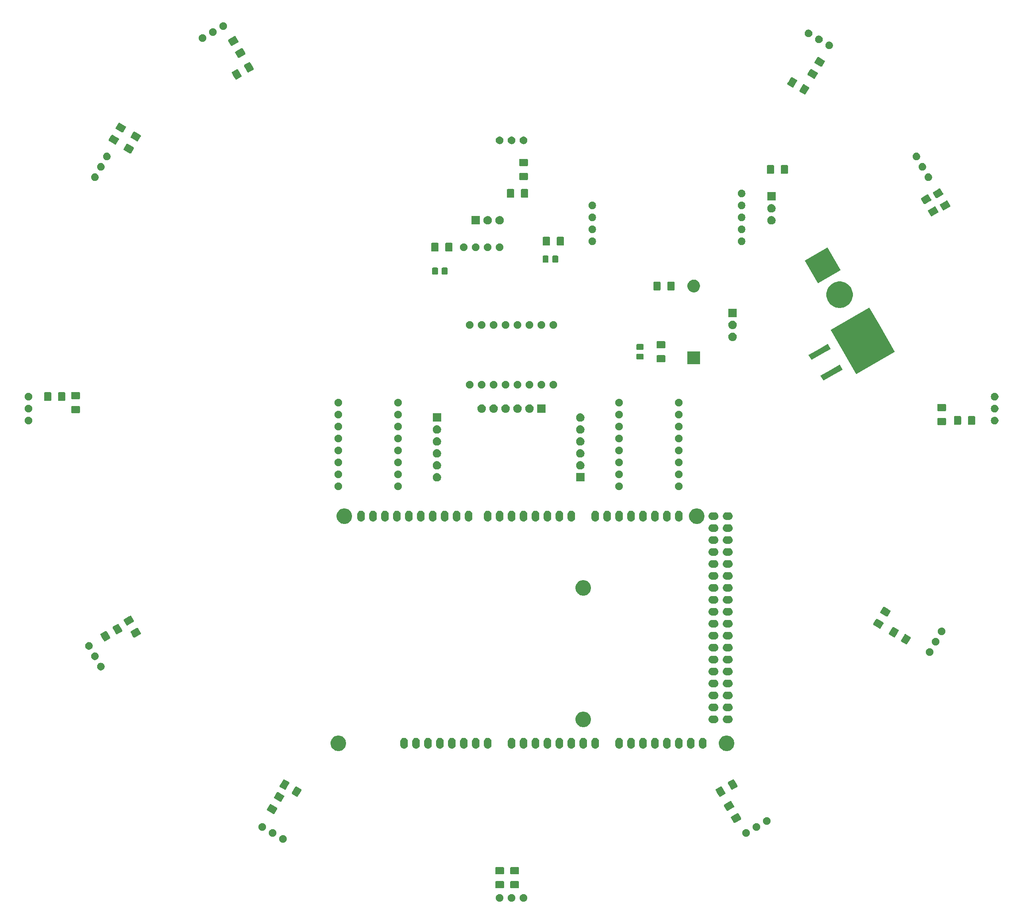
<source format=gbr>
G04 #@! TF.GenerationSoftware,KiCad,Pcbnew,(5.1.6)-1*
G04 #@! TF.CreationDate,2021-01-10T23:04:02+01:00*
G04 #@! TF.ProjectId,Robocup_PCB,526f626f-6375-4705-9f50-43422e6b6963,v1*
G04 #@! TF.SameCoordinates,Original*
G04 #@! TF.FileFunction,Soldermask,Top*
G04 #@! TF.FilePolarity,Negative*
%FSLAX46Y46*%
G04 Gerber Fmt 4.6, Leading zero omitted, Abs format (unit mm)*
G04 Created by KiCad (PCBNEW (5.1.6)-1) date 2021-01-10 23:04:02*
%MOMM*%
%LPD*%
G01*
G04 APERTURE LIST*
%ADD10C,0.100000*%
G04 APERTURE END LIST*
D10*
G36*
X219868413Y-230198602D02*
G01*
X219946854Y-230214205D01*
X220094628Y-230275416D01*
X220227619Y-230364277D01*
X220340723Y-230477381D01*
X220429584Y-230610372D01*
X220490795Y-230758146D01*
X220522000Y-230915027D01*
X220522000Y-231074973D01*
X220490795Y-231231854D01*
X220429584Y-231379628D01*
X220340723Y-231512619D01*
X220227619Y-231625723D01*
X220094628Y-231714584D01*
X219946854Y-231775795D01*
X219868413Y-231791398D01*
X219789975Y-231807000D01*
X219630025Y-231807000D01*
X219551587Y-231791398D01*
X219473146Y-231775795D01*
X219325372Y-231714584D01*
X219192381Y-231625723D01*
X219079277Y-231512619D01*
X218990416Y-231379628D01*
X218929205Y-231231854D01*
X218898000Y-231074973D01*
X218898000Y-230915027D01*
X218929205Y-230758146D01*
X218990416Y-230610372D01*
X219079277Y-230477381D01*
X219192381Y-230364277D01*
X219325372Y-230275416D01*
X219473146Y-230214205D01*
X219551587Y-230198602D01*
X219630025Y-230183000D01*
X219789975Y-230183000D01*
X219868413Y-230198602D01*
G37*
G36*
X217328413Y-230198602D02*
G01*
X217406854Y-230214205D01*
X217554628Y-230275416D01*
X217687619Y-230364277D01*
X217800723Y-230477381D01*
X217889584Y-230610372D01*
X217950795Y-230758146D01*
X217982000Y-230915027D01*
X217982000Y-231074973D01*
X217950795Y-231231854D01*
X217889584Y-231379628D01*
X217800723Y-231512619D01*
X217687619Y-231625723D01*
X217554628Y-231714584D01*
X217406854Y-231775795D01*
X217328413Y-231791398D01*
X217249975Y-231807000D01*
X217090025Y-231807000D01*
X217011587Y-231791398D01*
X216933146Y-231775795D01*
X216785372Y-231714584D01*
X216652381Y-231625723D01*
X216539277Y-231512619D01*
X216450416Y-231379628D01*
X216389205Y-231231854D01*
X216358000Y-231074973D01*
X216358000Y-230915027D01*
X216389205Y-230758146D01*
X216450416Y-230610372D01*
X216539277Y-230477381D01*
X216652381Y-230364277D01*
X216785372Y-230275416D01*
X216933146Y-230214205D01*
X217011587Y-230198602D01*
X217090025Y-230183000D01*
X217249975Y-230183000D01*
X217328413Y-230198602D01*
G37*
G36*
X214788413Y-230198602D02*
G01*
X214866854Y-230214205D01*
X215014628Y-230275416D01*
X215147619Y-230364277D01*
X215260723Y-230477381D01*
X215349584Y-230610372D01*
X215410795Y-230758146D01*
X215442000Y-230915027D01*
X215442000Y-231074973D01*
X215410795Y-231231854D01*
X215349584Y-231379628D01*
X215260723Y-231512619D01*
X215147619Y-231625723D01*
X215014628Y-231714584D01*
X214866854Y-231775795D01*
X214788413Y-231791398D01*
X214709975Y-231807000D01*
X214550025Y-231807000D01*
X214471587Y-231791398D01*
X214393146Y-231775795D01*
X214245372Y-231714584D01*
X214112381Y-231625723D01*
X213999277Y-231512619D01*
X213910416Y-231379628D01*
X213849205Y-231231854D01*
X213818000Y-231074973D01*
X213818000Y-230915027D01*
X213849205Y-230758146D01*
X213910416Y-230610372D01*
X213999277Y-230477381D01*
X214112381Y-230364277D01*
X214245372Y-230275416D01*
X214393146Y-230214205D01*
X214471587Y-230198602D01*
X214550025Y-230183000D01*
X214709975Y-230183000D01*
X214788413Y-230198602D01*
G37*
G36*
X215391805Y-227424368D02*
G01*
X215429724Y-227435870D01*
X215464676Y-227454552D01*
X215495308Y-227479692D01*
X215520448Y-227510324D01*
X215539130Y-227545276D01*
X215550632Y-227583195D01*
X215555000Y-227627540D01*
X215555000Y-228737460D01*
X215550632Y-228781805D01*
X215539130Y-228819724D01*
X215520448Y-228854676D01*
X215495308Y-228885308D01*
X215464676Y-228910448D01*
X215429724Y-228929130D01*
X215391805Y-228940632D01*
X215347460Y-228945000D01*
X213912540Y-228945000D01*
X213868195Y-228940632D01*
X213830276Y-228929130D01*
X213795324Y-228910448D01*
X213764692Y-228885308D01*
X213739552Y-228854676D01*
X213720870Y-228819724D01*
X213709368Y-228781805D01*
X213705000Y-228737460D01*
X213705000Y-227627540D01*
X213709368Y-227583195D01*
X213720870Y-227545276D01*
X213739552Y-227510324D01*
X213764692Y-227479692D01*
X213795324Y-227454552D01*
X213830276Y-227435870D01*
X213868195Y-227424368D01*
X213912540Y-227420000D01*
X215347460Y-227420000D01*
X215391805Y-227424368D01*
G37*
G36*
X218566805Y-227424368D02*
G01*
X218604724Y-227435870D01*
X218639676Y-227454552D01*
X218670308Y-227479692D01*
X218695448Y-227510324D01*
X218714130Y-227545276D01*
X218725632Y-227583195D01*
X218730000Y-227627540D01*
X218730000Y-228737460D01*
X218725632Y-228781805D01*
X218714130Y-228819724D01*
X218695448Y-228854676D01*
X218670308Y-228885308D01*
X218639676Y-228910448D01*
X218604724Y-228929130D01*
X218566805Y-228940632D01*
X218522460Y-228945000D01*
X217087540Y-228945000D01*
X217043195Y-228940632D01*
X217005276Y-228929130D01*
X216970324Y-228910448D01*
X216939692Y-228885308D01*
X216914552Y-228854676D01*
X216895870Y-228819724D01*
X216884368Y-228781805D01*
X216880000Y-228737460D01*
X216880000Y-227627540D01*
X216884368Y-227583195D01*
X216895870Y-227545276D01*
X216914552Y-227510324D01*
X216939692Y-227479692D01*
X216970324Y-227454552D01*
X217005276Y-227435870D01*
X217043195Y-227424368D01*
X217087540Y-227420000D01*
X218522460Y-227420000D01*
X218566805Y-227424368D01*
G37*
G36*
X215391805Y-224449368D02*
G01*
X215429724Y-224460870D01*
X215464676Y-224479552D01*
X215495308Y-224504692D01*
X215520448Y-224535324D01*
X215539130Y-224570276D01*
X215550632Y-224608195D01*
X215555000Y-224652540D01*
X215555000Y-225762460D01*
X215550632Y-225806805D01*
X215539130Y-225844724D01*
X215520448Y-225879676D01*
X215495308Y-225910308D01*
X215464676Y-225935448D01*
X215429724Y-225954130D01*
X215391805Y-225965632D01*
X215347460Y-225970000D01*
X213912540Y-225970000D01*
X213868195Y-225965632D01*
X213830276Y-225954130D01*
X213795324Y-225935448D01*
X213764692Y-225910308D01*
X213739552Y-225879676D01*
X213720870Y-225844724D01*
X213709368Y-225806805D01*
X213705000Y-225762460D01*
X213705000Y-224652540D01*
X213709368Y-224608195D01*
X213720870Y-224570276D01*
X213739552Y-224535324D01*
X213764692Y-224504692D01*
X213795324Y-224479552D01*
X213830276Y-224460870D01*
X213868195Y-224449368D01*
X213912540Y-224445000D01*
X215347460Y-224445000D01*
X215391805Y-224449368D01*
G37*
G36*
X218566805Y-224449368D02*
G01*
X218604724Y-224460870D01*
X218639676Y-224479552D01*
X218670308Y-224504692D01*
X218695448Y-224535324D01*
X218714130Y-224570276D01*
X218725632Y-224608195D01*
X218730000Y-224652540D01*
X218730000Y-225762460D01*
X218725632Y-225806805D01*
X218714130Y-225844724D01*
X218695448Y-225879676D01*
X218670308Y-225910308D01*
X218639676Y-225935448D01*
X218604724Y-225954130D01*
X218566805Y-225965632D01*
X218522460Y-225970000D01*
X217087540Y-225970000D01*
X217043195Y-225965632D01*
X217005276Y-225954130D01*
X216970324Y-225935448D01*
X216939692Y-225910308D01*
X216914552Y-225879676D01*
X216895870Y-225844724D01*
X216884368Y-225806805D01*
X216880000Y-225762460D01*
X216880000Y-224652540D01*
X216884368Y-224608195D01*
X216895870Y-224570276D01*
X216914552Y-224535324D01*
X216939692Y-224504692D01*
X216970324Y-224479552D01*
X217005276Y-224460870D01*
X217043195Y-224449368D01*
X217087540Y-224445000D01*
X218522460Y-224445000D01*
X218566805Y-224449368D01*
G37*
G36*
X168728119Y-217643603D02*
G01*
X168806559Y-217659205D01*
X168954333Y-217720416D01*
X169087324Y-217809277D01*
X169200428Y-217922381D01*
X169289289Y-218055372D01*
X169350500Y-218203146D01*
X169381705Y-218360027D01*
X169381705Y-218519973D01*
X169350500Y-218676854D01*
X169289289Y-218824628D01*
X169200428Y-218957619D01*
X169087324Y-219070723D01*
X168954333Y-219159584D01*
X168806559Y-219220795D01*
X168728118Y-219236398D01*
X168649680Y-219252000D01*
X168489730Y-219252000D01*
X168411292Y-219236398D01*
X168332851Y-219220795D01*
X168185077Y-219159584D01*
X168052086Y-219070723D01*
X167938982Y-218957619D01*
X167850121Y-218824628D01*
X167788910Y-218676854D01*
X167757705Y-218519973D01*
X167757705Y-218360027D01*
X167788910Y-218203146D01*
X167850121Y-218055372D01*
X167938982Y-217922381D01*
X168052086Y-217809277D01*
X168185077Y-217720416D01*
X168332851Y-217659205D01*
X168411291Y-217643603D01*
X168489730Y-217628000D01*
X168649680Y-217628000D01*
X168728119Y-217643603D01*
G37*
G36*
X267198708Y-216373602D02*
G01*
X267277149Y-216389205D01*
X267424923Y-216450416D01*
X267557914Y-216539277D01*
X267671018Y-216652381D01*
X267759879Y-216785372D01*
X267821090Y-216933146D01*
X267852295Y-217090027D01*
X267852295Y-217249973D01*
X267821090Y-217406854D01*
X267759879Y-217554628D01*
X267671018Y-217687619D01*
X267557914Y-217800723D01*
X267424923Y-217889584D01*
X267277149Y-217950795D01*
X267198709Y-217966397D01*
X267120270Y-217982000D01*
X266960320Y-217982000D01*
X266881881Y-217966397D01*
X266803441Y-217950795D01*
X266655667Y-217889584D01*
X266522676Y-217800723D01*
X266409572Y-217687619D01*
X266320711Y-217554628D01*
X266259500Y-217406854D01*
X266228295Y-217249973D01*
X266228295Y-217090027D01*
X266259500Y-216933146D01*
X266320711Y-216785372D01*
X266409572Y-216652381D01*
X266522676Y-216539277D01*
X266655667Y-216450416D01*
X266803441Y-216389205D01*
X266881882Y-216373602D01*
X266960320Y-216358000D01*
X267120270Y-216358000D01*
X267198708Y-216373602D01*
G37*
G36*
X166528413Y-216373602D02*
G01*
X166606854Y-216389205D01*
X166754628Y-216450416D01*
X166887619Y-216539277D01*
X167000723Y-216652381D01*
X167089584Y-216785372D01*
X167150795Y-216933146D01*
X167182000Y-217090027D01*
X167182000Y-217249973D01*
X167150795Y-217406854D01*
X167089584Y-217554628D01*
X167000723Y-217687619D01*
X166887619Y-217800723D01*
X166754628Y-217889584D01*
X166606854Y-217950795D01*
X166528414Y-217966397D01*
X166449975Y-217982000D01*
X166290025Y-217982000D01*
X166211586Y-217966397D01*
X166133146Y-217950795D01*
X165985372Y-217889584D01*
X165852381Y-217800723D01*
X165739277Y-217687619D01*
X165650416Y-217554628D01*
X165589205Y-217406854D01*
X165558000Y-217249973D01*
X165558000Y-217090027D01*
X165589205Y-216933146D01*
X165650416Y-216785372D01*
X165739277Y-216652381D01*
X165852381Y-216539277D01*
X165985372Y-216450416D01*
X166133146Y-216389205D01*
X166211587Y-216373602D01*
X166290025Y-216358000D01*
X166449975Y-216358000D01*
X166528413Y-216373602D01*
G37*
G36*
X164328708Y-215103602D02*
G01*
X164407149Y-215119205D01*
X164554923Y-215180416D01*
X164687914Y-215269277D01*
X164801018Y-215382381D01*
X164889879Y-215515372D01*
X164951090Y-215663146D01*
X164982295Y-215820027D01*
X164982295Y-215979973D01*
X164951090Y-216136854D01*
X164889879Y-216284628D01*
X164801018Y-216417619D01*
X164687914Y-216530723D01*
X164554923Y-216619584D01*
X164407149Y-216680795D01*
X164328708Y-216696398D01*
X164250270Y-216712000D01*
X164090320Y-216712000D01*
X164011882Y-216696398D01*
X163933441Y-216680795D01*
X163785667Y-216619584D01*
X163652676Y-216530723D01*
X163539572Y-216417619D01*
X163450711Y-216284628D01*
X163389500Y-216136854D01*
X163358295Y-215979973D01*
X163358295Y-215820027D01*
X163389500Y-215663146D01*
X163450711Y-215515372D01*
X163539572Y-215382381D01*
X163652676Y-215269277D01*
X163785667Y-215180416D01*
X163933441Y-215119205D01*
X164011882Y-215103602D01*
X164090320Y-215088000D01*
X164250270Y-215088000D01*
X164328708Y-215103602D01*
G37*
G36*
X269398413Y-215103602D02*
G01*
X269476854Y-215119205D01*
X269624628Y-215180416D01*
X269757619Y-215269277D01*
X269870723Y-215382381D01*
X269959584Y-215515372D01*
X270020795Y-215663146D01*
X270052000Y-215820027D01*
X270052000Y-215979973D01*
X270020795Y-216136854D01*
X269959584Y-216284628D01*
X269870723Y-216417619D01*
X269757619Y-216530723D01*
X269624628Y-216619584D01*
X269476854Y-216680795D01*
X269398413Y-216696398D01*
X269319975Y-216712000D01*
X269160025Y-216712000D01*
X269081587Y-216696398D01*
X269003146Y-216680795D01*
X268855372Y-216619584D01*
X268722381Y-216530723D01*
X268609277Y-216417619D01*
X268520416Y-216284628D01*
X268459205Y-216136854D01*
X268428000Y-215979973D01*
X268428000Y-215820027D01*
X268459205Y-215663146D01*
X268520416Y-215515372D01*
X268609277Y-215382381D01*
X268722381Y-215269277D01*
X268855372Y-215180416D01*
X269003146Y-215119205D01*
X269081587Y-215103602D01*
X269160025Y-215088000D01*
X269319975Y-215088000D01*
X269398413Y-215103602D01*
G37*
G36*
X271598119Y-213833603D02*
G01*
X271676559Y-213849205D01*
X271824333Y-213910416D01*
X271957324Y-213999277D01*
X272070428Y-214112381D01*
X272159289Y-214245372D01*
X272220500Y-214393146D01*
X272251705Y-214550027D01*
X272251705Y-214709973D01*
X272220500Y-214866854D01*
X272159289Y-215014628D01*
X272070428Y-215147619D01*
X271957324Y-215260723D01*
X271824333Y-215349584D01*
X271676559Y-215410795D01*
X271598119Y-215426397D01*
X271519680Y-215442000D01*
X271359730Y-215442000D01*
X271281291Y-215426397D01*
X271202851Y-215410795D01*
X271055077Y-215349584D01*
X270922086Y-215260723D01*
X270808982Y-215147619D01*
X270720121Y-215014628D01*
X270658910Y-214866854D01*
X270627705Y-214709973D01*
X270627705Y-214550027D01*
X270658910Y-214393146D01*
X270720121Y-214245372D01*
X270808982Y-214112381D01*
X270922086Y-213999277D01*
X271055077Y-213910416D01*
X271202851Y-213849205D01*
X271281291Y-213833603D01*
X271359730Y-213818000D01*
X271519680Y-213818000D01*
X271598119Y-213833603D01*
G37*
G36*
X265301723Y-212971908D02*
G01*
X265338810Y-212985867D01*
X265372464Y-213006794D01*
X265401389Y-213033886D01*
X265427345Y-213070108D01*
X265457339Y-213122060D01*
X265457346Y-213122069D01*
X265952302Y-213979357D01*
X265952307Y-213979369D01*
X265982302Y-214031321D01*
X266000692Y-214071908D01*
X266009692Y-214110508D01*
X266010989Y-214150110D01*
X266004534Y-214189207D01*
X265990575Y-214226294D01*
X265969648Y-214259948D01*
X265942555Y-214288875D01*
X265906341Y-214314826D01*
X265770683Y-214393148D01*
X264732505Y-214992540D01*
X264663664Y-215032285D01*
X264623074Y-215050676D01*
X264584476Y-215059676D01*
X264544874Y-215060973D01*
X264505777Y-215054518D01*
X264468690Y-215040559D01*
X264435036Y-215019632D01*
X264406111Y-214992540D01*
X264380155Y-214956318D01*
X264350161Y-214904366D01*
X264350154Y-214904357D01*
X263855198Y-214047069D01*
X263855193Y-214047057D01*
X263825198Y-213995105D01*
X263806808Y-213954518D01*
X263797808Y-213915918D01*
X263796511Y-213876316D01*
X263802966Y-213837219D01*
X263816925Y-213800132D01*
X263837852Y-213766478D01*
X263864945Y-213737551D01*
X263901159Y-213711600D01*
X264881369Y-213145676D01*
X265091874Y-213024141D01*
X265091876Y-213024140D01*
X265143836Y-212994141D01*
X265184426Y-212975750D01*
X265223024Y-212966750D01*
X265262626Y-212965453D01*
X265301723Y-212971908D01*
G37*
G36*
X165941976Y-211061750D02*
G01*
X165980574Y-211070750D01*
X166021164Y-211089141D01*
X166073124Y-211119140D01*
X166073126Y-211119141D01*
X166564665Y-211402931D01*
X167263841Y-211806600D01*
X167300055Y-211832551D01*
X167327148Y-211861478D01*
X167348075Y-211895132D01*
X167362034Y-211932219D01*
X167368489Y-211971316D01*
X167367192Y-212010918D01*
X167358192Y-212049518D01*
X167339802Y-212090105D01*
X167309807Y-212142057D01*
X167309802Y-212142069D01*
X166814846Y-212999357D01*
X166814839Y-212999366D01*
X166784845Y-213051318D01*
X166758889Y-213087540D01*
X166729964Y-213114632D01*
X166696310Y-213135559D01*
X166659223Y-213149518D01*
X166620126Y-213155973D01*
X166580524Y-213154676D01*
X166541926Y-213145676D01*
X166501336Y-213127285D01*
X166432496Y-213087540D01*
X165385833Y-212483250D01*
X165258659Y-212409826D01*
X165222445Y-212383875D01*
X165195352Y-212354948D01*
X165174425Y-212321294D01*
X165160466Y-212284207D01*
X165154011Y-212245110D01*
X165155308Y-212205508D01*
X165164308Y-212166908D01*
X165182698Y-212126321D01*
X165212693Y-212074369D01*
X165212698Y-212074357D01*
X165707654Y-211217069D01*
X165707661Y-211217060D01*
X165737655Y-211165108D01*
X165763611Y-211128886D01*
X165792536Y-211101794D01*
X165826190Y-211080867D01*
X165863277Y-211066908D01*
X165902374Y-211060453D01*
X165941976Y-211061750D01*
G37*
G36*
X263814223Y-210395482D02*
G01*
X263851310Y-210409441D01*
X263884964Y-210430368D01*
X263913889Y-210457460D01*
X263939845Y-210493682D01*
X263969839Y-210545634D01*
X263969846Y-210545643D01*
X264464802Y-211402931D01*
X264464807Y-211402943D01*
X264494802Y-211454895D01*
X264513192Y-211495482D01*
X264522192Y-211534082D01*
X264523489Y-211573684D01*
X264517034Y-211612781D01*
X264503075Y-211649868D01*
X264482148Y-211683522D01*
X264455055Y-211712449D01*
X264418841Y-211738400D01*
X264255766Y-211832551D01*
X263245005Y-212416114D01*
X263176164Y-212455859D01*
X263135574Y-212474250D01*
X263096976Y-212483250D01*
X263057374Y-212484547D01*
X263018277Y-212478092D01*
X262981190Y-212464133D01*
X262947536Y-212443206D01*
X262918611Y-212416114D01*
X262892655Y-212379892D01*
X262862661Y-212327940D01*
X262862654Y-212327931D01*
X262367698Y-211470643D01*
X262367693Y-211470631D01*
X262337698Y-211418679D01*
X262319308Y-211378092D01*
X262310308Y-211339492D01*
X262309011Y-211299890D01*
X262315466Y-211260793D01*
X262329425Y-211223706D01*
X262350352Y-211190052D01*
X262377445Y-211161125D01*
X262413659Y-211135174D01*
X263393869Y-210569250D01*
X263604374Y-210447715D01*
X263604376Y-210447714D01*
X263656336Y-210417715D01*
X263696926Y-210399324D01*
X263735524Y-210390324D01*
X263775126Y-210389027D01*
X263814223Y-210395482D01*
G37*
G36*
X167429476Y-208485324D02*
G01*
X167468074Y-208494324D01*
X167508664Y-208512715D01*
X167560624Y-208542714D01*
X167560626Y-208542715D01*
X168133592Y-208873517D01*
X168751341Y-209230174D01*
X168787555Y-209256125D01*
X168814648Y-209285052D01*
X168835575Y-209318706D01*
X168849534Y-209355793D01*
X168855989Y-209394890D01*
X168854692Y-209434492D01*
X168845692Y-209473092D01*
X168827302Y-209513679D01*
X168797307Y-209565631D01*
X168797302Y-209565643D01*
X168302346Y-210422931D01*
X168302339Y-210422940D01*
X168272345Y-210474892D01*
X168246389Y-210511114D01*
X168217464Y-210538206D01*
X168183810Y-210559133D01*
X168146723Y-210573092D01*
X168107626Y-210579547D01*
X168068024Y-210578250D01*
X168029426Y-210569250D01*
X167988836Y-210550859D01*
X167919996Y-210511114D01*
X166798126Y-209863403D01*
X166746159Y-209833400D01*
X166709945Y-209807449D01*
X166682852Y-209778522D01*
X166661925Y-209744868D01*
X166647966Y-209707781D01*
X166641511Y-209668684D01*
X166642808Y-209629082D01*
X166651808Y-209590482D01*
X166670198Y-209549895D01*
X166700193Y-209497943D01*
X166700198Y-209497931D01*
X167195154Y-208640643D01*
X167195161Y-208640634D01*
X167225155Y-208588682D01*
X167251111Y-208552460D01*
X167280036Y-208525368D01*
X167313690Y-208504441D01*
X167350777Y-208490482D01*
X167389874Y-208484027D01*
X167429476Y-208485324D01*
G37*
G36*
X261777781Y-207287966D02*
G01*
X261814868Y-207301925D01*
X261848522Y-207322852D01*
X261877449Y-207349945D01*
X261903400Y-207386159D01*
X261933403Y-207438126D01*
X262582363Y-208562158D01*
X262620859Y-208628836D01*
X262639250Y-208669426D01*
X262648250Y-208708024D01*
X262649547Y-208747626D01*
X262643092Y-208786723D01*
X262629133Y-208823810D01*
X262608206Y-208857464D01*
X262581114Y-208886389D01*
X262544892Y-208912345D01*
X262492940Y-208942339D01*
X262492931Y-208942346D01*
X261635643Y-209437302D01*
X261635631Y-209437307D01*
X261583679Y-209467302D01*
X261543092Y-209485692D01*
X261504492Y-209494692D01*
X261464890Y-209495989D01*
X261425793Y-209489534D01*
X261388706Y-209475575D01*
X261355052Y-209454648D01*
X261326125Y-209427555D01*
X261300174Y-209391341D01*
X260928525Y-208747626D01*
X260612715Y-208200626D01*
X260612714Y-208200624D01*
X260582715Y-208148664D01*
X260564324Y-208108074D01*
X260555324Y-208069476D01*
X260554027Y-208029874D01*
X260560482Y-207990777D01*
X260574441Y-207953690D01*
X260595368Y-207920036D01*
X260622460Y-207891111D01*
X260658682Y-207865155D01*
X260710634Y-207835161D01*
X260710643Y-207835154D01*
X261567931Y-207340198D01*
X261567943Y-207340193D01*
X261619895Y-207310198D01*
X261660482Y-207291808D01*
X261699082Y-207282808D01*
X261738684Y-207281511D01*
X261777781Y-207287966D01*
G37*
G36*
X171370918Y-207282808D02*
G01*
X171409518Y-207291808D01*
X171450105Y-207310198D01*
X171502057Y-207340193D01*
X171502069Y-207340198D01*
X172359357Y-207835154D01*
X172359366Y-207835161D01*
X172411318Y-207865155D01*
X172447540Y-207891111D01*
X172474632Y-207920036D01*
X172495559Y-207953690D01*
X172509518Y-207990777D01*
X172515973Y-208029874D01*
X172514676Y-208069476D01*
X172505676Y-208108074D01*
X172487285Y-208148664D01*
X172457286Y-208200624D01*
X172457285Y-208200626D01*
X172141475Y-208747626D01*
X171769826Y-209391341D01*
X171743875Y-209427555D01*
X171714948Y-209454648D01*
X171681294Y-209475575D01*
X171644207Y-209489534D01*
X171605110Y-209495989D01*
X171565508Y-209494692D01*
X171526908Y-209485692D01*
X171486321Y-209467302D01*
X171434369Y-209437307D01*
X171434357Y-209437302D01*
X170577069Y-208942346D01*
X170577060Y-208942339D01*
X170525108Y-208912345D01*
X170488886Y-208886389D01*
X170461794Y-208857464D01*
X170440867Y-208823810D01*
X170426908Y-208786723D01*
X170420453Y-208747626D01*
X170421750Y-208708024D01*
X170430750Y-208669426D01*
X170449141Y-208628836D01*
X170487638Y-208562158D01*
X171136597Y-207438126D01*
X171166600Y-207386159D01*
X171192551Y-207349945D01*
X171221478Y-207322852D01*
X171255132Y-207301925D01*
X171292219Y-207287966D01*
X171331316Y-207281511D01*
X171370918Y-207282808D01*
G37*
G36*
X168794492Y-205795308D02*
G01*
X168833092Y-205804308D01*
X168873679Y-205822698D01*
X168925631Y-205852693D01*
X168925643Y-205852698D01*
X169782931Y-206347654D01*
X169782940Y-206347661D01*
X169834892Y-206377655D01*
X169871114Y-206403611D01*
X169898206Y-206432536D01*
X169919133Y-206466190D01*
X169933092Y-206503277D01*
X169939547Y-206542374D01*
X169938250Y-206581976D01*
X169929250Y-206620574D01*
X169910859Y-206661164D01*
X169880860Y-206713124D01*
X169880859Y-206713126D01*
X169565049Y-207260126D01*
X169193400Y-207903841D01*
X169167449Y-207940055D01*
X169138522Y-207967148D01*
X169104868Y-207988075D01*
X169067781Y-208002034D01*
X169028684Y-208008489D01*
X168989082Y-208007192D01*
X168950482Y-207998192D01*
X168909895Y-207979802D01*
X168857943Y-207949807D01*
X168857931Y-207949802D01*
X168000643Y-207454846D01*
X168000634Y-207454839D01*
X167948682Y-207424845D01*
X167912460Y-207398889D01*
X167885368Y-207369964D01*
X167864441Y-207336310D01*
X167850482Y-207299223D01*
X167844027Y-207260126D01*
X167845324Y-207220524D01*
X167854324Y-207181926D01*
X167872715Y-207141336D01*
X168147524Y-206665353D01*
X168560171Y-205950626D01*
X168590174Y-205898659D01*
X168616125Y-205862445D01*
X168645052Y-205835352D01*
X168678706Y-205814425D01*
X168715793Y-205800466D01*
X168754890Y-205794011D01*
X168794492Y-205795308D01*
G37*
G36*
X264354207Y-205800466D02*
G01*
X264391294Y-205814425D01*
X264424948Y-205835352D01*
X264453875Y-205862445D01*
X264479826Y-205898659D01*
X264509829Y-205950626D01*
X264922477Y-206665353D01*
X265197285Y-207141336D01*
X265215676Y-207181926D01*
X265224676Y-207220524D01*
X265225973Y-207260126D01*
X265219518Y-207299223D01*
X265205559Y-207336310D01*
X265184632Y-207369964D01*
X265157540Y-207398889D01*
X265121318Y-207424845D01*
X265069366Y-207454839D01*
X265069357Y-207454846D01*
X264212069Y-207949802D01*
X264212057Y-207949807D01*
X264160105Y-207979802D01*
X264119518Y-207998192D01*
X264080918Y-208007192D01*
X264041316Y-208008489D01*
X264002219Y-208002034D01*
X263965132Y-207988075D01*
X263931478Y-207967148D01*
X263902551Y-207940055D01*
X263876600Y-207903841D01*
X263504951Y-207260126D01*
X263189141Y-206713126D01*
X263189140Y-206713124D01*
X263159141Y-206661164D01*
X263140750Y-206620574D01*
X263131750Y-206581976D01*
X263130453Y-206542374D01*
X263136908Y-206503277D01*
X263150867Y-206466190D01*
X263171794Y-206432536D01*
X263198886Y-206403611D01*
X263235108Y-206377655D01*
X263287060Y-206347661D01*
X263287069Y-206347654D01*
X264144357Y-205852698D01*
X264144369Y-205852693D01*
X264196321Y-205822698D01*
X264236908Y-205804308D01*
X264275508Y-205795308D01*
X264315110Y-205794011D01*
X264354207Y-205800466D01*
G37*
G36*
X180820975Y-196534438D02*
G01*
X180820977Y-196534439D01*
X180820978Y-196534439D01*
X180908871Y-196570846D01*
X181121061Y-196658738D01*
X181121062Y-196658739D01*
X181391130Y-196839191D01*
X181620809Y-197068870D01*
X181765269Y-197285072D01*
X181801262Y-197338939D01*
X181855524Y-197469939D01*
X181918926Y-197623003D01*
X181925562Y-197639025D01*
X181988930Y-197957595D01*
X181988930Y-198282405D01*
X181925562Y-198600975D01*
X181801262Y-198901061D01*
X181795386Y-198909855D01*
X181620809Y-199171130D01*
X181391130Y-199400809D01*
X181174928Y-199545269D01*
X181121061Y-199581262D01*
X180908871Y-199669154D01*
X180820978Y-199705561D01*
X180820977Y-199705561D01*
X180820975Y-199705562D01*
X180502405Y-199768930D01*
X180177595Y-199768930D01*
X179859025Y-199705562D01*
X179859023Y-199705561D01*
X179859022Y-199705561D01*
X179771129Y-199669154D01*
X179558939Y-199581262D01*
X179505072Y-199545269D01*
X179288870Y-199400809D01*
X179059191Y-199171130D01*
X178884614Y-198909855D01*
X178878738Y-198901061D01*
X178754438Y-198600975D01*
X178691070Y-198282405D01*
X178691070Y-197957595D01*
X178754438Y-197639025D01*
X178761075Y-197623003D01*
X178824476Y-197469939D01*
X178878738Y-197338939D01*
X178914731Y-197285072D01*
X179059191Y-197068870D01*
X179288870Y-196839191D01*
X179558938Y-196658739D01*
X179558939Y-196658738D01*
X179771129Y-196570846D01*
X179859022Y-196534439D01*
X179859023Y-196534439D01*
X179859025Y-196534438D01*
X180177595Y-196471070D01*
X180502405Y-196471070D01*
X180820975Y-196534438D01*
G37*
G36*
X263370975Y-196534438D02*
G01*
X263370977Y-196534439D01*
X263370978Y-196534439D01*
X263458871Y-196570846D01*
X263671061Y-196658738D01*
X263671062Y-196658739D01*
X263941130Y-196839191D01*
X264170809Y-197068870D01*
X264315269Y-197285072D01*
X264351262Y-197338939D01*
X264405524Y-197469939D01*
X264468926Y-197623003D01*
X264475562Y-197639025D01*
X264538930Y-197957595D01*
X264538930Y-198282405D01*
X264475562Y-198600975D01*
X264351262Y-198901061D01*
X264345386Y-198909855D01*
X264170809Y-199171130D01*
X263941130Y-199400809D01*
X263724928Y-199545269D01*
X263671061Y-199581262D01*
X263458871Y-199669154D01*
X263370978Y-199705561D01*
X263370977Y-199705561D01*
X263370975Y-199705562D01*
X263052405Y-199768930D01*
X262727595Y-199768930D01*
X262409025Y-199705562D01*
X262409023Y-199705561D01*
X262409022Y-199705561D01*
X262321129Y-199669154D01*
X262108939Y-199581262D01*
X262055072Y-199545269D01*
X261838870Y-199400809D01*
X261609191Y-199171130D01*
X261434614Y-198909855D01*
X261428738Y-198901061D01*
X261304438Y-198600975D01*
X261241070Y-198282405D01*
X261241070Y-197957595D01*
X261304438Y-197639025D01*
X261311075Y-197623003D01*
X261374476Y-197469939D01*
X261428738Y-197338939D01*
X261464731Y-197285072D01*
X261609191Y-197068870D01*
X261838870Y-196839191D01*
X262108938Y-196658739D01*
X262108939Y-196658738D01*
X262321129Y-196570846D01*
X262409022Y-196534439D01*
X262409023Y-196534439D01*
X262409025Y-196534438D01*
X262727595Y-196471070D01*
X263052405Y-196471070D01*
X263370975Y-196534438D01*
G37*
G36*
X224949177Y-196981929D02*
G01*
X225102242Y-197028361D01*
X225243304Y-197103760D01*
X225366948Y-197205232D01*
X225468421Y-197328876D01*
X225543819Y-197469937D01*
X225590251Y-197623002D01*
X225602000Y-197742293D01*
X225602000Y-198497707D01*
X225590251Y-198616998D01*
X225543819Y-198770063D01*
X225468421Y-198911124D01*
X225366948Y-199034768D01*
X225243304Y-199136241D01*
X225102243Y-199211639D01*
X224949178Y-199258071D01*
X224790000Y-199273749D01*
X224630823Y-199258071D01*
X224477758Y-199211639D01*
X224336697Y-199136241D01*
X224213053Y-199034768D01*
X224111580Y-198911124D01*
X224036183Y-198770064D01*
X224035798Y-198768794D01*
X223989750Y-198617000D01*
X223989750Y-198616998D01*
X223989749Y-198616996D01*
X223978000Y-198497707D01*
X223978000Y-197742294D01*
X223989749Y-197623003D01*
X224036181Y-197469938D01*
X224111580Y-197328876D01*
X224213052Y-197205232D01*
X224336696Y-197103759D01*
X224477757Y-197028361D01*
X224630822Y-196981929D01*
X224790000Y-196966251D01*
X224949177Y-196981929D01*
G37*
G36*
X227489177Y-196981929D02*
G01*
X227642242Y-197028361D01*
X227783304Y-197103760D01*
X227906948Y-197205232D01*
X228008421Y-197328876D01*
X228083819Y-197469937D01*
X228130251Y-197623002D01*
X228142000Y-197742293D01*
X228142000Y-198497707D01*
X228130251Y-198616998D01*
X228083819Y-198770063D01*
X228008421Y-198911124D01*
X227906948Y-199034768D01*
X227783304Y-199136241D01*
X227642243Y-199211639D01*
X227489178Y-199258071D01*
X227330000Y-199273749D01*
X227170823Y-199258071D01*
X227017758Y-199211639D01*
X226876697Y-199136241D01*
X226753053Y-199034768D01*
X226651580Y-198911124D01*
X226576183Y-198770064D01*
X226575798Y-198768794D01*
X226529750Y-198617000D01*
X226529750Y-198616998D01*
X226529749Y-198616996D01*
X226518000Y-198497707D01*
X226518000Y-197742294D01*
X226529749Y-197623003D01*
X226576181Y-197469938D01*
X226651580Y-197328876D01*
X226753052Y-197205232D01*
X226876696Y-197103759D01*
X227017757Y-197028361D01*
X227170822Y-196981929D01*
X227330000Y-196966251D01*
X227489177Y-196981929D01*
G37*
G36*
X232569177Y-196981929D02*
G01*
X232722242Y-197028361D01*
X232863304Y-197103760D01*
X232986948Y-197205232D01*
X233088421Y-197328876D01*
X233163819Y-197469937D01*
X233210251Y-197623002D01*
X233222000Y-197742293D01*
X233222000Y-198497707D01*
X233210251Y-198616998D01*
X233163819Y-198770063D01*
X233088421Y-198911124D01*
X232986948Y-199034768D01*
X232863304Y-199136241D01*
X232722243Y-199211639D01*
X232569178Y-199258071D01*
X232410000Y-199273749D01*
X232250823Y-199258071D01*
X232097758Y-199211639D01*
X231956697Y-199136241D01*
X231833053Y-199034768D01*
X231731580Y-198911124D01*
X231656183Y-198770064D01*
X231655798Y-198768794D01*
X231609750Y-198617000D01*
X231609750Y-198616998D01*
X231609749Y-198616996D01*
X231598000Y-198497707D01*
X231598000Y-197742294D01*
X231609749Y-197623003D01*
X231656181Y-197469938D01*
X231731580Y-197328876D01*
X231833052Y-197205232D01*
X231956696Y-197103759D01*
X232097757Y-197028361D01*
X232250822Y-196981929D01*
X232410000Y-196966251D01*
X232569177Y-196981929D01*
G37*
G36*
X194469177Y-196981929D02*
G01*
X194622242Y-197028361D01*
X194763304Y-197103760D01*
X194886948Y-197205232D01*
X194988421Y-197328876D01*
X195063819Y-197469937D01*
X195110251Y-197623002D01*
X195122000Y-197742293D01*
X195122000Y-198497707D01*
X195110251Y-198616998D01*
X195063819Y-198770063D01*
X194988421Y-198911124D01*
X194886948Y-199034768D01*
X194763304Y-199136241D01*
X194622243Y-199211639D01*
X194469178Y-199258071D01*
X194310000Y-199273749D01*
X194150823Y-199258071D01*
X193997758Y-199211639D01*
X193856697Y-199136241D01*
X193733053Y-199034768D01*
X193631580Y-198911124D01*
X193556183Y-198770064D01*
X193555798Y-198768794D01*
X193509750Y-198617000D01*
X193509750Y-198616998D01*
X193509749Y-198616996D01*
X193498000Y-198497707D01*
X193498000Y-197742294D01*
X193509749Y-197623003D01*
X193556181Y-197469938D01*
X193631580Y-197328876D01*
X193733052Y-197205232D01*
X193856696Y-197103759D01*
X193997757Y-197028361D01*
X194150822Y-196981929D01*
X194310000Y-196966251D01*
X194469177Y-196981929D01*
G37*
G36*
X197009177Y-196981929D02*
G01*
X197162242Y-197028361D01*
X197303304Y-197103760D01*
X197426948Y-197205232D01*
X197528421Y-197328876D01*
X197603819Y-197469937D01*
X197650251Y-197623002D01*
X197662000Y-197742293D01*
X197662000Y-198497707D01*
X197650251Y-198616998D01*
X197603819Y-198770063D01*
X197528421Y-198911124D01*
X197426948Y-199034768D01*
X197303304Y-199136241D01*
X197162243Y-199211639D01*
X197009178Y-199258071D01*
X196850000Y-199273749D01*
X196690823Y-199258071D01*
X196537758Y-199211639D01*
X196396697Y-199136241D01*
X196273053Y-199034768D01*
X196171580Y-198911124D01*
X196096183Y-198770064D01*
X196095798Y-198768794D01*
X196049750Y-198617000D01*
X196049750Y-198616998D01*
X196049749Y-198616996D01*
X196038000Y-198497707D01*
X196038000Y-197742294D01*
X196049749Y-197623003D01*
X196096181Y-197469938D01*
X196171580Y-197328876D01*
X196273052Y-197205232D01*
X196396696Y-197103759D01*
X196537757Y-197028361D01*
X196690822Y-196981929D01*
X196850000Y-196966251D01*
X197009177Y-196981929D01*
G37*
G36*
X199549177Y-196981929D02*
G01*
X199702242Y-197028361D01*
X199843304Y-197103760D01*
X199966948Y-197205232D01*
X200068421Y-197328876D01*
X200143819Y-197469937D01*
X200190251Y-197623002D01*
X200202000Y-197742293D01*
X200202000Y-198497707D01*
X200190251Y-198616998D01*
X200143819Y-198770063D01*
X200068421Y-198911124D01*
X199966948Y-199034768D01*
X199843304Y-199136241D01*
X199702243Y-199211639D01*
X199549178Y-199258071D01*
X199390000Y-199273749D01*
X199230823Y-199258071D01*
X199077758Y-199211639D01*
X198936697Y-199136241D01*
X198813053Y-199034768D01*
X198711580Y-198911124D01*
X198636183Y-198770064D01*
X198635798Y-198768794D01*
X198589750Y-198617000D01*
X198589750Y-198616998D01*
X198589749Y-198616996D01*
X198578000Y-198497707D01*
X198578000Y-197742294D01*
X198589749Y-197623003D01*
X198636181Y-197469938D01*
X198711580Y-197328876D01*
X198813052Y-197205232D01*
X198936696Y-197103759D01*
X199077757Y-197028361D01*
X199230822Y-196981929D01*
X199390000Y-196966251D01*
X199549177Y-196981929D01*
G37*
G36*
X202089177Y-196981929D02*
G01*
X202242242Y-197028361D01*
X202383304Y-197103760D01*
X202506948Y-197205232D01*
X202608421Y-197328876D01*
X202683819Y-197469937D01*
X202730251Y-197623002D01*
X202742000Y-197742293D01*
X202742000Y-198497707D01*
X202730251Y-198616998D01*
X202683819Y-198770063D01*
X202608421Y-198911124D01*
X202506948Y-199034768D01*
X202383304Y-199136241D01*
X202242243Y-199211639D01*
X202089178Y-199258071D01*
X201930000Y-199273749D01*
X201770823Y-199258071D01*
X201617758Y-199211639D01*
X201476697Y-199136241D01*
X201353053Y-199034768D01*
X201251580Y-198911124D01*
X201176183Y-198770064D01*
X201175798Y-198768794D01*
X201129750Y-198617000D01*
X201129750Y-198616998D01*
X201129749Y-198616996D01*
X201118000Y-198497707D01*
X201118000Y-197742294D01*
X201129749Y-197623003D01*
X201176181Y-197469938D01*
X201251580Y-197328876D01*
X201353052Y-197205232D01*
X201476696Y-197103759D01*
X201617757Y-197028361D01*
X201770822Y-196981929D01*
X201930000Y-196966251D01*
X202089177Y-196981929D01*
G37*
G36*
X204629177Y-196981929D02*
G01*
X204782242Y-197028361D01*
X204923304Y-197103760D01*
X205046948Y-197205232D01*
X205148421Y-197328876D01*
X205223819Y-197469937D01*
X205270251Y-197623002D01*
X205282000Y-197742293D01*
X205282000Y-198497707D01*
X205270251Y-198616998D01*
X205223819Y-198770063D01*
X205148421Y-198911124D01*
X205046948Y-199034768D01*
X204923304Y-199136241D01*
X204782243Y-199211639D01*
X204629178Y-199258071D01*
X204470000Y-199273749D01*
X204310823Y-199258071D01*
X204157758Y-199211639D01*
X204016697Y-199136241D01*
X203893053Y-199034768D01*
X203791580Y-198911124D01*
X203716183Y-198770064D01*
X203715798Y-198768794D01*
X203669750Y-198617000D01*
X203669750Y-198616998D01*
X203669749Y-198616996D01*
X203658000Y-198497707D01*
X203658000Y-197742294D01*
X203669749Y-197623003D01*
X203716181Y-197469938D01*
X203791580Y-197328876D01*
X203893052Y-197205232D01*
X204016696Y-197103759D01*
X204157757Y-197028361D01*
X204310822Y-196981929D01*
X204470000Y-196966251D01*
X204629177Y-196981929D01*
G37*
G36*
X217329177Y-196981929D02*
G01*
X217482242Y-197028361D01*
X217623304Y-197103760D01*
X217746948Y-197205232D01*
X217848421Y-197328876D01*
X217923819Y-197469937D01*
X217970251Y-197623002D01*
X217982000Y-197742293D01*
X217982000Y-198497707D01*
X217970251Y-198616998D01*
X217923819Y-198770063D01*
X217848421Y-198911124D01*
X217746948Y-199034768D01*
X217623304Y-199136241D01*
X217482243Y-199211639D01*
X217329178Y-199258071D01*
X217170000Y-199273749D01*
X217010823Y-199258071D01*
X216857758Y-199211639D01*
X216716697Y-199136241D01*
X216593053Y-199034768D01*
X216491580Y-198911124D01*
X216416183Y-198770064D01*
X216415798Y-198768794D01*
X216369750Y-198617000D01*
X216369750Y-198616998D01*
X216369749Y-198616996D01*
X216358000Y-198497707D01*
X216358000Y-197742294D01*
X216369749Y-197623003D01*
X216416181Y-197469938D01*
X216491580Y-197328876D01*
X216593052Y-197205232D01*
X216716696Y-197103759D01*
X216857757Y-197028361D01*
X217010822Y-196981929D01*
X217170000Y-196966251D01*
X217329177Y-196981929D01*
G37*
G36*
X209709177Y-196981929D02*
G01*
X209862242Y-197028361D01*
X210003304Y-197103760D01*
X210126948Y-197205232D01*
X210228421Y-197328876D01*
X210303819Y-197469937D01*
X210350251Y-197623002D01*
X210362000Y-197742293D01*
X210362000Y-198497707D01*
X210350251Y-198616998D01*
X210303819Y-198770063D01*
X210228421Y-198911124D01*
X210126948Y-199034768D01*
X210003304Y-199136241D01*
X209862243Y-199211639D01*
X209709178Y-199258071D01*
X209550000Y-199273749D01*
X209390823Y-199258071D01*
X209237758Y-199211639D01*
X209096697Y-199136241D01*
X208973053Y-199034768D01*
X208871580Y-198911124D01*
X208796183Y-198770064D01*
X208795798Y-198768794D01*
X208749750Y-198617000D01*
X208749750Y-198616998D01*
X208749749Y-198616996D01*
X208738000Y-198497707D01*
X208738000Y-197742294D01*
X208749749Y-197623003D01*
X208796181Y-197469938D01*
X208871580Y-197328876D01*
X208973052Y-197205232D01*
X209096696Y-197103759D01*
X209237757Y-197028361D01*
X209390822Y-196981929D01*
X209550000Y-196966251D01*
X209709177Y-196981929D01*
G37*
G36*
X212249177Y-196981929D02*
G01*
X212402242Y-197028361D01*
X212543304Y-197103760D01*
X212666948Y-197205232D01*
X212768421Y-197328876D01*
X212843819Y-197469937D01*
X212890251Y-197623002D01*
X212902000Y-197742293D01*
X212902000Y-198497707D01*
X212890251Y-198616998D01*
X212843819Y-198770063D01*
X212768421Y-198911124D01*
X212666948Y-199034768D01*
X212543304Y-199136241D01*
X212402243Y-199211639D01*
X212249178Y-199258071D01*
X212090000Y-199273749D01*
X211930823Y-199258071D01*
X211777758Y-199211639D01*
X211636697Y-199136241D01*
X211513053Y-199034768D01*
X211411580Y-198911124D01*
X211336183Y-198770064D01*
X211335798Y-198768794D01*
X211289750Y-198617000D01*
X211289750Y-198616998D01*
X211289749Y-198616996D01*
X211278000Y-198497707D01*
X211278000Y-197742294D01*
X211289749Y-197623003D01*
X211336181Y-197469938D01*
X211411580Y-197328876D01*
X211513052Y-197205232D01*
X211636696Y-197103759D01*
X211777757Y-197028361D01*
X211930822Y-196981929D01*
X212090000Y-196966251D01*
X212249177Y-196981929D01*
G37*
G36*
X245269177Y-196981929D02*
G01*
X245422242Y-197028361D01*
X245563304Y-197103760D01*
X245686948Y-197205232D01*
X245788421Y-197328876D01*
X245863819Y-197469937D01*
X245910251Y-197623002D01*
X245922000Y-197742293D01*
X245922000Y-198497707D01*
X245910251Y-198616998D01*
X245863819Y-198770063D01*
X245788421Y-198911124D01*
X245686948Y-199034768D01*
X245563304Y-199136241D01*
X245422243Y-199211639D01*
X245269178Y-199258071D01*
X245110000Y-199273749D01*
X244950823Y-199258071D01*
X244797758Y-199211639D01*
X244656697Y-199136241D01*
X244533053Y-199034768D01*
X244431580Y-198911124D01*
X244356183Y-198770064D01*
X244355798Y-198768794D01*
X244309750Y-198617000D01*
X244309750Y-198616998D01*
X244309749Y-198616996D01*
X244298000Y-198497707D01*
X244298000Y-197742294D01*
X244309749Y-197623003D01*
X244356181Y-197469938D01*
X244431580Y-197328876D01*
X244533052Y-197205232D01*
X244656696Y-197103759D01*
X244797757Y-197028361D01*
X244950822Y-196981929D01*
X245110000Y-196966251D01*
X245269177Y-196981929D01*
G37*
G36*
X242729177Y-196981929D02*
G01*
X242882242Y-197028361D01*
X243023304Y-197103760D01*
X243146948Y-197205232D01*
X243248421Y-197328876D01*
X243323819Y-197469937D01*
X243370251Y-197623002D01*
X243382000Y-197742293D01*
X243382000Y-198497707D01*
X243370251Y-198616998D01*
X243323819Y-198770063D01*
X243248421Y-198911124D01*
X243146948Y-199034768D01*
X243023304Y-199136241D01*
X242882243Y-199211639D01*
X242729178Y-199258071D01*
X242570000Y-199273749D01*
X242410823Y-199258071D01*
X242257758Y-199211639D01*
X242116697Y-199136241D01*
X241993053Y-199034768D01*
X241891580Y-198911124D01*
X241816183Y-198770064D01*
X241815798Y-198768794D01*
X241769750Y-198617000D01*
X241769750Y-198616998D01*
X241769749Y-198616996D01*
X241758000Y-198497707D01*
X241758000Y-197742294D01*
X241769749Y-197623003D01*
X241816181Y-197469938D01*
X241891580Y-197328876D01*
X241993052Y-197205232D01*
X242116696Y-197103759D01*
X242257757Y-197028361D01*
X242410822Y-196981929D01*
X242570000Y-196966251D01*
X242729177Y-196981929D01*
G37*
G36*
X240189177Y-196981929D02*
G01*
X240342242Y-197028361D01*
X240483304Y-197103760D01*
X240606948Y-197205232D01*
X240708421Y-197328876D01*
X240783819Y-197469937D01*
X240830251Y-197623002D01*
X240842000Y-197742293D01*
X240842000Y-198497707D01*
X240830251Y-198616998D01*
X240783819Y-198770063D01*
X240708421Y-198911124D01*
X240606948Y-199034768D01*
X240483304Y-199136241D01*
X240342243Y-199211639D01*
X240189178Y-199258071D01*
X240030000Y-199273749D01*
X239870823Y-199258071D01*
X239717758Y-199211639D01*
X239576697Y-199136241D01*
X239453053Y-199034768D01*
X239351580Y-198911124D01*
X239276183Y-198770064D01*
X239275798Y-198768794D01*
X239229750Y-198617000D01*
X239229750Y-198616998D01*
X239229749Y-198616996D01*
X239218000Y-198497707D01*
X239218000Y-197742294D01*
X239229749Y-197623003D01*
X239276181Y-197469938D01*
X239351580Y-197328876D01*
X239453052Y-197205232D01*
X239576696Y-197103759D01*
X239717757Y-197028361D01*
X239870822Y-196981929D01*
X240030000Y-196966251D01*
X240189177Y-196981929D01*
G37*
G36*
X235109177Y-196981929D02*
G01*
X235262242Y-197028361D01*
X235403304Y-197103760D01*
X235526948Y-197205232D01*
X235628421Y-197328876D01*
X235703819Y-197469937D01*
X235750251Y-197623002D01*
X235762000Y-197742293D01*
X235762000Y-198497707D01*
X235750251Y-198616998D01*
X235703819Y-198770063D01*
X235628421Y-198911124D01*
X235526948Y-199034768D01*
X235403304Y-199136241D01*
X235262243Y-199211639D01*
X235109178Y-199258071D01*
X234950000Y-199273749D01*
X234790823Y-199258071D01*
X234637758Y-199211639D01*
X234496697Y-199136241D01*
X234373053Y-199034768D01*
X234271580Y-198911124D01*
X234196183Y-198770064D01*
X234195798Y-198768794D01*
X234149750Y-198617000D01*
X234149750Y-198616998D01*
X234149749Y-198616996D01*
X234138000Y-198497707D01*
X234138000Y-197742294D01*
X234149749Y-197623003D01*
X234196181Y-197469938D01*
X234271580Y-197328876D01*
X234373052Y-197205232D01*
X234496696Y-197103759D01*
X234637757Y-197028361D01*
X234790822Y-196981929D01*
X234950000Y-196966251D01*
X235109177Y-196981929D01*
G37*
G36*
X219869177Y-196981929D02*
G01*
X220022242Y-197028361D01*
X220163304Y-197103760D01*
X220286948Y-197205232D01*
X220388421Y-197328876D01*
X220463819Y-197469937D01*
X220510251Y-197623002D01*
X220522000Y-197742293D01*
X220522000Y-198497707D01*
X220510251Y-198616998D01*
X220463819Y-198770063D01*
X220388421Y-198911124D01*
X220286948Y-199034768D01*
X220163304Y-199136241D01*
X220022243Y-199211639D01*
X219869178Y-199258071D01*
X219710000Y-199273749D01*
X219550823Y-199258071D01*
X219397758Y-199211639D01*
X219256697Y-199136241D01*
X219133053Y-199034768D01*
X219031580Y-198911124D01*
X218956183Y-198770064D01*
X218955798Y-198768794D01*
X218909750Y-198617000D01*
X218909750Y-198616998D01*
X218909749Y-198616996D01*
X218898000Y-198497707D01*
X218898000Y-197742294D01*
X218909749Y-197623003D01*
X218956181Y-197469938D01*
X219031580Y-197328876D01*
X219133052Y-197205232D01*
X219256696Y-197103759D01*
X219397757Y-197028361D01*
X219550822Y-196981929D01*
X219710000Y-196966251D01*
X219869177Y-196981929D01*
G37*
G36*
X222409177Y-196981929D02*
G01*
X222562242Y-197028361D01*
X222703304Y-197103760D01*
X222826948Y-197205232D01*
X222928421Y-197328876D01*
X223003819Y-197469937D01*
X223050251Y-197623002D01*
X223062000Y-197742293D01*
X223062000Y-198497707D01*
X223050251Y-198616998D01*
X223003819Y-198770063D01*
X222928421Y-198911124D01*
X222826948Y-199034768D01*
X222703304Y-199136241D01*
X222562243Y-199211639D01*
X222409178Y-199258071D01*
X222250000Y-199273749D01*
X222090823Y-199258071D01*
X221937758Y-199211639D01*
X221796697Y-199136241D01*
X221673053Y-199034768D01*
X221571580Y-198911124D01*
X221496183Y-198770064D01*
X221495798Y-198768794D01*
X221449750Y-198617000D01*
X221449750Y-198616998D01*
X221449749Y-198616996D01*
X221438000Y-198497707D01*
X221438000Y-197742294D01*
X221449749Y-197623003D01*
X221496181Y-197469938D01*
X221571580Y-197328876D01*
X221673052Y-197205232D01*
X221796696Y-197103759D01*
X221937757Y-197028361D01*
X222090822Y-196981929D01*
X222250000Y-196966251D01*
X222409177Y-196981929D01*
G37*
G36*
X230029177Y-196981929D02*
G01*
X230182242Y-197028361D01*
X230323304Y-197103760D01*
X230446948Y-197205232D01*
X230548421Y-197328876D01*
X230623819Y-197469937D01*
X230670251Y-197623002D01*
X230682000Y-197742293D01*
X230682000Y-198497707D01*
X230670251Y-198616998D01*
X230623819Y-198770063D01*
X230548421Y-198911124D01*
X230446948Y-199034768D01*
X230323304Y-199136241D01*
X230182243Y-199211639D01*
X230029178Y-199258071D01*
X229870000Y-199273749D01*
X229710823Y-199258071D01*
X229557758Y-199211639D01*
X229416697Y-199136241D01*
X229293053Y-199034768D01*
X229191580Y-198911124D01*
X229116183Y-198770064D01*
X229115798Y-198768794D01*
X229069750Y-198617000D01*
X229069750Y-198616998D01*
X229069749Y-198616996D01*
X229058000Y-198497707D01*
X229058000Y-197742294D01*
X229069749Y-197623003D01*
X229116181Y-197469938D01*
X229191580Y-197328876D01*
X229293052Y-197205232D01*
X229416696Y-197103759D01*
X229557757Y-197028361D01*
X229710822Y-196981929D01*
X229870000Y-196966251D01*
X230029177Y-196981929D01*
G37*
G36*
X207169177Y-196981929D02*
G01*
X207322242Y-197028361D01*
X207463304Y-197103760D01*
X207586948Y-197205232D01*
X207688421Y-197328876D01*
X207763819Y-197469937D01*
X207810251Y-197623002D01*
X207822000Y-197742293D01*
X207822000Y-198497707D01*
X207810251Y-198616998D01*
X207763819Y-198770063D01*
X207688421Y-198911124D01*
X207586948Y-199034768D01*
X207463304Y-199136241D01*
X207322243Y-199211639D01*
X207169178Y-199258071D01*
X207010000Y-199273749D01*
X206850823Y-199258071D01*
X206697758Y-199211639D01*
X206556697Y-199136241D01*
X206433053Y-199034768D01*
X206331580Y-198911124D01*
X206256183Y-198770064D01*
X206255798Y-198768794D01*
X206209750Y-198617000D01*
X206209750Y-198616998D01*
X206209749Y-198616996D01*
X206198000Y-198497707D01*
X206198000Y-197742294D01*
X206209749Y-197623003D01*
X206256181Y-197469938D01*
X206331580Y-197328876D01*
X206433052Y-197205232D01*
X206556696Y-197103759D01*
X206697757Y-197028361D01*
X206850822Y-196981929D01*
X207010000Y-196966251D01*
X207169177Y-196981929D01*
G37*
G36*
X252889177Y-196983199D02*
G01*
X253042242Y-197029631D01*
X253183304Y-197105030D01*
X253306948Y-197206502D01*
X253408421Y-197330146D01*
X253483819Y-197471207D01*
X253530251Y-197624272D01*
X253542000Y-197743563D01*
X253542000Y-198496437D01*
X253530251Y-198615728D01*
X253483819Y-198768793D01*
X253408421Y-198909854D01*
X253306948Y-199033498D01*
X253183304Y-199134971D01*
X253042243Y-199210369D01*
X252889178Y-199256801D01*
X252730000Y-199272479D01*
X252570823Y-199256801D01*
X252417758Y-199210369D01*
X252276697Y-199134971D01*
X252153053Y-199033498D01*
X252051580Y-198909854D01*
X251976183Y-198768794D01*
X251929749Y-198615726D01*
X251918000Y-198496437D01*
X251918000Y-197743564D01*
X251929749Y-197624273D01*
X251976181Y-197471208D01*
X252051580Y-197330146D01*
X252153052Y-197206502D01*
X252276696Y-197105029D01*
X252417757Y-197029631D01*
X252570822Y-196983199D01*
X252730000Y-196967521D01*
X252889177Y-196983199D01*
G37*
G36*
X250349177Y-196983199D02*
G01*
X250502242Y-197029631D01*
X250643304Y-197105030D01*
X250766948Y-197206502D01*
X250868421Y-197330146D01*
X250943819Y-197471207D01*
X250990251Y-197624272D01*
X251002000Y-197743563D01*
X251002000Y-198496437D01*
X250990251Y-198615728D01*
X250943819Y-198768793D01*
X250868421Y-198909854D01*
X250766948Y-199033498D01*
X250643304Y-199134971D01*
X250502243Y-199210369D01*
X250349178Y-199256801D01*
X250190000Y-199272479D01*
X250030823Y-199256801D01*
X249877758Y-199210369D01*
X249736697Y-199134971D01*
X249613053Y-199033498D01*
X249511580Y-198909854D01*
X249436183Y-198768794D01*
X249389749Y-198615726D01*
X249378000Y-198496437D01*
X249378000Y-197743564D01*
X249389749Y-197624273D01*
X249436181Y-197471208D01*
X249511580Y-197330146D01*
X249613052Y-197206502D01*
X249736696Y-197105029D01*
X249877757Y-197029631D01*
X250030822Y-196983199D01*
X250190000Y-196967521D01*
X250349177Y-196983199D01*
G37*
G36*
X247809177Y-196983199D02*
G01*
X247962242Y-197029631D01*
X248103304Y-197105030D01*
X248226948Y-197206502D01*
X248328421Y-197330146D01*
X248403819Y-197471207D01*
X248450251Y-197624272D01*
X248462000Y-197743563D01*
X248462000Y-198496437D01*
X248450251Y-198615728D01*
X248403819Y-198768793D01*
X248328421Y-198909854D01*
X248226948Y-199033498D01*
X248103304Y-199134971D01*
X247962243Y-199210369D01*
X247809178Y-199256801D01*
X247650000Y-199272479D01*
X247490823Y-199256801D01*
X247337758Y-199210369D01*
X247196697Y-199134971D01*
X247073053Y-199033498D01*
X246971580Y-198909854D01*
X246896183Y-198768794D01*
X246849749Y-198615726D01*
X246838000Y-198496437D01*
X246838000Y-197743564D01*
X246849749Y-197624273D01*
X246896181Y-197471208D01*
X246971580Y-197330146D01*
X247073052Y-197206502D01*
X247196696Y-197105029D01*
X247337757Y-197029631D01*
X247490822Y-196983199D01*
X247650000Y-196967521D01*
X247809177Y-196983199D01*
G37*
G36*
X257969177Y-196983199D02*
G01*
X258122242Y-197029631D01*
X258263304Y-197105030D01*
X258386948Y-197206502D01*
X258488421Y-197330146D01*
X258563819Y-197471207D01*
X258610251Y-197624272D01*
X258622000Y-197743563D01*
X258622000Y-198496437D01*
X258610251Y-198615728D01*
X258563819Y-198768793D01*
X258488421Y-198909854D01*
X258386948Y-199033498D01*
X258263304Y-199134971D01*
X258122243Y-199210369D01*
X257969178Y-199256801D01*
X257810000Y-199272479D01*
X257650823Y-199256801D01*
X257497758Y-199210369D01*
X257356697Y-199134971D01*
X257233053Y-199033498D01*
X257131580Y-198909854D01*
X257056183Y-198768794D01*
X257009749Y-198615726D01*
X256998000Y-198496437D01*
X256998000Y-197743564D01*
X257009749Y-197624273D01*
X257056181Y-197471208D01*
X257131580Y-197330146D01*
X257233052Y-197206502D01*
X257356696Y-197105029D01*
X257497757Y-197029631D01*
X257650822Y-196983199D01*
X257810000Y-196967521D01*
X257969177Y-196983199D01*
G37*
G36*
X255429177Y-196983199D02*
G01*
X255582242Y-197029631D01*
X255723304Y-197105030D01*
X255846948Y-197206502D01*
X255948421Y-197330146D01*
X256023819Y-197471207D01*
X256070251Y-197624272D01*
X256082000Y-197743563D01*
X256082000Y-198496437D01*
X256070251Y-198615728D01*
X256023819Y-198768793D01*
X255948421Y-198909854D01*
X255846948Y-199033498D01*
X255723304Y-199134971D01*
X255582243Y-199210369D01*
X255429178Y-199256801D01*
X255270000Y-199272479D01*
X255110823Y-199256801D01*
X254957758Y-199210369D01*
X254816697Y-199134971D01*
X254693053Y-199033498D01*
X254591580Y-198909854D01*
X254516183Y-198768794D01*
X254469749Y-198615726D01*
X254458000Y-198496437D01*
X254458000Y-197743564D01*
X254469749Y-197624273D01*
X254516181Y-197471208D01*
X254591580Y-197330146D01*
X254693052Y-197206502D01*
X254816696Y-197105029D01*
X254957757Y-197029631D01*
X255110822Y-196983199D01*
X255270000Y-196967521D01*
X255429177Y-196983199D01*
G37*
G36*
X232890975Y-191454438D02*
G01*
X232890977Y-191454439D01*
X232890978Y-191454439D01*
X232978871Y-191490846D01*
X233191061Y-191578738D01*
X233191062Y-191578739D01*
X233461130Y-191759191D01*
X233690809Y-191988870D01*
X233835269Y-192205072D01*
X233871262Y-192258939D01*
X233995562Y-192559025D01*
X234058930Y-192877595D01*
X234058930Y-193202405D01*
X233995562Y-193520975D01*
X233871262Y-193821061D01*
X233853422Y-193847760D01*
X233690809Y-194091130D01*
X233461130Y-194320809D01*
X233244928Y-194465269D01*
X233191061Y-194501262D01*
X232978871Y-194589154D01*
X232890978Y-194625561D01*
X232890977Y-194625561D01*
X232890975Y-194625562D01*
X232572405Y-194688930D01*
X232247595Y-194688930D01*
X231929025Y-194625562D01*
X231929023Y-194625561D01*
X231929022Y-194625561D01*
X231841129Y-194589154D01*
X231628939Y-194501262D01*
X231575072Y-194465269D01*
X231358870Y-194320809D01*
X231129191Y-194091130D01*
X230966578Y-193847760D01*
X230948738Y-193821061D01*
X230824438Y-193520975D01*
X230761070Y-193202405D01*
X230761070Y-192877595D01*
X230824438Y-192559025D01*
X230948738Y-192258939D01*
X230984731Y-192205072D01*
X231129191Y-191988870D01*
X231358870Y-191759191D01*
X231628938Y-191578739D01*
X231628939Y-191578738D01*
X231841129Y-191490846D01*
X231929022Y-191454439D01*
X231929023Y-191454439D01*
X231929025Y-191454438D01*
X232247595Y-191391070D01*
X232572405Y-191391070D01*
X232890975Y-191454438D01*
G37*
G36*
X260474421Y-192230546D02*
G01*
X260491623Y-192232240D01*
X260538489Y-192246457D01*
X260646121Y-192279106D01*
X260788513Y-192355216D01*
X260913313Y-192457637D01*
X261015734Y-192582437D01*
X261091844Y-192724829D01*
X261124493Y-192832461D01*
X261138186Y-192877598D01*
X261138710Y-192879328D01*
X261154536Y-193040000D01*
X261140129Y-193186266D01*
X261138710Y-193200673D01*
X261124493Y-193247539D01*
X261091844Y-193355171D01*
X261015734Y-193497563D01*
X260913313Y-193622363D01*
X260788513Y-193724784D01*
X260646121Y-193800894D01*
X260538489Y-193833543D01*
X260491623Y-193847760D01*
X260474421Y-193849454D01*
X260371213Y-193859620D01*
X259830947Y-193859620D01*
X259727739Y-193849454D01*
X259710537Y-193847760D01*
X259663671Y-193833543D01*
X259556039Y-193800894D01*
X259413647Y-193724784D01*
X259288847Y-193622363D01*
X259186426Y-193497563D01*
X259110316Y-193355171D01*
X259077667Y-193247539D01*
X259063450Y-193200673D01*
X259062031Y-193186266D01*
X259047624Y-193040000D01*
X259063450Y-192879328D01*
X259063975Y-192877598D01*
X259077667Y-192832461D01*
X259110316Y-192724829D01*
X259186426Y-192582437D01*
X259288847Y-192457637D01*
X259413647Y-192355216D01*
X259556039Y-192279106D01*
X259663671Y-192246457D01*
X259710537Y-192232240D01*
X259727739Y-192230546D01*
X259830947Y-192220380D01*
X260371213Y-192220380D01*
X260474421Y-192230546D01*
G37*
G36*
X263527943Y-192233490D02*
G01*
X263682205Y-192280285D01*
X263824369Y-192356273D01*
X263948980Y-192458540D01*
X264051247Y-192583151D01*
X264127235Y-192725315D01*
X264159165Y-192830578D01*
X264174029Y-192879575D01*
X264174029Y-192879577D01*
X264189830Y-193040000D01*
X264176629Y-193174023D01*
X264174029Y-193200425D01*
X264173429Y-193202402D01*
X264127235Y-193354685D01*
X264051247Y-193496849D01*
X263948980Y-193621460D01*
X263824369Y-193723727D01*
X263682205Y-193799715D01*
X263527943Y-193846510D01*
X263407724Y-193858350D01*
X262865036Y-193858350D01*
X262744817Y-193846510D01*
X262590555Y-193799715D01*
X262448391Y-193723727D01*
X262323780Y-193621460D01*
X262221513Y-193496849D01*
X262145525Y-193354685D01*
X262099331Y-193202402D01*
X262098731Y-193200425D01*
X262096131Y-193174023D01*
X262082930Y-193040000D01*
X262098731Y-192879577D01*
X262098731Y-192879575D01*
X262113595Y-192830578D01*
X262145525Y-192725315D01*
X262221513Y-192583151D01*
X262323780Y-192458540D01*
X262448391Y-192356273D01*
X262590555Y-192280285D01*
X262744817Y-192233490D01*
X262865036Y-192221650D01*
X263407724Y-192221650D01*
X263527943Y-192233490D01*
G37*
G36*
X260474421Y-189690546D02*
G01*
X260491623Y-189692240D01*
X260538489Y-189706457D01*
X260646121Y-189739106D01*
X260788513Y-189815216D01*
X260913313Y-189917637D01*
X261015734Y-190042437D01*
X261091844Y-190184829D01*
X261138710Y-190339328D01*
X261154536Y-190500000D01*
X261138710Y-190660672D01*
X261091844Y-190815171D01*
X261015734Y-190957563D01*
X260913313Y-191082363D01*
X260788513Y-191184784D01*
X260646121Y-191260894D01*
X260538489Y-191293543D01*
X260491623Y-191307760D01*
X260474421Y-191309454D01*
X260371213Y-191319620D01*
X259830947Y-191319620D01*
X259727739Y-191309454D01*
X259710537Y-191307760D01*
X259663671Y-191293543D01*
X259556039Y-191260894D01*
X259413647Y-191184784D01*
X259288847Y-191082363D01*
X259186426Y-190957563D01*
X259110316Y-190815171D01*
X259063450Y-190660672D01*
X259047624Y-190500000D01*
X259063450Y-190339328D01*
X259110316Y-190184829D01*
X259186426Y-190042437D01*
X259288847Y-189917637D01*
X259413647Y-189815216D01*
X259556039Y-189739106D01*
X259663671Y-189706457D01*
X259710537Y-189692240D01*
X259727739Y-189690546D01*
X259830947Y-189680380D01*
X260371213Y-189680380D01*
X260474421Y-189690546D01*
G37*
G36*
X263527943Y-189693490D02*
G01*
X263682205Y-189740285D01*
X263824369Y-189816273D01*
X263948980Y-189918540D01*
X264051247Y-190043151D01*
X264127235Y-190185315D01*
X264159165Y-190290578D01*
X264174029Y-190339575D01*
X264174029Y-190339577D01*
X264189830Y-190500000D01*
X264176629Y-190634023D01*
X264174029Y-190660425D01*
X264159165Y-190709422D01*
X264127235Y-190814685D01*
X264051247Y-190956849D01*
X263948980Y-191081460D01*
X263824369Y-191183727D01*
X263682205Y-191259715D01*
X263527943Y-191306510D01*
X263407724Y-191318350D01*
X262865036Y-191318350D01*
X262744817Y-191306510D01*
X262590555Y-191259715D01*
X262448391Y-191183727D01*
X262323780Y-191081460D01*
X262221513Y-190956849D01*
X262145525Y-190814685D01*
X262113595Y-190709422D01*
X262098731Y-190660425D01*
X262096131Y-190634023D01*
X262082930Y-190500000D01*
X262098731Y-190339577D01*
X262098731Y-190339575D01*
X262113595Y-190290578D01*
X262145525Y-190185315D01*
X262221513Y-190043151D01*
X262323780Y-189918540D01*
X262448391Y-189816273D01*
X262590555Y-189740285D01*
X262744817Y-189693490D01*
X262865036Y-189681650D01*
X263407724Y-189681650D01*
X263527943Y-189693490D01*
G37*
G36*
X260474421Y-187150546D02*
G01*
X260491623Y-187152240D01*
X260538489Y-187166457D01*
X260646121Y-187199106D01*
X260788513Y-187275216D01*
X260913313Y-187377637D01*
X261015734Y-187502437D01*
X261091844Y-187644829D01*
X261138710Y-187799328D01*
X261154536Y-187960000D01*
X261138710Y-188120672D01*
X261091844Y-188275171D01*
X261015734Y-188417563D01*
X260913313Y-188542363D01*
X260788513Y-188644784D01*
X260646121Y-188720894D01*
X260538489Y-188753543D01*
X260491623Y-188767760D01*
X260474421Y-188769454D01*
X260371213Y-188779620D01*
X259830947Y-188779620D01*
X259727739Y-188769454D01*
X259710537Y-188767760D01*
X259663671Y-188753543D01*
X259556039Y-188720894D01*
X259413647Y-188644784D01*
X259288847Y-188542363D01*
X259186426Y-188417563D01*
X259110316Y-188275171D01*
X259063450Y-188120672D01*
X259047624Y-187960000D01*
X259063450Y-187799328D01*
X259110316Y-187644829D01*
X259186426Y-187502437D01*
X259288847Y-187377637D01*
X259413647Y-187275216D01*
X259556039Y-187199106D01*
X259663671Y-187166457D01*
X259710537Y-187152240D01*
X259727739Y-187150546D01*
X259830947Y-187140380D01*
X260371213Y-187140380D01*
X260474421Y-187150546D01*
G37*
G36*
X263527943Y-187153490D02*
G01*
X263682205Y-187200285D01*
X263824369Y-187276273D01*
X263948980Y-187378540D01*
X264051247Y-187503151D01*
X264127235Y-187645315D01*
X264159165Y-187750578D01*
X264174029Y-187799575D01*
X264174029Y-187799577D01*
X264189830Y-187960000D01*
X264176629Y-188094023D01*
X264174029Y-188120425D01*
X264159165Y-188169422D01*
X264127235Y-188274685D01*
X264051247Y-188416849D01*
X263948980Y-188541460D01*
X263824369Y-188643727D01*
X263682205Y-188719715D01*
X263527943Y-188766510D01*
X263407724Y-188778350D01*
X262865036Y-188778350D01*
X262744817Y-188766510D01*
X262590555Y-188719715D01*
X262448391Y-188643727D01*
X262323780Y-188541460D01*
X262221513Y-188416849D01*
X262145525Y-188274685D01*
X262113595Y-188169422D01*
X262098731Y-188120425D01*
X262096131Y-188094023D01*
X262082930Y-187960000D01*
X262098731Y-187799577D01*
X262098731Y-187799575D01*
X262113595Y-187750578D01*
X262145525Y-187645315D01*
X262221513Y-187503151D01*
X262323780Y-187378540D01*
X262448391Y-187276273D01*
X262590555Y-187200285D01*
X262744817Y-187153490D01*
X262865036Y-187141650D01*
X263407724Y-187141650D01*
X263527943Y-187153490D01*
G37*
G36*
X260474421Y-184610546D02*
G01*
X260491623Y-184612240D01*
X260538489Y-184626457D01*
X260646121Y-184659106D01*
X260788513Y-184735216D01*
X260913313Y-184837637D01*
X261015734Y-184962437D01*
X261091844Y-185104829D01*
X261138710Y-185259328D01*
X261154536Y-185420000D01*
X261138710Y-185580672D01*
X261091844Y-185735171D01*
X261015734Y-185877563D01*
X260913313Y-186002363D01*
X260788513Y-186104784D01*
X260646121Y-186180894D01*
X260538489Y-186213543D01*
X260491623Y-186227760D01*
X260474421Y-186229454D01*
X260371213Y-186239620D01*
X259830947Y-186239620D01*
X259727739Y-186229454D01*
X259710537Y-186227760D01*
X259663671Y-186213543D01*
X259556039Y-186180894D01*
X259413647Y-186104784D01*
X259288847Y-186002363D01*
X259186426Y-185877563D01*
X259110316Y-185735171D01*
X259063450Y-185580672D01*
X259047624Y-185420000D01*
X259063450Y-185259328D01*
X259110316Y-185104829D01*
X259186426Y-184962437D01*
X259288847Y-184837637D01*
X259413647Y-184735216D01*
X259556039Y-184659106D01*
X259663671Y-184626457D01*
X259710537Y-184612240D01*
X259727739Y-184610546D01*
X259830947Y-184600380D01*
X260371213Y-184600380D01*
X260474421Y-184610546D01*
G37*
G36*
X263527943Y-184613490D02*
G01*
X263682205Y-184660285D01*
X263824369Y-184736273D01*
X263948980Y-184838540D01*
X264051247Y-184963151D01*
X264127235Y-185105315D01*
X264159165Y-185210578D01*
X264174029Y-185259575D01*
X264174029Y-185259577D01*
X264189830Y-185420000D01*
X264176629Y-185554023D01*
X264174029Y-185580425D01*
X264159165Y-185629422D01*
X264127235Y-185734685D01*
X264051247Y-185876849D01*
X263948980Y-186001460D01*
X263824369Y-186103727D01*
X263682205Y-186179715D01*
X263527943Y-186226510D01*
X263407724Y-186238350D01*
X262865036Y-186238350D01*
X262744817Y-186226510D01*
X262590555Y-186179715D01*
X262448391Y-186103727D01*
X262323780Y-186001460D01*
X262221513Y-185876849D01*
X262145525Y-185734685D01*
X262113595Y-185629422D01*
X262098731Y-185580425D01*
X262096131Y-185554023D01*
X262082930Y-185420000D01*
X262098731Y-185259577D01*
X262098731Y-185259575D01*
X262113595Y-185210578D01*
X262145525Y-185105315D01*
X262221513Y-184963151D01*
X262323780Y-184838540D01*
X262448391Y-184736273D01*
X262590555Y-184660285D01*
X262744817Y-184613490D01*
X262865036Y-184601650D01*
X263407724Y-184601650D01*
X263527943Y-184613490D01*
G37*
G36*
X260474421Y-182070546D02*
G01*
X260491623Y-182072240D01*
X260538489Y-182086457D01*
X260646121Y-182119106D01*
X260788513Y-182195216D01*
X260913313Y-182297637D01*
X261015734Y-182422437D01*
X261091844Y-182564829D01*
X261138710Y-182719328D01*
X261154536Y-182880000D01*
X261138710Y-183040672D01*
X261091844Y-183195171D01*
X261015734Y-183337563D01*
X260913313Y-183462363D01*
X260788513Y-183564784D01*
X260646121Y-183640894D01*
X260538489Y-183673543D01*
X260491623Y-183687760D01*
X260474421Y-183689454D01*
X260371213Y-183699620D01*
X259830947Y-183699620D01*
X259727739Y-183689454D01*
X259710537Y-183687760D01*
X259663671Y-183673543D01*
X259556039Y-183640894D01*
X259413647Y-183564784D01*
X259288847Y-183462363D01*
X259186426Y-183337563D01*
X259110316Y-183195171D01*
X259063450Y-183040672D01*
X259047624Y-182880000D01*
X259063450Y-182719328D01*
X259110316Y-182564829D01*
X259186426Y-182422437D01*
X259288847Y-182297637D01*
X259413647Y-182195216D01*
X259556039Y-182119106D01*
X259663671Y-182086457D01*
X259710537Y-182072240D01*
X259727739Y-182070546D01*
X259830947Y-182060380D01*
X260371213Y-182060380D01*
X260474421Y-182070546D01*
G37*
G36*
X263527943Y-182073490D02*
G01*
X263682205Y-182120285D01*
X263824369Y-182196273D01*
X263948980Y-182298540D01*
X264051247Y-182423151D01*
X264127235Y-182565315D01*
X264159165Y-182670578D01*
X264174029Y-182719575D01*
X264174029Y-182719577D01*
X264189830Y-182880000D01*
X264176629Y-183014023D01*
X264174029Y-183040425D01*
X264159165Y-183089422D01*
X264127235Y-183194685D01*
X264051247Y-183336849D01*
X263948980Y-183461460D01*
X263824369Y-183563727D01*
X263682205Y-183639715D01*
X263527943Y-183686510D01*
X263407724Y-183698350D01*
X262865036Y-183698350D01*
X262744817Y-183686510D01*
X262590555Y-183639715D01*
X262448391Y-183563727D01*
X262323780Y-183461460D01*
X262221513Y-183336849D01*
X262145525Y-183194685D01*
X262113595Y-183089422D01*
X262098731Y-183040425D01*
X262096131Y-183014023D01*
X262082930Y-182880000D01*
X262098731Y-182719577D01*
X262098731Y-182719575D01*
X262113595Y-182670578D01*
X262145525Y-182565315D01*
X262221513Y-182423151D01*
X262323780Y-182298540D01*
X262448391Y-182196273D01*
X262590555Y-182120285D01*
X262744817Y-182073490D01*
X262865036Y-182061650D01*
X263407724Y-182061650D01*
X263527943Y-182073490D01*
G37*
G36*
X129994134Y-181035807D02*
G01*
X130072575Y-181051410D01*
X130220349Y-181112621D01*
X130353340Y-181201482D01*
X130466444Y-181314586D01*
X130555305Y-181447577D01*
X130616516Y-181595351D01*
X130647721Y-181752232D01*
X130647721Y-181912178D01*
X130616516Y-182069059D01*
X130555305Y-182216833D01*
X130466444Y-182349824D01*
X130353340Y-182462928D01*
X130220349Y-182551789D01*
X130072575Y-182613000D01*
X129994134Y-182628603D01*
X129915696Y-182644205D01*
X129755746Y-182644205D01*
X129677308Y-182628603D01*
X129598867Y-182613000D01*
X129451093Y-182551789D01*
X129318102Y-182462928D01*
X129204998Y-182349824D01*
X129116137Y-182216833D01*
X129054926Y-182069059D01*
X129023721Y-181912178D01*
X129023721Y-181752232D01*
X129054926Y-181595351D01*
X129116137Y-181447577D01*
X129204998Y-181314586D01*
X129318102Y-181201482D01*
X129451093Y-181112621D01*
X129598867Y-181051410D01*
X129677308Y-181035807D01*
X129755746Y-181020205D01*
X129915696Y-181020205D01*
X129994134Y-181035807D01*
G37*
G36*
X260474421Y-179530546D02*
G01*
X260491623Y-179532240D01*
X260538489Y-179546457D01*
X260646121Y-179579106D01*
X260788513Y-179655216D01*
X260913313Y-179757637D01*
X261015734Y-179882437D01*
X261091844Y-180024829D01*
X261138710Y-180179328D01*
X261154536Y-180340000D01*
X261138710Y-180500672D01*
X261091844Y-180655171D01*
X261015734Y-180797563D01*
X260913313Y-180922363D01*
X260788513Y-181024784D01*
X260646121Y-181100894D01*
X260538489Y-181133543D01*
X260491623Y-181147760D01*
X260474421Y-181149454D01*
X260371213Y-181159620D01*
X259830947Y-181159620D01*
X259727739Y-181149454D01*
X259710537Y-181147760D01*
X259663671Y-181133543D01*
X259556039Y-181100894D01*
X259413647Y-181024784D01*
X259288847Y-180922363D01*
X259186426Y-180797563D01*
X259110316Y-180655171D01*
X259063450Y-180500672D01*
X259047624Y-180340000D01*
X259063450Y-180179328D01*
X259110316Y-180024829D01*
X259186426Y-179882437D01*
X259288847Y-179757637D01*
X259413647Y-179655216D01*
X259556039Y-179579106D01*
X259663671Y-179546457D01*
X259710537Y-179532240D01*
X259727739Y-179530546D01*
X259830947Y-179520380D01*
X260371213Y-179520380D01*
X260474421Y-179530546D01*
G37*
G36*
X263527943Y-179533490D02*
G01*
X263682205Y-179580285D01*
X263824369Y-179656273D01*
X263948980Y-179758540D01*
X264051247Y-179883151D01*
X264127235Y-180025315D01*
X264159165Y-180130578D01*
X264174029Y-180179575D01*
X264174029Y-180179577D01*
X264189830Y-180340000D01*
X264179537Y-180444500D01*
X264174029Y-180500425D01*
X264159165Y-180549422D01*
X264127235Y-180654685D01*
X264051247Y-180796849D01*
X263948980Y-180921460D01*
X263824369Y-181023727D01*
X263682205Y-181099715D01*
X263527943Y-181146510D01*
X263407724Y-181158350D01*
X262865036Y-181158350D01*
X262744817Y-181146510D01*
X262590555Y-181099715D01*
X262448391Y-181023727D01*
X262323780Y-180921460D01*
X262221513Y-180796849D01*
X262145525Y-180654685D01*
X262113595Y-180549422D01*
X262098731Y-180500425D01*
X262093223Y-180444500D01*
X262082930Y-180340000D01*
X262098731Y-180179577D01*
X262098731Y-180179575D01*
X262113595Y-180130578D01*
X262145525Y-180025315D01*
X262221513Y-179883151D01*
X262323780Y-179758540D01*
X262448391Y-179656273D01*
X262590555Y-179580285D01*
X262744817Y-179533490D01*
X262865036Y-179521650D01*
X263407724Y-179521650D01*
X263527943Y-179533490D01*
G37*
G36*
X128724134Y-178836102D02*
G01*
X128802575Y-178851705D01*
X128950349Y-178912916D01*
X129083340Y-179001777D01*
X129196444Y-179114881D01*
X129285305Y-179247872D01*
X129346516Y-179395646D01*
X129346516Y-179395648D01*
X129377721Y-179552525D01*
X129377721Y-179712475D01*
X129368558Y-179758540D01*
X129346516Y-179869354D01*
X129285305Y-180017128D01*
X129196444Y-180150119D01*
X129083340Y-180263223D01*
X128950349Y-180352084D01*
X128802575Y-180413295D01*
X128724135Y-180428897D01*
X128645696Y-180444500D01*
X128485746Y-180444500D01*
X128407307Y-180428897D01*
X128328867Y-180413295D01*
X128181093Y-180352084D01*
X128048102Y-180263223D01*
X127934998Y-180150119D01*
X127846137Y-180017128D01*
X127784926Y-179869354D01*
X127762884Y-179758540D01*
X127753721Y-179712475D01*
X127753721Y-179552525D01*
X127784926Y-179395648D01*
X127784926Y-179395646D01*
X127846137Y-179247872D01*
X127934998Y-179114881D01*
X128048102Y-179001777D01*
X128181093Y-178912916D01*
X128328867Y-178851705D01*
X128407308Y-178836102D01*
X128485746Y-178820500D01*
X128645696Y-178820500D01*
X128724134Y-178836102D01*
G37*
G36*
X306228413Y-177933307D02*
G01*
X306306854Y-177948910D01*
X306454628Y-178010121D01*
X306587619Y-178098982D01*
X306700723Y-178212086D01*
X306789584Y-178345077D01*
X306850795Y-178492851D01*
X306850795Y-178492853D01*
X306882000Y-178649730D01*
X306882000Y-178809680D01*
X306866398Y-178888118D01*
X306850795Y-178966559D01*
X306789584Y-179114333D01*
X306700723Y-179247324D01*
X306587619Y-179360428D01*
X306454628Y-179449289D01*
X306306854Y-179510500D01*
X306250798Y-179521650D01*
X306149975Y-179541705D01*
X305990025Y-179541705D01*
X305889202Y-179521650D01*
X305833146Y-179510500D01*
X305685372Y-179449289D01*
X305552381Y-179360428D01*
X305439277Y-179247324D01*
X305350416Y-179114333D01*
X305289205Y-178966559D01*
X305273602Y-178888118D01*
X305258000Y-178809680D01*
X305258000Y-178649730D01*
X305289205Y-178492853D01*
X305289205Y-178492851D01*
X305350416Y-178345077D01*
X305439277Y-178212086D01*
X305552381Y-178098982D01*
X305685372Y-178010121D01*
X305833146Y-177948910D01*
X305911586Y-177933308D01*
X305990025Y-177917705D01*
X306149975Y-177917705D01*
X306228413Y-177933307D01*
G37*
G36*
X260474421Y-176990546D02*
G01*
X260491623Y-176992240D01*
X260507334Y-176997006D01*
X260646121Y-177039106D01*
X260788513Y-177115216D01*
X260913313Y-177217637D01*
X261015734Y-177342437D01*
X261091844Y-177484829D01*
X261138710Y-177639328D01*
X261154536Y-177800000D01*
X261138710Y-177960672D01*
X261091844Y-178115171D01*
X261015734Y-178257563D01*
X260913313Y-178382363D01*
X260788513Y-178484784D01*
X260646121Y-178560894D01*
X260538489Y-178593543D01*
X260491623Y-178607760D01*
X260474421Y-178609454D01*
X260371213Y-178619620D01*
X259830947Y-178619620D01*
X259727739Y-178609454D01*
X259710537Y-178607760D01*
X259663671Y-178593543D01*
X259556039Y-178560894D01*
X259413647Y-178484784D01*
X259288847Y-178382363D01*
X259186426Y-178257563D01*
X259110316Y-178115171D01*
X259063450Y-177960672D01*
X259047624Y-177800000D01*
X259063450Y-177639328D01*
X259110316Y-177484829D01*
X259186426Y-177342437D01*
X259288847Y-177217637D01*
X259413647Y-177115216D01*
X259556039Y-177039106D01*
X259694826Y-176997006D01*
X259710537Y-176992240D01*
X259727739Y-176990546D01*
X259830947Y-176980380D01*
X260371213Y-176980380D01*
X260474421Y-176990546D01*
G37*
G36*
X263527943Y-176993490D02*
G01*
X263682205Y-177040285D01*
X263824369Y-177116273D01*
X263948980Y-177218540D01*
X264051247Y-177343151D01*
X264127235Y-177485315D01*
X264159165Y-177590578D01*
X264174029Y-177639575D01*
X264174029Y-177639577D01*
X264189830Y-177800000D01*
X264176629Y-177934023D01*
X264174029Y-177960425D01*
X264159165Y-178009422D01*
X264127235Y-178114685D01*
X264051247Y-178256849D01*
X263948980Y-178381460D01*
X263824369Y-178483727D01*
X263682205Y-178559715D01*
X263527943Y-178606510D01*
X263407724Y-178618350D01*
X262865036Y-178618350D01*
X262744817Y-178606510D01*
X262590555Y-178559715D01*
X262448391Y-178483727D01*
X262323780Y-178381460D01*
X262221513Y-178256849D01*
X262145525Y-178114685D01*
X262113595Y-178009422D01*
X262098731Y-177960425D01*
X262096131Y-177934023D01*
X262082930Y-177800000D01*
X262098731Y-177639577D01*
X262098731Y-177639575D01*
X262113595Y-177590578D01*
X262145525Y-177485315D01*
X262221513Y-177343151D01*
X262323780Y-177218540D01*
X262448391Y-177116273D01*
X262590555Y-177040285D01*
X262744817Y-176993490D01*
X262865036Y-176981650D01*
X263407724Y-176981650D01*
X263527943Y-176993490D01*
G37*
G36*
X127454135Y-176636398D02*
G01*
X127532575Y-176652000D01*
X127680349Y-176713211D01*
X127813340Y-176802072D01*
X127926444Y-176915176D01*
X128015305Y-177048167D01*
X128076516Y-177195941D01*
X128081011Y-177218540D01*
X128105798Y-177343151D01*
X128107721Y-177352822D01*
X128107721Y-177512768D01*
X128076516Y-177669649D01*
X128015305Y-177817423D01*
X127926444Y-177950414D01*
X127813340Y-178063518D01*
X127680349Y-178152379D01*
X127532575Y-178213590D01*
X127454134Y-178229193D01*
X127375696Y-178244795D01*
X127215746Y-178244795D01*
X127137308Y-178229193D01*
X127058867Y-178213590D01*
X126911093Y-178152379D01*
X126778102Y-178063518D01*
X126664998Y-177950414D01*
X126576137Y-177817423D01*
X126514926Y-177669649D01*
X126483721Y-177512768D01*
X126483721Y-177352822D01*
X126485645Y-177343151D01*
X126510431Y-177218540D01*
X126514926Y-177195941D01*
X126576137Y-177048167D01*
X126664998Y-176915176D01*
X126778102Y-176802072D01*
X126911093Y-176713211D01*
X127058867Y-176652000D01*
X127137307Y-176636398D01*
X127215746Y-176620795D01*
X127375696Y-176620795D01*
X127454135Y-176636398D01*
G37*
G36*
X307498413Y-175733602D02*
G01*
X307576854Y-175749205D01*
X307699274Y-175799914D01*
X307721157Y-175808978D01*
X307724628Y-175810416D01*
X307857619Y-175899277D01*
X307970723Y-176012381D01*
X308059584Y-176145372D01*
X308120795Y-176293146D01*
X308120795Y-176293148D01*
X308152000Y-176450025D01*
X308152000Y-176609975D01*
X308136397Y-176688414D01*
X308120795Y-176766854D01*
X308059584Y-176914628D01*
X307970723Y-177047619D01*
X307857619Y-177160723D01*
X307724628Y-177249584D01*
X307576854Y-177310795D01*
X307498414Y-177326397D01*
X307419975Y-177342000D01*
X307260025Y-177342000D01*
X307181587Y-177326398D01*
X307103146Y-177310795D01*
X306955372Y-177249584D01*
X306822381Y-177160723D01*
X306709277Y-177047619D01*
X306620416Y-176914628D01*
X306559205Y-176766854D01*
X306543603Y-176688414D01*
X306528000Y-176609975D01*
X306528000Y-176450025D01*
X306559205Y-176293148D01*
X306559205Y-176293146D01*
X306620416Y-176145372D01*
X306709277Y-176012381D01*
X306822381Y-175899277D01*
X306955372Y-175810416D01*
X306958844Y-175808978D01*
X306980726Y-175799914D01*
X307103146Y-175749205D01*
X307181586Y-175733603D01*
X307260025Y-175718000D01*
X307419975Y-175718000D01*
X307498413Y-175733602D01*
G37*
G36*
X300910918Y-174897808D02*
G01*
X300949518Y-174906808D01*
X300990105Y-174925198D01*
X301042057Y-174955193D01*
X301042069Y-174955198D01*
X301899357Y-175450154D01*
X301899366Y-175450161D01*
X301951318Y-175480155D01*
X301987540Y-175506111D01*
X302014632Y-175535036D01*
X302035559Y-175568690D01*
X302049518Y-175605777D01*
X302055973Y-175644874D01*
X302054676Y-175684476D01*
X302045676Y-175723074D01*
X302027285Y-175763664D01*
X301997286Y-175815624D01*
X301997285Y-175815626D01*
X301608792Y-176488516D01*
X301309826Y-177006341D01*
X301283875Y-177042555D01*
X301254948Y-177069648D01*
X301221294Y-177090575D01*
X301184207Y-177104534D01*
X301145110Y-177110989D01*
X301105508Y-177109692D01*
X301066908Y-177100692D01*
X301026321Y-177082302D01*
X300974369Y-177052307D01*
X300974357Y-177052302D01*
X300117069Y-176557346D01*
X300117060Y-176557339D01*
X300065108Y-176527345D01*
X300028886Y-176501389D01*
X300001794Y-176472464D01*
X299980867Y-176438810D01*
X299966908Y-176401723D01*
X299960453Y-176362626D01*
X299961750Y-176323024D01*
X299970750Y-176284426D01*
X299989141Y-176243836D01*
X300091521Y-176066509D01*
X300643131Y-175111090D01*
X300706600Y-175001159D01*
X300732551Y-174964945D01*
X300761478Y-174937852D01*
X300795132Y-174916925D01*
X300832219Y-174902966D01*
X300871316Y-174896511D01*
X300910918Y-174897808D01*
G37*
G36*
X130967781Y-174267966D02*
G01*
X131004868Y-174281925D01*
X131038522Y-174302852D01*
X131067449Y-174329945D01*
X131093400Y-174366159D01*
X131321146Y-174760627D01*
X131758901Y-175518841D01*
X131810859Y-175608836D01*
X131829250Y-175649426D01*
X131838250Y-175688024D01*
X131839547Y-175727626D01*
X131833092Y-175766723D01*
X131819133Y-175803810D01*
X131798206Y-175837464D01*
X131771114Y-175866389D01*
X131734892Y-175892345D01*
X131682940Y-175922339D01*
X131682931Y-175922346D01*
X130825643Y-176417302D01*
X130825631Y-176417307D01*
X130773679Y-176447302D01*
X130733092Y-176465692D01*
X130694492Y-176474692D01*
X130654890Y-176475989D01*
X130615793Y-176469534D01*
X130578706Y-176455575D01*
X130545052Y-176434648D01*
X130516125Y-176407555D01*
X130490174Y-176371341D01*
X130112261Y-175716776D01*
X129802715Y-175180626D01*
X129802714Y-175180624D01*
X129772715Y-175128664D01*
X129754324Y-175088074D01*
X129745324Y-175049476D01*
X129744027Y-175009874D01*
X129750482Y-174970777D01*
X129764441Y-174933690D01*
X129785368Y-174900036D01*
X129812460Y-174871111D01*
X129848682Y-174845155D01*
X129900634Y-174815161D01*
X129900643Y-174815154D01*
X130757931Y-174320198D01*
X130757943Y-174320193D01*
X130809895Y-174290198D01*
X130850482Y-174271808D01*
X130889082Y-174262808D01*
X130928684Y-174261511D01*
X130967781Y-174267966D01*
G37*
G36*
X260474421Y-174450546D02*
G01*
X260491623Y-174452240D01*
X260538489Y-174466457D01*
X260646121Y-174499106D01*
X260788513Y-174575216D01*
X260913313Y-174677637D01*
X261015734Y-174802437D01*
X261091844Y-174944829D01*
X261120500Y-175039296D01*
X261133386Y-175081775D01*
X261138710Y-175099328D01*
X261154536Y-175260000D01*
X261138710Y-175420672D01*
X261091844Y-175575171D01*
X261015734Y-175717563D01*
X260913313Y-175842363D01*
X260788513Y-175944784D01*
X260646121Y-176020894D01*
X260538489Y-176053543D01*
X260491623Y-176067760D01*
X260474421Y-176069454D01*
X260371213Y-176079620D01*
X259830947Y-176079620D01*
X259727739Y-176069454D01*
X259710537Y-176067760D01*
X259663671Y-176053543D01*
X259556039Y-176020894D01*
X259413647Y-175944784D01*
X259288847Y-175842363D01*
X259186426Y-175717563D01*
X259110316Y-175575171D01*
X259063450Y-175420672D01*
X259047624Y-175260000D01*
X259063450Y-175099328D01*
X259068775Y-175081775D01*
X259081660Y-175039296D01*
X259110316Y-174944829D01*
X259186426Y-174802437D01*
X259288847Y-174677637D01*
X259413647Y-174575216D01*
X259556039Y-174499106D01*
X259663671Y-174466457D01*
X259710537Y-174452240D01*
X259727739Y-174450546D01*
X259830947Y-174440380D01*
X260371213Y-174440380D01*
X260474421Y-174450546D01*
G37*
G36*
X263527943Y-174453490D02*
G01*
X263682205Y-174500285D01*
X263824369Y-174576273D01*
X263948980Y-174678540D01*
X264051247Y-174803151D01*
X264127235Y-174945315D01*
X264146818Y-175009874D01*
X264174029Y-175099575D01*
X264174029Y-175099577D01*
X264189830Y-175260000D01*
X264176629Y-175394023D01*
X264174029Y-175420425D01*
X264159939Y-175466874D01*
X264127235Y-175574685D01*
X264051247Y-175716849D01*
X263948980Y-175841460D01*
X263824369Y-175943727D01*
X263682205Y-176019715D01*
X263527943Y-176066510D01*
X263407724Y-176078350D01*
X262865036Y-176078350D01*
X262744817Y-176066510D01*
X262590555Y-176019715D01*
X262448391Y-175943727D01*
X262323780Y-175841460D01*
X262221513Y-175716849D01*
X262145525Y-175574685D01*
X262112821Y-175466874D01*
X262098731Y-175420425D01*
X262096131Y-175394023D01*
X262082930Y-175260000D01*
X262098731Y-175099577D01*
X262098731Y-175099575D01*
X262125942Y-175009874D01*
X262145525Y-174945315D01*
X262221513Y-174803151D01*
X262323780Y-174678540D01*
X262448391Y-174576273D01*
X262590555Y-174500285D01*
X262744817Y-174453490D01*
X262865036Y-174441650D01*
X263407724Y-174441650D01*
X263527943Y-174453490D01*
G37*
G36*
X137666723Y-173601908D02*
G01*
X137703810Y-173615867D01*
X137737464Y-173636794D01*
X137766389Y-173663886D01*
X137792345Y-173700108D01*
X137822339Y-173752060D01*
X137822346Y-173752069D01*
X138317302Y-174609357D01*
X138317307Y-174609369D01*
X138347302Y-174661321D01*
X138365692Y-174701908D01*
X138374692Y-174740508D01*
X138375989Y-174780110D01*
X138369534Y-174819207D01*
X138355575Y-174856294D01*
X138334648Y-174889948D01*
X138307555Y-174918875D01*
X138271341Y-174944826D01*
X138003304Y-175099577D01*
X137097505Y-175622540D01*
X137028664Y-175662285D01*
X136988074Y-175680676D01*
X136949476Y-175689676D01*
X136909874Y-175690973D01*
X136870777Y-175684518D01*
X136833690Y-175670559D01*
X136800036Y-175649632D01*
X136771111Y-175622540D01*
X136745155Y-175586318D01*
X136715161Y-175534366D01*
X136715154Y-175534357D01*
X136220198Y-174677069D01*
X136220193Y-174677057D01*
X136190198Y-174625105D01*
X136171808Y-174584518D01*
X136162808Y-174545918D01*
X136161511Y-174506316D01*
X136167966Y-174467219D01*
X136181925Y-174430132D01*
X136202852Y-174396478D01*
X136229945Y-174367551D01*
X136266159Y-174341600D01*
X136870550Y-173992655D01*
X137456874Y-173654141D01*
X137456876Y-173654140D01*
X137508836Y-173624141D01*
X137549426Y-173605750D01*
X137588024Y-173596750D01*
X137627626Y-173595453D01*
X137666723Y-173601908D01*
G37*
G36*
X298334492Y-173410308D02*
G01*
X298373092Y-173419308D01*
X298413679Y-173437698D01*
X298465631Y-173467693D01*
X298465643Y-173467698D01*
X299322931Y-173962654D01*
X299322940Y-173962661D01*
X299374892Y-173992655D01*
X299411114Y-174018611D01*
X299438206Y-174047536D01*
X299459133Y-174081190D01*
X299473092Y-174118277D01*
X299479547Y-174157374D01*
X299478250Y-174196976D01*
X299469250Y-174235574D01*
X299450859Y-174276164D01*
X299420860Y-174328124D01*
X299420859Y-174328126D01*
X299032366Y-175001016D01*
X298733400Y-175518841D01*
X298707449Y-175555055D01*
X298678522Y-175582148D01*
X298644868Y-175603075D01*
X298607781Y-175617034D01*
X298568684Y-175623489D01*
X298529082Y-175622192D01*
X298490482Y-175613192D01*
X298449895Y-175594802D01*
X298397943Y-175564807D01*
X298397931Y-175564802D01*
X297540643Y-175069846D01*
X297540634Y-175069839D01*
X297488682Y-175039845D01*
X297452460Y-175013889D01*
X297425368Y-174984964D01*
X297404441Y-174951310D01*
X297390482Y-174914223D01*
X297384027Y-174875126D01*
X297385324Y-174835524D01*
X297394324Y-174796926D01*
X297412715Y-174756336D01*
X297469992Y-174657130D01*
X297972954Y-173785973D01*
X298130174Y-173513659D01*
X298156125Y-173477445D01*
X298185052Y-173450352D01*
X298218706Y-173429425D01*
X298255793Y-173415466D01*
X298294890Y-173409011D01*
X298334492Y-173410308D01*
G37*
G36*
X308737558Y-173527760D02*
G01*
X308846854Y-173549500D01*
X308960924Y-173596750D01*
X308982652Y-173605750D01*
X308994628Y-173610711D01*
X309127619Y-173699572D01*
X309240723Y-173812676D01*
X309329584Y-173945667D01*
X309390795Y-174093441D01*
X309397094Y-174125109D01*
X309422000Y-174250320D01*
X309422000Y-174410270D01*
X309413403Y-174453490D01*
X309390795Y-174567149D01*
X309329584Y-174714923D01*
X309240723Y-174847914D01*
X309127619Y-174961018D01*
X308994628Y-175049879D01*
X308846854Y-175111090D01*
X308768414Y-175126692D01*
X308689975Y-175142295D01*
X308530025Y-175142295D01*
X308451587Y-175126693D01*
X308373146Y-175111090D01*
X308225372Y-175049879D01*
X308092381Y-174961018D01*
X307979277Y-174847914D01*
X307890416Y-174714923D01*
X307829205Y-174567149D01*
X307806597Y-174453490D01*
X307798000Y-174410270D01*
X307798000Y-174250320D01*
X307822906Y-174125109D01*
X307829205Y-174093441D01*
X307890416Y-173945667D01*
X307979277Y-173812676D01*
X308092381Y-173699572D01*
X308225372Y-173610711D01*
X308237349Y-173605750D01*
X308259076Y-173596750D01*
X308373146Y-173549500D01*
X308482442Y-173527760D01*
X308530025Y-173518295D01*
X308689975Y-173518295D01*
X308737558Y-173527760D01*
G37*
G36*
X133544207Y-172780466D02*
G01*
X133581294Y-172794425D01*
X133614948Y-172815352D01*
X133643875Y-172842445D01*
X133669826Y-172878659D01*
X133760188Y-173035171D01*
X134187719Y-173775676D01*
X134387285Y-174121336D01*
X134405676Y-174161926D01*
X134414676Y-174200524D01*
X134415973Y-174240126D01*
X134409518Y-174279223D01*
X134395559Y-174316310D01*
X134374632Y-174349964D01*
X134347540Y-174378889D01*
X134311318Y-174404845D01*
X134259366Y-174434839D01*
X134259357Y-174434846D01*
X133402069Y-174929802D01*
X133402057Y-174929807D01*
X133350105Y-174959802D01*
X133309518Y-174978192D01*
X133270918Y-174987192D01*
X133231316Y-174988489D01*
X133192219Y-174982034D01*
X133155132Y-174968075D01*
X133121478Y-174947148D01*
X133092551Y-174920055D01*
X133066600Y-174883841D01*
X132688687Y-174229276D01*
X132379141Y-173693126D01*
X132379140Y-173693124D01*
X132349141Y-173641164D01*
X132330750Y-173600574D01*
X132321750Y-173561976D01*
X132320453Y-173522374D01*
X132326908Y-173483277D01*
X132340867Y-173446190D01*
X132361794Y-173412536D01*
X132388886Y-173383611D01*
X132425108Y-173357655D01*
X132477060Y-173327661D01*
X132477069Y-173327654D01*
X133334357Y-172832698D01*
X133334369Y-172832693D01*
X133386321Y-172802698D01*
X133426908Y-172784308D01*
X133465508Y-172775308D01*
X133505110Y-172774011D01*
X133544207Y-172780466D01*
G37*
G36*
X294846976Y-171691750D02*
G01*
X294885574Y-171700750D01*
X294926164Y-171719141D01*
X294978124Y-171749140D01*
X294978126Y-171749141D01*
X295475457Y-172036275D01*
X296168841Y-172436600D01*
X296205055Y-172462551D01*
X296232148Y-172491478D01*
X296253075Y-172525132D01*
X296267034Y-172562219D01*
X296273489Y-172601316D01*
X296272192Y-172640918D01*
X296263192Y-172679518D01*
X296244802Y-172720105D01*
X296214807Y-172772057D01*
X296214802Y-172772069D01*
X295719846Y-173629357D01*
X295719839Y-173629366D01*
X295689845Y-173681318D01*
X295663889Y-173717540D01*
X295634964Y-173744632D01*
X295601310Y-173765559D01*
X295564223Y-173779518D01*
X295525126Y-173785973D01*
X295485524Y-173784676D01*
X295446926Y-173775676D01*
X295406336Y-173757285D01*
X295337496Y-173717540D01*
X294290833Y-173113250D01*
X294163659Y-173039826D01*
X294127445Y-173013875D01*
X294100352Y-172984948D01*
X294079425Y-172951294D01*
X294065466Y-172914207D01*
X294059011Y-172875110D01*
X294060308Y-172835508D01*
X294069308Y-172796908D01*
X294087698Y-172756321D01*
X294117693Y-172704369D01*
X294117698Y-172704357D01*
X294612654Y-171847069D01*
X294612661Y-171847060D01*
X294642655Y-171795108D01*
X294668611Y-171758886D01*
X294697536Y-171731794D01*
X294731190Y-171710867D01*
X294768277Y-171696908D01*
X294807374Y-171690453D01*
X294846976Y-171691750D01*
G37*
G36*
X260474421Y-171910546D02*
G01*
X260491623Y-171912240D01*
X260538489Y-171926457D01*
X260646121Y-171959106D01*
X260788513Y-172035216D01*
X260913313Y-172137637D01*
X261015734Y-172262437D01*
X261091844Y-172404829D01*
X261138710Y-172559328D01*
X261154536Y-172720000D01*
X261142475Y-172842445D01*
X261138710Y-172880673D01*
X261124493Y-172927539D01*
X261091844Y-173035171D01*
X261015734Y-173177563D01*
X260913313Y-173302363D01*
X260788513Y-173404784D01*
X260646121Y-173480894D01*
X260538489Y-173513543D01*
X260491623Y-173527760D01*
X260474421Y-173529454D01*
X260371213Y-173539620D01*
X259830947Y-173539620D01*
X259727739Y-173529454D01*
X259710537Y-173527760D01*
X259663671Y-173513543D01*
X259556039Y-173480894D01*
X259413647Y-173404784D01*
X259288847Y-173302363D01*
X259186426Y-173177563D01*
X259110316Y-173035171D01*
X259077667Y-172927539D01*
X259063450Y-172880673D01*
X259059685Y-172842445D01*
X259047624Y-172720000D01*
X259063450Y-172559328D01*
X259110316Y-172404829D01*
X259186426Y-172262437D01*
X259288847Y-172137637D01*
X259413647Y-172035216D01*
X259556039Y-171959106D01*
X259663671Y-171926457D01*
X259710537Y-171912240D01*
X259727739Y-171910546D01*
X259830947Y-171900380D01*
X260371213Y-171900380D01*
X260474421Y-171910546D01*
G37*
G36*
X263527943Y-171913490D02*
G01*
X263682205Y-171960285D01*
X263824369Y-172036273D01*
X263948980Y-172138540D01*
X264051247Y-172263151D01*
X264127235Y-172405315D01*
X264153372Y-172491478D01*
X264174029Y-172559575D01*
X264174029Y-172559577D01*
X264189830Y-172720000D01*
X264178730Y-172832698D01*
X264174029Y-172880425D01*
X264163781Y-172914207D01*
X264127235Y-173034685D01*
X264051247Y-173176849D01*
X263948980Y-173301460D01*
X263824369Y-173403727D01*
X263682205Y-173479715D01*
X263527943Y-173526510D01*
X263407724Y-173538350D01*
X262865036Y-173538350D01*
X262744817Y-173526510D01*
X262590555Y-173479715D01*
X262448391Y-173403727D01*
X262323780Y-173301460D01*
X262221513Y-173176849D01*
X262145525Y-173034685D01*
X262108979Y-172914207D01*
X262098731Y-172880425D01*
X262094030Y-172832698D01*
X262082930Y-172720000D01*
X262098731Y-172559577D01*
X262098731Y-172559575D01*
X262119388Y-172491478D01*
X262145525Y-172405315D01*
X262221513Y-172263151D01*
X262323780Y-172138540D01*
X262448391Y-172036273D01*
X262590555Y-171960285D01*
X262744817Y-171913490D01*
X262865036Y-171901650D01*
X263407724Y-171901650D01*
X263527943Y-171913490D01*
G37*
G36*
X136179223Y-171025482D02*
G01*
X136216310Y-171039441D01*
X136249964Y-171060368D01*
X136278889Y-171087460D01*
X136304845Y-171123682D01*
X136334839Y-171175634D01*
X136334846Y-171175643D01*
X136829802Y-172032931D01*
X136829807Y-172032943D01*
X136859802Y-172084895D01*
X136878192Y-172125482D01*
X136887192Y-172164082D01*
X136888489Y-172203684D01*
X136882034Y-172242781D01*
X136868075Y-172279868D01*
X136847148Y-172313522D01*
X136820055Y-172342449D01*
X136783841Y-172368400D01*
X136620766Y-172462551D01*
X135610005Y-173046114D01*
X135541164Y-173085859D01*
X135500574Y-173104250D01*
X135461976Y-173113250D01*
X135422374Y-173114547D01*
X135383277Y-173108092D01*
X135346190Y-173094133D01*
X135312536Y-173073206D01*
X135283611Y-173046114D01*
X135257655Y-173009892D01*
X135227661Y-172957940D01*
X135227654Y-172957931D01*
X134732698Y-172100643D01*
X134732693Y-172100631D01*
X134702698Y-172048679D01*
X134684308Y-172008092D01*
X134675308Y-171969492D01*
X134674011Y-171929890D01*
X134680466Y-171890793D01*
X134694425Y-171853706D01*
X134715352Y-171820052D01*
X134742445Y-171791125D01*
X134778659Y-171765174D01*
X135758869Y-171199250D01*
X135969374Y-171077715D01*
X135969376Y-171077714D01*
X136021336Y-171047715D01*
X136061926Y-171029324D01*
X136100524Y-171020324D01*
X136140126Y-171019027D01*
X136179223Y-171025482D01*
G37*
G36*
X296334476Y-169115324D02*
G01*
X296373074Y-169124324D01*
X296413664Y-169142715D01*
X296465624Y-169172714D01*
X296465626Y-169172715D01*
X297026045Y-169496273D01*
X297656341Y-169860174D01*
X297692555Y-169886125D01*
X297719648Y-169915052D01*
X297740575Y-169948706D01*
X297754534Y-169985793D01*
X297760989Y-170024890D01*
X297759692Y-170064492D01*
X297750692Y-170103092D01*
X297732302Y-170143679D01*
X297702307Y-170195631D01*
X297702302Y-170195643D01*
X297207346Y-171052931D01*
X297207339Y-171052940D01*
X297177345Y-171104892D01*
X297151389Y-171141114D01*
X297122464Y-171168206D01*
X297088810Y-171189133D01*
X297051723Y-171203092D01*
X297012626Y-171209547D01*
X296973024Y-171208250D01*
X296934426Y-171199250D01*
X296893836Y-171180859D01*
X296824996Y-171141114D01*
X295703126Y-170493403D01*
X295651159Y-170463400D01*
X295614945Y-170437449D01*
X295587852Y-170408522D01*
X295566925Y-170374868D01*
X295552966Y-170337781D01*
X295546511Y-170298684D01*
X295547808Y-170259082D01*
X295556808Y-170220482D01*
X295575198Y-170179895D01*
X295605193Y-170127943D01*
X295605198Y-170127931D01*
X296100154Y-169270643D01*
X296100161Y-169270634D01*
X296130155Y-169218682D01*
X296156111Y-169182460D01*
X296185036Y-169155368D01*
X296218690Y-169134441D01*
X296255777Y-169120482D01*
X296294874Y-169114027D01*
X296334476Y-169115324D01*
G37*
G36*
X260474421Y-169370546D02*
G01*
X260491623Y-169372240D01*
X260538489Y-169386457D01*
X260646121Y-169419106D01*
X260788513Y-169495216D01*
X260913313Y-169597637D01*
X261015734Y-169722437D01*
X261091844Y-169864829D01*
X261115720Y-169943539D01*
X261128538Y-169985793D01*
X261138710Y-170019328D01*
X261154536Y-170180000D01*
X261138710Y-170340672D01*
X261091844Y-170495171D01*
X261015734Y-170637563D01*
X260913313Y-170762363D01*
X260788513Y-170864784D01*
X260646121Y-170940894D01*
X260538489Y-170973543D01*
X260491623Y-170987760D01*
X260474421Y-170989454D01*
X260371213Y-170999620D01*
X259830947Y-170999620D01*
X259727739Y-170989454D01*
X259710537Y-170987760D01*
X259663671Y-170973543D01*
X259556039Y-170940894D01*
X259413647Y-170864784D01*
X259288847Y-170762363D01*
X259186426Y-170637563D01*
X259110316Y-170495171D01*
X259063450Y-170340672D01*
X259047624Y-170180000D01*
X259063450Y-170019328D01*
X259073623Y-169985793D01*
X259086440Y-169943539D01*
X259110316Y-169864829D01*
X259186426Y-169722437D01*
X259288847Y-169597637D01*
X259413647Y-169495216D01*
X259556039Y-169419106D01*
X259663671Y-169386457D01*
X259710537Y-169372240D01*
X259727739Y-169370546D01*
X259830947Y-169360380D01*
X260371213Y-169360380D01*
X260474421Y-169370546D01*
G37*
G36*
X263527943Y-169373490D02*
G01*
X263682205Y-169420285D01*
X263824369Y-169496273D01*
X263948980Y-169598540D01*
X264051247Y-169723151D01*
X264127235Y-169865315D01*
X264152531Y-169948706D01*
X264174029Y-170019575D01*
X264174029Y-170019577D01*
X264189830Y-170180000D01*
X264180059Y-170279201D01*
X264174029Y-170340425D01*
X264162013Y-170380035D01*
X264127235Y-170494685D01*
X264051247Y-170636849D01*
X263948980Y-170761460D01*
X263824369Y-170863727D01*
X263682205Y-170939715D01*
X263527943Y-170986510D01*
X263407724Y-170998350D01*
X262865036Y-170998350D01*
X262744817Y-170986510D01*
X262590555Y-170939715D01*
X262448391Y-170863727D01*
X262323780Y-170761460D01*
X262221513Y-170636849D01*
X262145525Y-170494685D01*
X262110747Y-170380035D01*
X262098731Y-170340425D01*
X262092701Y-170279201D01*
X262082930Y-170180000D01*
X262098731Y-170019577D01*
X262098731Y-170019575D01*
X262120229Y-169948706D01*
X262145525Y-169865315D01*
X262221513Y-169723151D01*
X262323780Y-169598540D01*
X262448391Y-169496273D01*
X262590555Y-169420285D01*
X262744817Y-169373490D01*
X262865036Y-169361650D01*
X263407724Y-169361650D01*
X263527943Y-169373490D01*
G37*
G36*
X260474421Y-166830546D02*
G01*
X260491623Y-166832240D01*
X260538489Y-166846457D01*
X260646121Y-166879106D01*
X260788513Y-166955216D01*
X260913313Y-167057637D01*
X261015734Y-167182437D01*
X261091844Y-167324829D01*
X261138710Y-167479328D01*
X261154536Y-167640000D01*
X261138710Y-167800672D01*
X261091844Y-167955171D01*
X261015734Y-168097563D01*
X260913313Y-168222363D01*
X260788513Y-168324784D01*
X260646121Y-168400894D01*
X260538489Y-168433543D01*
X260491623Y-168447760D01*
X260474421Y-168449454D01*
X260371213Y-168459620D01*
X259830947Y-168459620D01*
X259727739Y-168449454D01*
X259710537Y-168447760D01*
X259663671Y-168433543D01*
X259556039Y-168400894D01*
X259413647Y-168324784D01*
X259288847Y-168222363D01*
X259186426Y-168097563D01*
X259110316Y-167955171D01*
X259063450Y-167800672D01*
X259047624Y-167640000D01*
X259063450Y-167479328D01*
X259110316Y-167324829D01*
X259186426Y-167182437D01*
X259288847Y-167057637D01*
X259413647Y-166955216D01*
X259556039Y-166879106D01*
X259663671Y-166846457D01*
X259710537Y-166832240D01*
X259727739Y-166830546D01*
X259830947Y-166820380D01*
X260371213Y-166820380D01*
X260474421Y-166830546D01*
G37*
G36*
X263527943Y-166833490D02*
G01*
X263682205Y-166880285D01*
X263824369Y-166956273D01*
X263948980Y-167058540D01*
X264051247Y-167183151D01*
X264127235Y-167325315D01*
X264159165Y-167430578D01*
X264174029Y-167479575D01*
X264174029Y-167479577D01*
X264189830Y-167640000D01*
X264176629Y-167774023D01*
X264174029Y-167800425D01*
X264159165Y-167849422D01*
X264127235Y-167954685D01*
X264051247Y-168096849D01*
X263948980Y-168221460D01*
X263824369Y-168323727D01*
X263682205Y-168399715D01*
X263527943Y-168446510D01*
X263407724Y-168458350D01*
X262865036Y-168458350D01*
X262744817Y-168446510D01*
X262590555Y-168399715D01*
X262448391Y-168323727D01*
X262323780Y-168221460D01*
X262221513Y-168096849D01*
X262145525Y-167954685D01*
X262113595Y-167849422D01*
X262098731Y-167800425D01*
X262096131Y-167774023D01*
X262082930Y-167640000D01*
X262098731Y-167479577D01*
X262098731Y-167479575D01*
X262113595Y-167430578D01*
X262145525Y-167325315D01*
X262221513Y-167183151D01*
X262323780Y-167058540D01*
X262448391Y-166956273D01*
X262590555Y-166880285D01*
X262744817Y-166833490D01*
X262865036Y-166821650D01*
X263407724Y-166821650D01*
X263527943Y-166833490D01*
G37*
G36*
X232890975Y-163514438D02*
G01*
X232890977Y-163514439D01*
X232890978Y-163514439D01*
X232978871Y-163550846D01*
X233191061Y-163638738D01*
X233191062Y-163638739D01*
X233461130Y-163819191D01*
X233690809Y-164048870D01*
X233835269Y-164265072D01*
X233871262Y-164318939D01*
X233995562Y-164619025D01*
X234058930Y-164937595D01*
X234058930Y-165262405D01*
X233995562Y-165580975D01*
X233871262Y-165881061D01*
X233853422Y-165907760D01*
X233690809Y-166151130D01*
X233461130Y-166380809D01*
X233244928Y-166525269D01*
X233191061Y-166561262D01*
X232978871Y-166649154D01*
X232890978Y-166685561D01*
X232890977Y-166685561D01*
X232890975Y-166685562D01*
X232572405Y-166748930D01*
X232247595Y-166748930D01*
X231929025Y-166685562D01*
X231929023Y-166685561D01*
X231929022Y-166685561D01*
X231841129Y-166649154D01*
X231628939Y-166561262D01*
X231575072Y-166525269D01*
X231358870Y-166380809D01*
X231129191Y-166151130D01*
X230966578Y-165907760D01*
X230948738Y-165881061D01*
X230824438Y-165580975D01*
X230761070Y-165262405D01*
X230761070Y-164937595D01*
X230824438Y-164619025D01*
X230948738Y-164318939D01*
X230984731Y-164265072D01*
X231129191Y-164048870D01*
X231358870Y-163819191D01*
X231628938Y-163638739D01*
X231628939Y-163638738D01*
X231841129Y-163550846D01*
X231929022Y-163514439D01*
X231929023Y-163514439D01*
X231929025Y-163514438D01*
X232247595Y-163451070D01*
X232572405Y-163451070D01*
X232890975Y-163514438D01*
G37*
G36*
X260474421Y-164290546D02*
G01*
X260491623Y-164292240D01*
X260538489Y-164306457D01*
X260646121Y-164339106D01*
X260788513Y-164415216D01*
X260913313Y-164517637D01*
X261015734Y-164642437D01*
X261091844Y-164784829D01*
X261124493Y-164892461D01*
X261138186Y-164937598D01*
X261138710Y-164939328D01*
X261154536Y-165100000D01*
X261140129Y-165246266D01*
X261138710Y-165260673D01*
X261124493Y-165307539D01*
X261091844Y-165415171D01*
X261015734Y-165557563D01*
X260913313Y-165682363D01*
X260788513Y-165784784D01*
X260646121Y-165860894D01*
X260538489Y-165893543D01*
X260491623Y-165907760D01*
X260474421Y-165909454D01*
X260371213Y-165919620D01*
X259830947Y-165919620D01*
X259727739Y-165909454D01*
X259710537Y-165907760D01*
X259663671Y-165893543D01*
X259556039Y-165860894D01*
X259413647Y-165784784D01*
X259288847Y-165682363D01*
X259186426Y-165557563D01*
X259110316Y-165415171D01*
X259077667Y-165307539D01*
X259063450Y-165260673D01*
X259062031Y-165246266D01*
X259047624Y-165100000D01*
X259063450Y-164939328D01*
X259063975Y-164937598D01*
X259077667Y-164892461D01*
X259110316Y-164784829D01*
X259186426Y-164642437D01*
X259288847Y-164517637D01*
X259413647Y-164415216D01*
X259556039Y-164339106D01*
X259663671Y-164306457D01*
X259710537Y-164292240D01*
X259727739Y-164290546D01*
X259830947Y-164280380D01*
X260371213Y-164280380D01*
X260474421Y-164290546D01*
G37*
G36*
X263527943Y-164293490D02*
G01*
X263682205Y-164340285D01*
X263824369Y-164416273D01*
X263948980Y-164518540D01*
X264051247Y-164643151D01*
X264127235Y-164785315D01*
X264159165Y-164890578D01*
X264174029Y-164939575D01*
X264174029Y-164939577D01*
X264189830Y-165100000D01*
X264176629Y-165234023D01*
X264174029Y-165260425D01*
X264173429Y-165262402D01*
X264127235Y-165414685D01*
X264051247Y-165556849D01*
X263948980Y-165681460D01*
X263824369Y-165783727D01*
X263682205Y-165859715D01*
X263527943Y-165906510D01*
X263407724Y-165918350D01*
X262865036Y-165918350D01*
X262744817Y-165906510D01*
X262590555Y-165859715D01*
X262448391Y-165783727D01*
X262323780Y-165681460D01*
X262221513Y-165556849D01*
X262145525Y-165414685D01*
X262099331Y-165262402D01*
X262098731Y-165260425D01*
X262096131Y-165234023D01*
X262082930Y-165100000D01*
X262098731Y-164939577D01*
X262098731Y-164939575D01*
X262113595Y-164890578D01*
X262145525Y-164785315D01*
X262221513Y-164643151D01*
X262323780Y-164518540D01*
X262448391Y-164416273D01*
X262590555Y-164340285D01*
X262744817Y-164293490D01*
X262865036Y-164281650D01*
X263407724Y-164281650D01*
X263527943Y-164293490D01*
G37*
G36*
X260474421Y-161750546D02*
G01*
X260491623Y-161752240D01*
X260538489Y-161766457D01*
X260646121Y-161799106D01*
X260788513Y-161875216D01*
X260913313Y-161977637D01*
X261015734Y-162102437D01*
X261091844Y-162244829D01*
X261138710Y-162399328D01*
X261154536Y-162560000D01*
X261138710Y-162720672D01*
X261091844Y-162875171D01*
X261015734Y-163017563D01*
X260913313Y-163142363D01*
X260788513Y-163244784D01*
X260646121Y-163320894D01*
X260538489Y-163353543D01*
X260491623Y-163367760D01*
X260474421Y-163369454D01*
X260371213Y-163379620D01*
X259830947Y-163379620D01*
X259727739Y-163369454D01*
X259710537Y-163367760D01*
X259663671Y-163353543D01*
X259556039Y-163320894D01*
X259413647Y-163244784D01*
X259288847Y-163142363D01*
X259186426Y-163017563D01*
X259110316Y-162875171D01*
X259063450Y-162720672D01*
X259047624Y-162560000D01*
X259063450Y-162399328D01*
X259110316Y-162244829D01*
X259186426Y-162102437D01*
X259288847Y-161977637D01*
X259413647Y-161875216D01*
X259556039Y-161799106D01*
X259663671Y-161766457D01*
X259710537Y-161752240D01*
X259727739Y-161750546D01*
X259830947Y-161740380D01*
X260371213Y-161740380D01*
X260474421Y-161750546D01*
G37*
G36*
X263527943Y-161753490D02*
G01*
X263682205Y-161800285D01*
X263824369Y-161876273D01*
X263948980Y-161978540D01*
X264051247Y-162103151D01*
X264127235Y-162245315D01*
X264159165Y-162350578D01*
X264174029Y-162399575D01*
X264174029Y-162399577D01*
X264189830Y-162560000D01*
X264176629Y-162694023D01*
X264174029Y-162720425D01*
X264159165Y-162769422D01*
X264127235Y-162874685D01*
X264051247Y-163016849D01*
X263948980Y-163141460D01*
X263824369Y-163243727D01*
X263682205Y-163319715D01*
X263527943Y-163366510D01*
X263407724Y-163378350D01*
X262865036Y-163378350D01*
X262744817Y-163366510D01*
X262590555Y-163319715D01*
X262448391Y-163243727D01*
X262323780Y-163141460D01*
X262221513Y-163016849D01*
X262145525Y-162874685D01*
X262113595Y-162769422D01*
X262098731Y-162720425D01*
X262096131Y-162694023D01*
X262082930Y-162560000D01*
X262098731Y-162399577D01*
X262098731Y-162399575D01*
X262113595Y-162350578D01*
X262145525Y-162245315D01*
X262221513Y-162103151D01*
X262323780Y-161978540D01*
X262448391Y-161876273D01*
X262590555Y-161800285D01*
X262744817Y-161753490D01*
X262865036Y-161741650D01*
X263407724Y-161741650D01*
X263527943Y-161753490D01*
G37*
G36*
X260474421Y-159210546D02*
G01*
X260491623Y-159212240D01*
X260538489Y-159226457D01*
X260646121Y-159259106D01*
X260788513Y-159335216D01*
X260913313Y-159437637D01*
X261015734Y-159562437D01*
X261091844Y-159704829D01*
X261138710Y-159859328D01*
X261154536Y-160020000D01*
X261138710Y-160180672D01*
X261091844Y-160335171D01*
X261015734Y-160477563D01*
X260913313Y-160602363D01*
X260788513Y-160704784D01*
X260646121Y-160780894D01*
X260538489Y-160813543D01*
X260491623Y-160827760D01*
X260474421Y-160829454D01*
X260371213Y-160839620D01*
X259830947Y-160839620D01*
X259727739Y-160829454D01*
X259710537Y-160827760D01*
X259663671Y-160813543D01*
X259556039Y-160780894D01*
X259413647Y-160704784D01*
X259288847Y-160602363D01*
X259186426Y-160477563D01*
X259110316Y-160335171D01*
X259063450Y-160180672D01*
X259047624Y-160020000D01*
X259063450Y-159859328D01*
X259110316Y-159704829D01*
X259186426Y-159562437D01*
X259288847Y-159437637D01*
X259413647Y-159335216D01*
X259556039Y-159259106D01*
X259663671Y-159226457D01*
X259710537Y-159212240D01*
X259727739Y-159210546D01*
X259830947Y-159200380D01*
X260371213Y-159200380D01*
X260474421Y-159210546D01*
G37*
G36*
X263527943Y-159213490D02*
G01*
X263682205Y-159260285D01*
X263824369Y-159336273D01*
X263948980Y-159438540D01*
X264051247Y-159563151D01*
X264127235Y-159705315D01*
X264159165Y-159810578D01*
X264174029Y-159859575D01*
X264174029Y-159859577D01*
X264189830Y-160020000D01*
X264176629Y-160154023D01*
X264174029Y-160180425D01*
X264159165Y-160229422D01*
X264127235Y-160334685D01*
X264051247Y-160476849D01*
X263948980Y-160601460D01*
X263824369Y-160703727D01*
X263682205Y-160779715D01*
X263527943Y-160826510D01*
X263407724Y-160838350D01*
X262865036Y-160838350D01*
X262744817Y-160826510D01*
X262590555Y-160779715D01*
X262448391Y-160703727D01*
X262323780Y-160601460D01*
X262221513Y-160476849D01*
X262145525Y-160334685D01*
X262113595Y-160229422D01*
X262098731Y-160180425D01*
X262096131Y-160154023D01*
X262082930Y-160020000D01*
X262098731Y-159859577D01*
X262098731Y-159859575D01*
X262113595Y-159810578D01*
X262145525Y-159705315D01*
X262221513Y-159563151D01*
X262323780Y-159438540D01*
X262448391Y-159336273D01*
X262590555Y-159260285D01*
X262744817Y-159213490D01*
X262865036Y-159201650D01*
X263407724Y-159201650D01*
X263527943Y-159213490D01*
G37*
G36*
X260474421Y-156670546D02*
G01*
X260491623Y-156672240D01*
X260538489Y-156686457D01*
X260646121Y-156719106D01*
X260788513Y-156795216D01*
X260913313Y-156897637D01*
X261015734Y-157022437D01*
X261091844Y-157164829D01*
X261138710Y-157319328D01*
X261154536Y-157480000D01*
X261138710Y-157640672D01*
X261091844Y-157795171D01*
X261015734Y-157937563D01*
X260913313Y-158062363D01*
X260788513Y-158164784D01*
X260646121Y-158240894D01*
X260538489Y-158273543D01*
X260491623Y-158287760D01*
X260474421Y-158289454D01*
X260371213Y-158299620D01*
X259830947Y-158299620D01*
X259727739Y-158289454D01*
X259710537Y-158287760D01*
X259663671Y-158273543D01*
X259556039Y-158240894D01*
X259413647Y-158164784D01*
X259288847Y-158062363D01*
X259186426Y-157937563D01*
X259110316Y-157795171D01*
X259063450Y-157640672D01*
X259047624Y-157480000D01*
X259063450Y-157319328D01*
X259110316Y-157164829D01*
X259186426Y-157022437D01*
X259288847Y-156897637D01*
X259413647Y-156795216D01*
X259556039Y-156719106D01*
X259663671Y-156686457D01*
X259710537Y-156672240D01*
X259727739Y-156670546D01*
X259830947Y-156660380D01*
X260371213Y-156660380D01*
X260474421Y-156670546D01*
G37*
G36*
X263527943Y-156673490D02*
G01*
X263682205Y-156720285D01*
X263824369Y-156796273D01*
X263948980Y-156898540D01*
X264051247Y-157023151D01*
X264127235Y-157165315D01*
X264159165Y-157270578D01*
X264174029Y-157319575D01*
X264174029Y-157319577D01*
X264189830Y-157480000D01*
X264176629Y-157614023D01*
X264174029Y-157640425D01*
X264159165Y-157689422D01*
X264127235Y-157794685D01*
X264051247Y-157936849D01*
X263948980Y-158061460D01*
X263824369Y-158163727D01*
X263682205Y-158239715D01*
X263527943Y-158286510D01*
X263407724Y-158298350D01*
X262865036Y-158298350D01*
X262744817Y-158286510D01*
X262590555Y-158239715D01*
X262448391Y-158163727D01*
X262323780Y-158061460D01*
X262221513Y-157936849D01*
X262145525Y-157794685D01*
X262113595Y-157689422D01*
X262098731Y-157640425D01*
X262096131Y-157614023D01*
X262082930Y-157480000D01*
X262098731Y-157319577D01*
X262098731Y-157319575D01*
X262113595Y-157270578D01*
X262145525Y-157165315D01*
X262221513Y-157023151D01*
X262323780Y-156898540D01*
X262448391Y-156796273D01*
X262590555Y-156720285D01*
X262744817Y-156673490D01*
X262865036Y-156661650D01*
X263407724Y-156661650D01*
X263527943Y-156673490D01*
G37*
G36*
X260474421Y-154130546D02*
G01*
X260491623Y-154132240D01*
X260538489Y-154146457D01*
X260646121Y-154179106D01*
X260788513Y-154255216D01*
X260913313Y-154357637D01*
X261015734Y-154482437D01*
X261091844Y-154624829D01*
X261138710Y-154779328D01*
X261154536Y-154940000D01*
X261138710Y-155100672D01*
X261091844Y-155255171D01*
X261015734Y-155397563D01*
X260913313Y-155522363D01*
X260788513Y-155624784D01*
X260646121Y-155700894D01*
X260538489Y-155733543D01*
X260491623Y-155747760D01*
X260474421Y-155749454D01*
X260371213Y-155759620D01*
X259830947Y-155759620D01*
X259727739Y-155749454D01*
X259710537Y-155747760D01*
X259663671Y-155733543D01*
X259556039Y-155700894D01*
X259413647Y-155624784D01*
X259288847Y-155522363D01*
X259186426Y-155397563D01*
X259110316Y-155255171D01*
X259063450Y-155100672D01*
X259047624Y-154940000D01*
X259063450Y-154779328D01*
X259110316Y-154624829D01*
X259186426Y-154482437D01*
X259288847Y-154357637D01*
X259413647Y-154255216D01*
X259556039Y-154179106D01*
X259663671Y-154146457D01*
X259710537Y-154132240D01*
X259727739Y-154130546D01*
X259830947Y-154120380D01*
X260371213Y-154120380D01*
X260474421Y-154130546D01*
G37*
G36*
X263527943Y-154133490D02*
G01*
X263682205Y-154180285D01*
X263824369Y-154256273D01*
X263948980Y-154358540D01*
X264051247Y-154483151D01*
X264127235Y-154625315D01*
X264159165Y-154730578D01*
X264174029Y-154779575D01*
X264174029Y-154779577D01*
X264189830Y-154940000D01*
X264176629Y-155074023D01*
X264174029Y-155100425D01*
X264159165Y-155149422D01*
X264127235Y-155254685D01*
X264051247Y-155396849D01*
X263948980Y-155521460D01*
X263824369Y-155623727D01*
X263682205Y-155699715D01*
X263527943Y-155746510D01*
X263407724Y-155758350D01*
X262865036Y-155758350D01*
X262744817Y-155746510D01*
X262590555Y-155699715D01*
X262448391Y-155623727D01*
X262323780Y-155521460D01*
X262221513Y-155396849D01*
X262145525Y-155254685D01*
X262113595Y-155149422D01*
X262098731Y-155100425D01*
X262096131Y-155074023D01*
X262082930Y-154940000D01*
X262098731Y-154779577D01*
X262098731Y-154779575D01*
X262113595Y-154730578D01*
X262145525Y-154625315D01*
X262221513Y-154483151D01*
X262323780Y-154358540D01*
X262448391Y-154256273D01*
X262590555Y-154180285D01*
X262744817Y-154133490D01*
X262865036Y-154121650D01*
X263407724Y-154121650D01*
X263527943Y-154133490D01*
G37*
G36*
X260474421Y-151590546D02*
G01*
X260491623Y-151592240D01*
X260538489Y-151606457D01*
X260646121Y-151639106D01*
X260788513Y-151715216D01*
X260913313Y-151817637D01*
X261015734Y-151942437D01*
X261091844Y-152084829D01*
X261138710Y-152239328D01*
X261154536Y-152400000D01*
X261138710Y-152560672D01*
X261091844Y-152715171D01*
X261015734Y-152857563D01*
X260913313Y-152982363D01*
X260788513Y-153084784D01*
X260646121Y-153160894D01*
X260538489Y-153193543D01*
X260491623Y-153207760D01*
X260474421Y-153209454D01*
X260371213Y-153219620D01*
X259830947Y-153219620D01*
X259727739Y-153209454D01*
X259710537Y-153207760D01*
X259663671Y-153193543D01*
X259556039Y-153160894D01*
X259413647Y-153084784D01*
X259288847Y-152982363D01*
X259186426Y-152857563D01*
X259110316Y-152715171D01*
X259063450Y-152560672D01*
X259047624Y-152400000D01*
X259063450Y-152239328D01*
X259110316Y-152084829D01*
X259186426Y-151942437D01*
X259288847Y-151817637D01*
X259413647Y-151715216D01*
X259556039Y-151639106D01*
X259663671Y-151606457D01*
X259710537Y-151592240D01*
X259727739Y-151590546D01*
X259830947Y-151580380D01*
X260371213Y-151580380D01*
X260474421Y-151590546D01*
G37*
G36*
X263527943Y-151593490D02*
G01*
X263682205Y-151640285D01*
X263824369Y-151716273D01*
X263948980Y-151818540D01*
X264051247Y-151943151D01*
X264127235Y-152085315D01*
X264159165Y-152190578D01*
X264174029Y-152239575D01*
X264174029Y-152239577D01*
X264189830Y-152400000D01*
X264176629Y-152534023D01*
X264174029Y-152560425D01*
X264159165Y-152609422D01*
X264127235Y-152714685D01*
X264051247Y-152856849D01*
X263948980Y-152981460D01*
X263824369Y-153083727D01*
X263682205Y-153159715D01*
X263527943Y-153206510D01*
X263407724Y-153218350D01*
X262865036Y-153218350D01*
X262744817Y-153206510D01*
X262590555Y-153159715D01*
X262448391Y-153083727D01*
X262323780Y-152981460D01*
X262221513Y-152856849D01*
X262145525Y-152714685D01*
X262113595Y-152609422D01*
X262098731Y-152560425D01*
X262096131Y-152534023D01*
X262082930Y-152400000D01*
X262098731Y-152239577D01*
X262098731Y-152239575D01*
X262113595Y-152190578D01*
X262145525Y-152085315D01*
X262221513Y-151943151D01*
X262323780Y-151818540D01*
X262448391Y-151716273D01*
X262590555Y-151640285D01*
X262744817Y-151593490D01*
X262865036Y-151581650D01*
X263407724Y-151581650D01*
X263527943Y-151593490D01*
G37*
G36*
X257020975Y-148274438D02*
G01*
X257020977Y-148274439D01*
X257020978Y-148274439D01*
X257108871Y-148310846D01*
X257321061Y-148398738D01*
X257321062Y-148398739D01*
X257591130Y-148579191D01*
X257820809Y-148808870D01*
X257965269Y-149025072D01*
X258001262Y-149078939D01*
X258125562Y-149379025D01*
X258188930Y-149697595D01*
X258188930Y-150022405D01*
X258125562Y-150340975D01*
X258001262Y-150641061D01*
X257983422Y-150667760D01*
X257820809Y-150911130D01*
X257591130Y-151140809D01*
X257374928Y-151285269D01*
X257321061Y-151321262D01*
X257108871Y-151409154D01*
X257020978Y-151445561D01*
X257020977Y-151445561D01*
X257020975Y-151445562D01*
X256702405Y-151508930D01*
X256377595Y-151508930D01*
X256059025Y-151445562D01*
X256059023Y-151445561D01*
X256059022Y-151445561D01*
X255971129Y-151409154D01*
X255758939Y-151321262D01*
X255705072Y-151285269D01*
X255488870Y-151140809D01*
X255259191Y-150911130D01*
X255096578Y-150667760D01*
X255078738Y-150641061D01*
X254954438Y-150340975D01*
X254891070Y-150022405D01*
X254891070Y-149697595D01*
X254954438Y-149379025D01*
X255078738Y-149078939D01*
X255114731Y-149025072D01*
X255259191Y-148808870D01*
X255488870Y-148579191D01*
X255758938Y-148398739D01*
X255758939Y-148398738D01*
X255971129Y-148310846D01*
X256059022Y-148274439D01*
X256059023Y-148274439D01*
X256059025Y-148274438D01*
X256377595Y-148211070D01*
X256702405Y-148211070D01*
X257020975Y-148274438D01*
G37*
G36*
X182090975Y-148274438D02*
G01*
X182090977Y-148274439D01*
X182090978Y-148274439D01*
X182178871Y-148310846D01*
X182391061Y-148398738D01*
X182391062Y-148398739D01*
X182661130Y-148579191D01*
X182890809Y-148808870D01*
X183035269Y-149025072D01*
X183071262Y-149078939D01*
X183195562Y-149379025D01*
X183258930Y-149697595D01*
X183258930Y-150022405D01*
X183195562Y-150340975D01*
X183071262Y-150641061D01*
X183053422Y-150667760D01*
X182890809Y-150911130D01*
X182661130Y-151140809D01*
X182444928Y-151285269D01*
X182391061Y-151321262D01*
X182178871Y-151409154D01*
X182090978Y-151445561D01*
X182090977Y-151445561D01*
X182090975Y-151445562D01*
X181772405Y-151508930D01*
X181447595Y-151508930D01*
X181129025Y-151445562D01*
X181129023Y-151445561D01*
X181129022Y-151445561D01*
X181041129Y-151409154D01*
X180828939Y-151321262D01*
X180775072Y-151285269D01*
X180558870Y-151140809D01*
X180329191Y-150911130D01*
X180166578Y-150667760D01*
X180148738Y-150641061D01*
X180024438Y-150340975D01*
X179961070Y-150022405D01*
X179961070Y-149697595D01*
X180024438Y-149379025D01*
X180148738Y-149078939D01*
X180184731Y-149025072D01*
X180329191Y-148808870D01*
X180558870Y-148579191D01*
X180828938Y-148398739D01*
X180828939Y-148398738D01*
X181041129Y-148310846D01*
X181129022Y-148274439D01*
X181129023Y-148274439D01*
X181129025Y-148274438D01*
X181447595Y-148211070D01*
X181772405Y-148211070D01*
X182090975Y-148274438D01*
G37*
G36*
X217329177Y-148723199D02*
G01*
X217482242Y-148769631D01*
X217623304Y-148845030D01*
X217746948Y-148946502D01*
X217848421Y-149070146D01*
X217923819Y-149211207D01*
X217970251Y-149364272D01*
X217982000Y-149483563D01*
X217982000Y-150236437D01*
X217970251Y-150355728D01*
X217923819Y-150508793D01*
X217848421Y-150649854D01*
X217746948Y-150773498D01*
X217623304Y-150874971D01*
X217482243Y-150950369D01*
X217329178Y-150996801D01*
X217170000Y-151012479D01*
X217010823Y-150996801D01*
X216857758Y-150950369D01*
X216716697Y-150874971D01*
X216593053Y-150773498D01*
X216491580Y-150649854D01*
X216416183Y-150508794D01*
X216396031Y-150442363D01*
X216369750Y-150355730D01*
X216369750Y-150355728D01*
X216369749Y-150355726D01*
X216358000Y-150236437D01*
X216358000Y-149483564D01*
X216369749Y-149364273D01*
X216416181Y-149211208D01*
X216491580Y-149070146D01*
X216593052Y-148946502D01*
X216716696Y-148845029D01*
X216857757Y-148769631D01*
X217010822Y-148723199D01*
X217170000Y-148707521D01*
X217329177Y-148723199D01*
G37*
G36*
X214789177Y-148723199D02*
G01*
X214942242Y-148769631D01*
X215083304Y-148845030D01*
X215206948Y-148946502D01*
X215308421Y-149070146D01*
X215383819Y-149211207D01*
X215430251Y-149364272D01*
X215442000Y-149483563D01*
X215442000Y-150236437D01*
X215430251Y-150355728D01*
X215383819Y-150508793D01*
X215308421Y-150649854D01*
X215206948Y-150773498D01*
X215083304Y-150874971D01*
X214942243Y-150950369D01*
X214789178Y-150996801D01*
X214630000Y-151012479D01*
X214470823Y-150996801D01*
X214317758Y-150950369D01*
X214176697Y-150874971D01*
X214053053Y-150773498D01*
X213951580Y-150649854D01*
X213876183Y-150508794D01*
X213856031Y-150442363D01*
X213829750Y-150355730D01*
X213829750Y-150355728D01*
X213829749Y-150355726D01*
X213818000Y-150236437D01*
X213818000Y-149483564D01*
X213829749Y-149364273D01*
X213876181Y-149211208D01*
X213951580Y-149070146D01*
X214053052Y-148946502D01*
X214176696Y-148845029D01*
X214317757Y-148769631D01*
X214470822Y-148723199D01*
X214630000Y-148707521D01*
X214789177Y-148723199D01*
G37*
G36*
X227489177Y-148723199D02*
G01*
X227642242Y-148769631D01*
X227783304Y-148845030D01*
X227906948Y-148946502D01*
X228008421Y-149070146D01*
X228083819Y-149211207D01*
X228130251Y-149364272D01*
X228142000Y-149483563D01*
X228142000Y-150236437D01*
X228130251Y-150355728D01*
X228083819Y-150508793D01*
X228008421Y-150649854D01*
X227906948Y-150773498D01*
X227783304Y-150874971D01*
X227642243Y-150950369D01*
X227489178Y-150996801D01*
X227330000Y-151012479D01*
X227170823Y-150996801D01*
X227017758Y-150950369D01*
X226876697Y-150874971D01*
X226753053Y-150773498D01*
X226651580Y-150649854D01*
X226576183Y-150508794D01*
X226556031Y-150442363D01*
X226529750Y-150355730D01*
X226529750Y-150355728D01*
X226529749Y-150355726D01*
X226518000Y-150236437D01*
X226518000Y-149483564D01*
X226529749Y-149364273D01*
X226576181Y-149211208D01*
X226651580Y-149070146D01*
X226753052Y-148946502D01*
X226876696Y-148845029D01*
X227017757Y-148769631D01*
X227170822Y-148723199D01*
X227330000Y-148707521D01*
X227489177Y-148723199D01*
G37*
G36*
X212249177Y-148723199D02*
G01*
X212402242Y-148769631D01*
X212543304Y-148845030D01*
X212666948Y-148946502D01*
X212768421Y-149070146D01*
X212843819Y-149211207D01*
X212890251Y-149364272D01*
X212902000Y-149483563D01*
X212902000Y-150236437D01*
X212890251Y-150355728D01*
X212843819Y-150508793D01*
X212768421Y-150649854D01*
X212666948Y-150773498D01*
X212543304Y-150874971D01*
X212402243Y-150950369D01*
X212249178Y-150996801D01*
X212090000Y-151012479D01*
X211930823Y-150996801D01*
X211777758Y-150950369D01*
X211636697Y-150874971D01*
X211513053Y-150773498D01*
X211411580Y-150649854D01*
X211336183Y-150508794D01*
X211316031Y-150442363D01*
X211289750Y-150355730D01*
X211289750Y-150355728D01*
X211289749Y-150355726D01*
X211278000Y-150236437D01*
X211278000Y-149483564D01*
X211289749Y-149364273D01*
X211336181Y-149211208D01*
X211411580Y-149070146D01*
X211513052Y-148946502D01*
X211636696Y-148845029D01*
X211777757Y-148769631D01*
X211930822Y-148723199D01*
X212090000Y-148707521D01*
X212249177Y-148723199D01*
G37*
G36*
X208185177Y-148723199D02*
G01*
X208338242Y-148769631D01*
X208479304Y-148845030D01*
X208602948Y-148946502D01*
X208704421Y-149070146D01*
X208779819Y-149211207D01*
X208826251Y-149364272D01*
X208838000Y-149483563D01*
X208838000Y-150236437D01*
X208826251Y-150355728D01*
X208779819Y-150508793D01*
X208704421Y-150649854D01*
X208602948Y-150773498D01*
X208479304Y-150874971D01*
X208338243Y-150950369D01*
X208185178Y-150996801D01*
X208026000Y-151012479D01*
X207866823Y-150996801D01*
X207713758Y-150950369D01*
X207572697Y-150874971D01*
X207449053Y-150773498D01*
X207347580Y-150649854D01*
X207272183Y-150508794D01*
X207252031Y-150442363D01*
X207225750Y-150355730D01*
X207225750Y-150355728D01*
X207225749Y-150355726D01*
X207214000Y-150236437D01*
X207214000Y-149483564D01*
X207225749Y-149364273D01*
X207272181Y-149211208D01*
X207347580Y-149070146D01*
X207449052Y-148946502D01*
X207572696Y-148845029D01*
X207713757Y-148769631D01*
X207866822Y-148723199D01*
X208026000Y-148707521D01*
X208185177Y-148723199D01*
G37*
G36*
X205645177Y-148723199D02*
G01*
X205798242Y-148769631D01*
X205939304Y-148845030D01*
X206062948Y-148946502D01*
X206164421Y-149070146D01*
X206239819Y-149211207D01*
X206286251Y-149364272D01*
X206298000Y-149483563D01*
X206298000Y-150236437D01*
X206286251Y-150355728D01*
X206239819Y-150508793D01*
X206164421Y-150649854D01*
X206062948Y-150773498D01*
X205939304Y-150874971D01*
X205798243Y-150950369D01*
X205645178Y-150996801D01*
X205486000Y-151012479D01*
X205326823Y-150996801D01*
X205173758Y-150950369D01*
X205032697Y-150874971D01*
X204909053Y-150773498D01*
X204807580Y-150649854D01*
X204732183Y-150508794D01*
X204712031Y-150442363D01*
X204685750Y-150355730D01*
X204685750Y-150355728D01*
X204685749Y-150355726D01*
X204674000Y-150236437D01*
X204674000Y-149483564D01*
X204685749Y-149364273D01*
X204732181Y-149211208D01*
X204807580Y-149070146D01*
X204909052Y-148946502D01*
X205032696Y-148845029D01*
X205173757Y-148769631D01*
X205326822Y-148723199D01*
X205486000Y-148707521D01*
X205645177Y-148723199D01*
G37*
G36*
X203105177Y-148723199D02*
G01*
X203258242Y-148769631D01*
X203399304Y-148845030D01*
X203522948Y-148946502D01*
X203624421Y-149070146D01*
X203699819Y-149211207D01*
X203746251Y-149364272D01*
X203758000Y-149483563D01*
X203758000Y-150236437D01*
X203746251Y-150355728D01*
X203699819Y-150508793D01*
X203624421Y-150649854D01*
X203522948Y-150773498D01*
X203399304Y-150874971D01*
X203258243Y-150950369D01*
X203105178Y-150996801D01*
X202946000Y-151012479D01*
X202786823Y-150996801D01*
X202633758Y-150950369D01*
X202492697Y-150874971D01*
X202369053Y-150773498D01*
X202267580Y-150649854D01*
X202192183Y-150508794D01*
X202172031Y-150442363D01*
X202145750Y-150355730D01*
X202145750Y-150355728D01*
X202145749Y-150355726D01*
X202134000Y-150236437D01*
X202134000Y-149483564D01*
X202145749Y-149364273D01*
X202192181Y-149211208D01*
X202267580Y-149070146D01*
X202369052Y-148946502D01*
X202492696Y-148845029D01*
X202633757Y-148769631D01*
X202786822Y-148723199D01*
X202946000Y-148707521D01*
X203105177Y-148723199D01*
G37*
G36*
X200565177Y-148723199D02*
G01*
X200718242Y-148769631D01*
X200859304Y-148845030D01*
X200982948Y-148946502D01*
X201084421Y-149070146D01*
X201159819Y-149211207D01*
X201206251Y-149364272D01*
X201218000Y-149483563D01*
X201218000Y-150236437D01*
X201206251Y-150355728D01*
X201159819Y-150508793D01*
X201084421Y-150649854D01*
X200982948Y-150773498D01*
X200859304Y-150874971D01*
X200718243Y-150950369D01*
X200565178Y-150996801D01*
X200406000Y-151012479D01*
X200246823Y-150996801D01*
X200093758Y-150950369D01*
X199952697Y-150874971D01*
X199829053Y-150773498D01*
X199727580Y-150649854D01*
X199652183Y-150508794D01*
X199632031Y-150442363D01*
X199605750Y-150355730D01*
X199605750Y-150355728D01*
X199605749Y-150355726D01*
X199594000Y-150236437D01*
X199594000Y-149483564D01*
X199605749Y-149364273D01*
X199652181Y-149211208D01*
X199727580Y-149070146D01*
X199829052Y-148946502D01*
X199952696Y-148845029D01*
X200093757Y-148769631D01*
X200246822Y-148723199D01*
X200406000Y-148707521D01*
X200565177Y-148723199D01*
G37*
G36*
X198025177Y-148723199D02*
G01*
X198178242Y-148769631D01*
X198319304Y-148845030D01*
X198442948Y-148946502D01*
X198544421Y-149070146D01*
X198619819Y-149211207D01*
X198666251Y-149364272D01*
X198678000Y-149483563D01*
X198678000Y-150236437D01*
X198666251Y-150355728D01*
X198619819Y-150508793D01*
X198544421Y-150649854D01*
X198442948Y-150773498D01*
X198319304Y-150874971D01*
X198178243Y-150950369D01*
X198025178Y-150996801D01*
X197866000Y-151012479D01*
X197706823Y-150996801D01*
X197553758Y-150950369D01*
X197412697Y-150874971D01*
X197289053Y-150773498D01*
X197187580Y-150649854D01*
X197112183Y-150508794D01*
X197092031Y-150442363D01*
X197065750Y-150355730D01*
X197065750Y-150355728D01*
X197065749Y-150355726D01*
X197054000Y-150236437D01*
X197054000Y-149483564D01*
X197065749Y-149364273D01*
X197112181Y-149211208D01*
X197187580Y-149070146D01*
X197289052Y-148946502D01*
X197412696Y-148845029D01*
X197553757Y-148769631D01*
X197706822Y-148723199D01*
X197866000Y-148707521D01*
X198025177Y-148723199D01*
G37*
G36*
X195485177Y-148723199D02*
G01*
X195638242Y-148769631D01*
X195779304Y-148845030D01*
X195902948Y-148946502D01*
X196004421Y-149070146D01*
X196079819Y-149211207D01*
X196126251Y-149364272D01*
X196138000Y-149483563D01*
X196138000Y-150236437D01*
X196126251Y-150355728D01*
X196079819Y-150508793D01*
X196004421Y-150649854D01*
X195902948Y-150773498D01*
X195779304Y-150874971D01*
X195638243Y-150950369D01*
X195485178Y-150996801D01*
X195326000Y-151012479D01*
X195166823Y-150996801D01*
X195013758Y-150950369D01*
X194872697Y-150874971D01*
X194749053Y-150773498D01*
X194647580Y-150649854D01*
X194572183Y-150508794D01*
X194552031Y-150442363D01*
X194525750Y-150355730D01*
X194525750Y-150355728D01*
X194525749Y-150355726D01*
X194514000Y-150236437D01*
X194514000Y-149483564D01*
X194525749Y-149364273D01*
X194572181Y-149211208D01*
X194647580Y-149070146D01*
X194749052Y-148946502D01*
X194872696Y-148845029D01*
X195013757Y-148769631D01*
X195166822Y-148723199D01*
X195326000Y-148707521D01*
X195485177Y-148723199D01*
G37*
G36*
X192945177Y-148723199D02*
G01*
X193098242Y-148769631D01*
X193239304Y-148845030D01*
X193362948Y-148946502D01*
X193464421Y-149070146D01*
X193539819Y-149211207D01*
X193586251Y-149364272D01*
X193598000Y-149483563D01*
X193598000Y-150236437D01*
X193586251Y-150355728D01*
X193539819Y-150508793D01*
X193464421Y-150649854D01*
X193362948Y-150773498D01*
X193239304Y-150874971D01*
X193098243Y-150950369D01*
X192945178Y-150996801D01*
X192786000Y-151012479D01*
X192626823Y-150996801D01*
X192473758Y-150950369D01*
X192332697Y-150874971D01*
X192209053Y-150773498D01*
X192107580Y-150649854D01*
X192032183Y-150508794D01*
X192012031Y-150442363D01*
X191985750Y-150355730D01*
X191985750Y-150355728D01*
X191985749Y-150355726D01*
X191974000Y-150236437D01*
X191974000Y-149483564D01*
X191985749Y-149364273D01*
X192032181Y-149211208D01*
X192107580Y-149070146D01*
X192209052Y-148946502D01*
X192332696Y-148845029D01*
X192473757Y-148769631D01*
X192626822Y-148723199D01*
X192786000Y-148707521D01*
X192945177Y-148723199D01*
G37*
G36*
X190405177Y-148723199D02*
G01*
X190558242Y-148769631D01*
X190699304Y-148845030D01*
X190822948Y-148946502D01*
X190924421Y-149070146D01*
X190999819Y-149211207D01*
X191046251Y-149364272D01*
X191058000Y-149483563D01*
X191058000Y-150236437D01*
X191046251Y-150355728D01*
X190999819Y-150508793D01*
X190924421Y-150649854D01*
X190822948Y-150773498D01*
X190699304Y-150874971D01*
X190558243Y-150950369D01*
X190405178Y-150996801D01*
X190246000Y-151012479D01*
X190086823Y-150996801D01*
X189933758Y-150950369D01*
X189792697Y-150874971D01*
X189669053Y-150773498D01*
X189567580Y-150649854D01*
X189492183Y-150508794D01*
X189472031Y-150442363D01*
X189445750Y-150355730D01*
X189445750Y-150355728D01*
X189445749Y-150355726D01*
X189434000Y-150236437D01*
X189434000Y-149483564D01*
X189445749Y-149364273D01*
X189492181Y-149211208D01*
X189567580Y-149070146D01*
X189669052Y-148946502D01*
X189792696Y-148845029D01*
X189933757Y-148769631D01*
X190086822Y-148723199D01*
X190246000Y-148707521D01*
X190405177Y-148723199D01*
G37*
G36*
X187865177Y-148723199D02*
G01*
X188018242Y-148769631D01*
X188159304Y-148845030D01*
X188282948Y-148946502D01*
X188384421Y-149070146D01*
X188459819Y-149211207D01*
X188506251Y-149364272D01*
X188518000Y-149483563D01*
X188518000Y-150236437D01*
X188506251Y-150355728D01*
X188459819Y-150508793D01*
X188384421Y-150649854D01*
X188282948Y-150773498D01*
X188159304Y-150874971D01*
X188018243Y-150950369D01*
X187865178Y-150996801D01*
X187706000Y-151012479D01*
X187546823Y-150996801D01*
X187393758Y-150950369D01*
X187252697Y-150874971D01*
X187129053Y-150773498D01*
X187027580Y-150649854D01*
X186952183Y-150508794D01*
X186932031Y-150442363D01*
X186905750Y-150355730D01*
X186905750Y-150355728D01*
X186905749Y-150355726D01*
X186894000Y-150236437D01*
X186894000Y-149483564D01*
X186905749Y-149364273D01*
X186952181Y-149211208D01*
X187027580Y-149070146D01*
X187129052Y-148946502D01*
X187252696Y-148845029D01*
X187393757Y-148769631D01*
X187546822Y-148723199D01*
X187706000Y-148707521D01*
X187865177Y-148723199D01*
G37*
G36*
X245269177Y-148723199D02*
G01*
X245422242Y-148769631D01*
X245563304Y-148845030D01*
X245686948Y-148946502D01*
X245788421Y-149070146D01*
X245863819Y-149211207D01*
X245910251Y-149364272D01*
X245922000Y-149483563D01*
X245922000Y-150236437D01*
X245910251Y-150355728D01*
X245863819Y-150508793D01*
X245788421Y-150649854D01*
X245686948Y-150773498D01*
X245563304Y-150874971D01*
X245422243Y-150950369D01*
X245269178Y-150996801D01*
X245110000Y-151012479D01*
X244950823Y-150996801D01*
X244797758Y-150950369D01*
X244656697Y-150874971D01*
X244533053Y-150773498D01*
X244431580Y-150649854D01*
X244356183Y-150508794D01*
X244336031Y-150442363D01*
X244309750Y-150355730D01*
X244309750Y-150355728D01*
X244309749Y-150355726D01*
X244298000Y-150236437D01*
X244298000Y-149483564D01*
X244309749Y-149364273D01*
X244356181Y-149211208D01*
X244431580Y-149070146D01*
X244533052Y-148946502D01*
X244656696Y-148845029D01*
X244797757Y-148769631D01*
X244950822Y-148723199D01*
X245110000Y-148707521D01*
X245269177Y-148723199D01*
G37*
G36*
X185325177Y-148723199D02*
G01*
X185478242Y-148769631D01*
X185619304Y-148845030D01*
X185742948Y-148946502D01*
X185844421Y-149070146D01*
X185919819Y-149211207D01*
X185966251Y-149364272D01*
X185978000Y-149483563D01*
X185978000Y-150236437D01*
X185966251Y-150355728D01*
X185919819Y-150508793D01*
X185844421Y-150649854D01*
X185742948Y-150773498D01*
X185619304Y-150874971D01*
X185478243Y-150950369D01*
X185325178Y-150996801D01*
X185166000Y-151012479D01*
X185006823Y-150996801D01*
X184853758Y-150950369D01*
X184712697Y-150874971D01*
X184589053Y-150773498D01*
X184487580Y-150649854D01*
X184412183Y-150508794D01*
X184392031Y-150442363D01*
X184365750Y-150355730D01*
X184365750Y-150355728D01*
X184365749Y-150355726D01*
X184354000Y-150236437D01*
X184354000Y-149483564D01*
X184365749Y-149364273D01*
X184412181Y-149211208D01*
X184487580Y-149070146D01*
X184589052Y-148946502D01*
X184712696Y-148845029D01*
X184853757Y-148769631D01*
X185006822Y-148723199D01*
X185166000Y-148707521D01*
X185325177Y-148723199D01*
G37*
G36*
X219869177Y-148723199D02*
G01*
X220022242Y-148769631D01*
X220163304Y-148845030D01*
X220286948Y-148946502D01*
X220388421Y-149070146D01*
X220463819Y-149211207D01*
X220510251Y-149364272D01*
X220522000Y-149483563D01*
X220522000Y-150236437D01*
X220510251Y-150355728D01*
X220463819Y-150508793D01*
X220388421Y-150649854D01*
X220286948Y-150773498D01*
X220163304Y-150874971D01*
X220022243Y-150950369D01*
X219869178Y-150996801D01*
X219710000Y-151012479D01*
X219550823Y-150996801D01*
X219397758Y-150950369D01*
X219256697Y-150874971D01*
X219133053Y-150773498D01*
X219031580Y-150649854D01*
X218956183Y-150508794D01*
X218936031Y-150442363D01*
X218909750Y-150355730D01*
X218909750Y-150355728D01*
X218909749Y-150355726D01*
X218898000Y-150236437D01*
X218898000Y-149483564D01*
X218909749Y-149364273D01*
X218956181Y-149211208D01*
X219031580Y-149070146D01*
X219133052Y-148946502D01*
X219256696Y-148845029D01*
X219397757Y-148769631D01*
X219550822Y-148723199D01*
X219710000Y-148707521D01*
X219869177Y-148723199D01*
G37*
G36*
X252889177Y-148723199D02*
G01*
X253042242Y-148769631D01*
X253183304Y-148845030D01*
X253306948Y-148946502D01*
X253408421Y-149070146D01*
X253483819Y-149211207D01*
X253530251Y-149364272D01*
X253542000Y-149483563D01*
X253542000Y-150236437D01*
X253530251Y-150355728D01*
X253483819Y-150508793D01*
X253408421Y-150649854D01*
X253306948Y-150773498D01*
X253183304Y-150874971D01*
X253042243Y-150950369D01*
X252889178Y-150996801D01*
X252730000Y-151012479D01*
X252570823Y-150996801D01*
X252417758Y-150950369D01*
X252276697Y-150874971D01*
X252153053Y-150773498D01*
X252051580Y-150649854D01*
X251976183Y-150508794D01*
X251956031Y-150442363D01*
X251929750Y-150355730D01*
X251929750Y-150355728D01*
X251929749Y-150355726D01*
X251918000Y-150236437D01*
X251918000Y-149483564D01*
X251929749Y-149364273D01*
X251976181Y-149211208D01*
X252051580Y-149070146D01*
X252153052Y-148946502D01*
X252276696Y-148845029D01*
X252417757Y-148769631D01*
X252570822Y-148723199D01*
X252730000Y-148707521D01*
X252889177Y-148723199D01*
G37*
G36*
X250349177Y-148723199D02*
G01*
X250502242Y-148769631D01*
X250643304Y-148845030D01*
X250766948Y-148946502D01*
X250868421Y-149070146D01*
X250943819Y-149211207D01*
X250990251Y-149364272D01*
X251002000Y-149483563D01*
X251002000Y-150236437D01*
X250990251Y-150355728D01*
X250943819Y-150508793D01*
X250868421Y-150649854D01*
X250766948Y-150773498D01*
X250643304Y-150874971D01*
X250502243Y-150950369D01*
X250349178Y-150996801D01*
X250190000Y-151012479D01*
X250030823Y-150996801D01*
X249877758Y-150950369D01*
X249736697Y-150874971D01*
X249613053Y-150773498D01*
X249511580Y-150649854D01*
X249436183Y-150508794D01*
X249416031Y-150442363D01*
X249389750Y-150355730D01*
X249389750Y-150355728D01*
X249389749Y-150355726D01*
X249378000Y-150236437D01*
X249378000Y-149483564D01*
X249389749Y-149364273D01*
X249436181Y-149211208D01*
X249511580Y-149070146D01*
X249613052Y-148946502D01*
X249736696Y-148845029D01*
X249877757Y-148769631D01*
X250030822Y-148723199D01*
X250190000Y-148707521D01*
X250349177Y-148723199D01*
G37*
G36*
X247809177Y-148723199D02*
G01*
X247962242Y-148769631D01*
X248103304Y-148845030D01*
X248226948Y-148946502D01*
X248328421Y-149070146D01*
X248403819Y-149211207D01*
X248450251Y-149364272D01*
X248462000Y-149483563D01*
X248462000Y-150236437D01*
X248450251Y-150355728D01*
X248403819Y-150508793D01*
X248328421Y-150649854D01*
X248226948Y-150773498D01*
X248103304Y-150874971D01*
X247962243Y-150950369D01*
X247809178Y-150996801D01*
X247650000Y-151012479D01*
X247490823Y-150996801D01*
X247337758Y-150950369D01*
X247196697Y-150874971D01*
X247073053Y-150773498D01*
X246971580Y-150649854D01*
X246896183Y-150508794D01*
X246876031Y-150442363D01*
X246849750Y-150355730D01*
X246849750Y-150355728D01*
X246849749Y-150355726D01*
X246838000Y-150236437D01*
X246838000Y-149483564D01*
X246849749Y-149364273D01*
X246896181Y-149211208D01*
X246971580Y-149070146D01*
X247073052Y-148946502D01*
X247196696Y-148845029D01*
X247337757Y-148769631D01*
X247490822Y-148723199D01*
X247650000Y-148707521D01*
X247809177Y-148723199D01*
G37*
G36*
X242729177Y-148723199D02*
G01*
X242882242Y-148769631D01*
X243023304Y-148845030D01*
X243146948Y-148946502D01*
X243248421Y-149070146D01*
X243323819Y-149211207D01*
X243370251Y-149364272D01*
X243382000Y-149483563D01*
X243382000Y-150236437D01*
X243370251Y-150355728D01*
X243323819Y-150508793D01*
X243248421Y-150649854D01*
X243146948Y-150773498D01*
X243023304Y-150874971D01*
X242882243Y-150950369D01*
X242729178Y-150996801D01*
X242570000Y-151012479D01*
X242410823Y-150996801D01*
X242257758Y-150950369D01*
X242116697Y-150874971D01*
X241993053Y-150773498D01*
X241891580Y-150649854D01*
X241816183Y-150508794D01*
X241796031Y-150442363D01*
X241769750Y-150355730D01*
X241769750Y-150355728D01*
X241769749Y-150355726D01*
X241758000Y-150236437D01*
X241758000Y-149483564D01*
X241769749Y-149364273D01*
X241816181Y-149211208D01*
X241891580Y-149070146D01*
X241993052Y-148946502D01*
X242116696Y-148845029D01*
X242257757Y-148769631D01*
X242410822Y-148723199D01*
X242570000Y-148707521D01*
X242729177Y-148723199D01*
G37*
G36*
X240189177Y-148723199D02*
G01*
X240342242Y-148769631D01*
X240483304Y-148845030D01*
X240606948Y-148946502D01*
X240708421Y-149070146D01*
X240783819Y-149211207D01*
X240830251Y-149364272D01*
X240842000Y-149483563D01*
X240842000Y-150236437D01*
X240830251Y-150355728D01*
X240783819Y-150508793D01*
X240708421Y-150649854D01*
X240606948Y-150773498D01*
X240483304Y-150874971D01*
X240342243Y-150950369D01*
X240189178Y-150996801D01*
X240030000Y-151012479D01*
X239870823Y-150996801D01*
X239717758Y-150950369D01*
X239576697Y-150874971D01*
X239453053Y-150773498D01*
X239351580Y-150649854D01*
X239276183Y-150508794D01*
X239256031Y-150442363D01*
X239229750Y-150355730D01*
X239229750Y-150355728D01*
X239229749Y-150355726D01*
X239218000Y-150236437D01*
X239218000Y-149483564D01*
X239229749Y-149364273D01*
X239276181Y-149211208D01*
X239351580Y-149070146D01*
X239453052Y-148946502D01*
X239576696Y-148845029D01*
X239717757Y-148769631D01*
X239870822Y-148723199D01*
X240030000Y-148707521D01*
X240189177Y-148723199D01*
G37*
G36*
X237649177Y-148723199D02*
G01*
X237802242Y-148769631D01*
X237943304Y-148845030D01*
X238066948Y-148946502D01*
X238168421Y-149070146D01*
X238243819Y-149211207D01*
X238290251Y-149364272D01*
X238302000Y-149483563D01*
X238302000Y-150236437D01*
X238290251Y-150355728D01*
X238243819Y-150508793D01*
X238168421Y-150649854D01*
X238066948Y-150773498D01*
X237943304Y-150874971D01*
X237802243Y-150950369D01*
X237649178Y-150996801D01*
X237490000Y-151012479D01*
X237330823Y-150996801D01*
X237177758Y-150950369D01*
X237036697Y-150874971D01*
X236913053Y-150773498D01*
X236811580Y-150649854D01*
X236736183Y-150508794D01*
X236716031Y-150442363D01*
X236689750Y-150355730D01*
X236689750Y-150355728D01*
X236689749Y-150355726D01*
X236678000Y-150236437D01*
X236678000Y-149483564D01*
X236689749Y-149364273D01*
X236736181Y-149211208D01*
X236811580Y-149070146D01*
X236913052Y-148946502D01*
X237036696Y-148845029D01*
X237177757Y-148769631D01*
X237330822Y-148723199D01*
X237490000Y-148707521D01*
X237649177Y-148723199D01*
G37*
G36*
X235109177Y-148723199D02*
G01*
X235262242Y-148769631D01*
X235403304Y-148845030D01*
X235526948Y-148946502D01*
X235628421Y-149070146D01*
X235703819Y-149211207D01*
X235750251Y-149364272D01*
X235762000Y-149483563D01*
X235762000Y-150236437D01*
X235750251Y-150355728D01*
X235703819Y-150508793D01*
X235628421Y-150649854D01*
X235526948Y-150773498D01*
X235403304Y-150874971D01*
X235262243Y-150950369D01*
X235109178Y-150996801D01*
X234950000Y-151012479D01*
X234790823Y-150996801D01*
X234637758Y-150950369D01*
X234496697Y-150874971D01*
X234373053Y-150773498D01*
X234271580Y-150649854D01*
X234196183Y-150508794D01*
X234176031Y-150442363D01*
X234149750Y-150355730D01*
X234149750Y-150355728D01*
X234149749Y-150355726D01*
X234138000Y-150236437D01*
X234138000Y-149483564D01*
X234149749Y-149364273D01*
X234196181Y-149211208D01*
X234271580Y-149070146D01*
X234373052Y-148946502D01*
X234496696Y-148845029D01*
X234637757Y-148769631D01*
X234790822Y-148723199D01*
X234950000Y-148707521D01*
X235109177Y-148723199D01*
G37*
G36*
X230029177Y-148723199D02*
G01*
X230182242Y-148769631D01*
X230323304Y-148845030D01*
X230446948Y-148946502D01*
X230548421Y-149070146D01*
X230623819Y-149211207D01*
X230670251Y-149364272D01*
X230682000Y-149483563D01*
X230682000Y-150236437D01*
X230670251Y-150355728D01*
X230623819Y-150508793D01*
X230548421Y-150649854D01*
X230446948Y-150773498D01*
X230323304Y-150874971D01*
X230182243Y-150950369D01*
X230029178Y-150996801D01*
X229870000Y-151012479D01*
X229710823Y-150996801D01*
X229557758Y-150950369D01*
X229416697Y-150874971D01*
X229293053Y-150773498D01*
X229191580Y-150649854D01*
X229116183Y-150508794D01*
X229096031Y-150442363D01*
X229069750Y-150355730D01*
X229069750Y-150355728D01*
X229069749Y-150355726D01*
X229058000Y-150236437D01*
X229058000Y-149483564D01*
X229069749Y-149364273D01*
X229116181Y-149211208D01*
X229191580Y-149070146D01*
X229293052Y-148946502D01*
X229416696Y-148845029D01*
X229557757Y-148769631D01*
X229710822Y-148723199D01*
X229870000Y-148707521D01*
X230029177Y-148723199D01*
G37*
G36*
X224949177Y-148723199D02*
G01*
X225102242Y-148769631D01*
X225243304Y-148845030D01*
X225366948Y-148946502D01*
X225468421Y-149070146D01*
X225543819Y-149211207D01*
X225590251Y-149364272D01*
X225602000Y-149483563D01*
X225602000Y-150236437D01*
X225590251Y-150355728D01*
X225543819Y-150508793D01*
X225468421Y-150649854D01*
X225366948Y-150773498D01*
X225243304Y-150874971D01*
X225102243Y-150950369D01*
X224949178Y-150996801D01*
X224790000Y-151012479D01*
X224630823Y-150996801D01*
X224477758Y-150950369D01*
X224336697Y-150874971D01*
X224213053Y-150773498D01*
X224111580Y-150649854D01*
X224036183Y-150508794D01*
X224016031Y-150442363D01*
X223989750Y-150355730D01*
X223989750Y-150355728D01*
X223989749Y-150355726D01*
X223978000Y-150236437D01*
X223978000Y-149483564D01*
X223989749Y-149364273D01*
X224036181Y-149211208D01*
X224111580Y-149070146D01*
X224213052Y-148946502D01*
X224336696Y-148845029D01*
X224477757Y-148769631D01*
X224630822Y-148723199D01*
X224790000Y-148707521D01*
X224949177Y-148723199D01*
G37*
G36*
X222409177Y-148723199D02*
G01*
X222562242Y-148769631D01*
X222703304Y-148845030D01*
X222826948Y-148946502D01*
X222928421Y-149070146D01*
X223003819Y-149211207D01*
X223050251Y-149364272D01*
X223062000Y-149483563D01*
X223062000Y-150236437D01*
X223050251Y-150355728D01*
X223003819Y-150508793D01*
X222928421Y-150649854D01*
X222826948Y-150773498D01*
X222703304Y-150874971D01*
X222562243Y-150950369D01*
X222409178Y-150996801D01*
X222250000Y-151012479D01*
X222090823Y-150996801D01*
X221937758Y-150950369D01*
X221796697Y-150874971D01*
X221673053Y-150773498D01*
X221571580Y-150649854D01*
X221496183Y-150508794D01*
X221476031Y-150442363D01*
X221449750Y-150355730D01*
X221449750Y-150355728D01*
X221449749Y-150355726D01*
X221438000Y-150236437D01*
X221438000Y-149483564D01*
X221449749Y-149364273D01*
X221496181Y-149211208D01*
X221571580Y-149070146D01*
X221673052Y-148946502D01*
X221796696Y-148845029D01*
X221937757Y-148769631D01*
X222090822Y-148723199D01*
X222250000Y-148707521D01*
X222409177Y-148723199D01*
G37*
G36*
X260474421Y-149050546D02*
G01*
X260491623Y-149052240D01*
X260538489Y-149066457D01*
X260646121Y-149099106D01*
X260788513Y-149175216D01*
X260913313Y-149277637D01*
X261015734Y-149402437D01*
X261091844Y-149544829D01*
X261124493Y-149652461D01*
X261138186Y-149697598D01*
X261138710Y-149699328D01*
X261154536Y-149860000D01*
X261140129Y-150006266D01*
X261138710Y-150020673D01*
X261124493Y-150067539D01*
X261091844Y-150175171D01*
X261015734Y-150317563D01*
X260913313Y-150442363D01*
X260788513Y-150544784D01*
X260646121Y-150620894D01*
X260550651Y-150649854D01*
X260491623Y-150667760D01*
X260474421Y-150669454D01*
X260371213Y-150679620D01*
X259830947Y-150679620D01*
X259727739Y-150669454D01*
X259710537Y-150667760D01*
X259651509Y-150649854D01*
X259556039Y-150620894D01*
X259413647Y-150544784D01*
X259288847Y-150442363D01*
X259186426Y-150317563D01*
X259110316Y-150175171D01*
X259077667Y-150067539D01*
X259063450Y-150020673D01*
X259062031Y-150006266D01*
X259047624Y-149860000D01*
X259063450Y-149699328D01*
X259063975Y-149697598D01*
X259077667Y-149652461D01*
X259110316Y-149544829D01*
X259186426Y-149402437D01*
X259288847Y-149277637D01*
X259413647Y-149175216D01*
X259556039Y-149099106D01*
X259663671Y-149066457D01*
X259710537Y-149052240D01*
X259727739Y-149050546D01*
X259830947Y-149040380D01*
X260371213Y-149040380D01*
X260474421Y-149050546D01*
G37*
G36*
X263527943Y-149053490D02*
G01*
X263682205Y-149100285D01*
X263824369Y-149176273D01*
X263948980Y-149278540D01*
X264051247Y-149403151D01*
X264127235Y-149545315D01*
X264159165Y-149650578D01*
X264174029Y-149699575D01*
X264174029Y-149699577D01*
X264189830Y-149860000D01*
X264176629Y-149994023D01*
X264174029Y-150020425D01*
X264173429Y-150022402D01*
X264127235Y-150174685D01*
X264051247Y-150316849D01*
X263948980Y-150441460D01*
X263824369Y-150543727D01*
X263682205Y-150619715D01*
X263527943Y-150666510D01*
X263407724Y-150678350D01*
X262865036Y-150678350D01*
X262744817Y-150666510D01*
X262590555Y-150619715D01*
X262448391Y-150543727D01*
X262323780Y-150441460D01*
X262221513Y-150316849D01*
X262145525Y-150174685D01*
X262099331Y-150022402D01*
X262098731Y-150020425D01*
X262096131Y-149994023D01*
X262082930Y-149860000D01*
X262098731Y-149699577D01*
X262098731Y-149699575D01*
X262113595Y-149650578D01*
X262145525Y-149545315D01*
X262221513Y-149403151D01*
X262323780Y-149278540D01*
X262448391Y-149176273D01*
X262590555Y-149100285D01*
X262744817Y-149053490D01*
X262865036Y-149041650D01*
X263407724Y-149041650D01*
X263527943Y-149053490D01*
G37*
G36*
X180498414Y-142713603D02*
G01*
X180576854Y-142729205D01*
X180724628Y-142790416D01*
X180857619Y-142879277D01*
X180970723Y-142992381D01*
X181059584Y-143125372D01*
X181120795Y-143273146D01*
X181152000Y-143430027D01*
X181152000Y-143589973D01*
X181120795Y-143746854D01*
X181059584Y-143894628D01*
X180970723Y-144027619D01*
X180857619Y-144140723D01*
X180724628Y-144229584D01*
X180576854Y-144290795D01*
X180498413Y-144306398D01*
X180419975Y-144322000D01*
X180260025Y-144322000D01*
X180181587Y-144306398D01*
X180103146Y-144290795D01*
X179955372Y-144229584D01*
X179822381Y-144140723D01*
X179709277Y-144027619D01*
X179620416Y-143894628D01*
X179559205Y-143746854D01*
X179528000Y-143589973D01*
X179528000Y-143430027D01*
X179559205Y-143273146D01*
X179620416Y-143125372D01*
X179709277Y-142992381D01*
X179822381Y-142879277D01*
X179955372Y-142790416D01*
X180103146Y-142729205D01*
X180181586Y-142713603D01*
X180260025Y-142698000D01*
X180419975Y-142698000D01*
X180498414Y-142713603D01*
G37*
G36*
X252888414Y-142713603D02*
G01*
X252966854Y-142729205D01*
X253114628Y-142790416D01*
X253247619Y-142879277D01*
X253360723Y-142992381D01*
X253449584Y-143125372D01*
X253510795Y-143273146D01*
X253542000Y-143430027D01*
X253542000Y-143589973D01*
X253510795Y-143746854D01*
X253449584Y-143894628D01*
X253360723Y-144027619D01*
X253247619Y-144140723D01*
X253114628Y-144229584D01*
X252966854Y-144290795D01*
X252888413Y-144306398D01*
X252809975Y-144322000D01*
X252650025Y-144322000D01*
X252571587Y-144306398D01*
X252493146Y-144290795D01*
X252345372Y-144229584D01*
X252212381Y-144140723D01*
X252099277Y-144027619D01*
X252010416Y-143894628D01*
X251949205Y-143746854D01*
X251918000Y-143589973D01*
X251918000Y-143430027D01*
X251949205Y-143273146D01*
X252010416Y-143125372D01*
X252099277Y-142992381D01*
X252212381Y-142879277D01*
X252345372Y-142790416D01*
X252493146Y-142729205D01*
X252571586Y-142713603D01*
X252650025Y-142698000D01*
X252809975Y-142698000D01*
X252888414Y-142713603D01*
G37*
G36*
X193198414Y-142713603D02*
G01*
X193276854Y-142729205D01*
X193424628Y-142790416D01*
X193557619Y-142879277D01*
X193670723Y-142992381D01*
X193759584Y-143125372D01*
X193820795Y-143273146D01*
X193852000Y-143430027D01*
X193852000Y-143589973D01*
X193820795Y-143746854D01*
X193759584Y-143894628D01*
X193670723Y-144027619D01*
X193557619Y-144140723D01*
X193424628Y-144229584D01*
X193276854Y-144290795D01*
X193198413Y-144306398D01*
X193119975Y-144322000D01*
X192960025Y-144322000D01*
X192881587Y-144306398D01*
X192803146Y-144290795D01*
X192655372Y-144229584D01*
X192522381Y-144140723D01*
X192409277Y-144027619D01*
X192320416Y-143894628D01*
X192259205Y-143746854D01*
X192228000Y-143589973D01*
X192228000Y-143430027D01*
X192259205Y-143273146D01*
X192320416Y-143125372D01*
X192409277Y-142992381D01*
X192522381Y-142879277D01*
X192655372Y-142790416D01*
X192803146Y-142729205D01*
X192881586Y-142713603D01*
X192960025Y-142698000D01*
X193119975Y-142698000D01*
X193198414Y-142713603D01*
G37*
G36*
X240188414Y-142713603D02*
G01*
X240266854Y-142729205D01*
X240414628Y-142790416D01*
X240547619Y-142879277D01*
X240660723Y-142992381D01*
X240749584Y-143125372D01*
X240810795Y-143273146D01*
X240842000Y-143430027D01*
X240842000Y-143589973D01*
X240810795Y-143746854D01*
X240749584Y-143894628D01*
X240660723Y-144027619D01*
X240547619Y-144140723D01*
X240414628Y-144229584D01*
X240266854Y-144290795D01*
X240188413Y-144306398D01*
X240109975Y-144322000D01*
X239950025Y-144322000D01*
X239871587Y-144306398D01*
X239793146Y-144290795D01*
X239645372Y-144229584D01*
X239512381Y-144140723D01*
X239399277Y-144027619D01*
X239310416Y-143894628D01*
X239249205Y-143746854D01*
X239218000Y-143589973D01*
X239218000Y-143430027D01*
X239249205Y-143273146D01*
X239310416Y-143125372D01*
X239399277Y-142992381D01*
X239512381Y-142879277D01*
X239645372Y-142790416D01*
X239793146Y-142729205D01*
X239871586Y-142713603D01*
X239950025Y-142698000D01*
X240109975Y-142698000D01*
X240188414Y-142713603D01*
G37*
G36*
X232675000Y-142505000D02*
G01*
X230875000Y-142505000D01*
X230875000Y-140705000D01*
X232675000Y-140705000D01*
X232675000Y-142505000D01*
G37*
G36*
X201557520Y-140739586D02*
G01*
X201557522Y-140739587D01*
X201557523Y-140739587D01*
X201618025Y-140764648D01*
X201721310Y-140807430D01*
X201868717Y-140905924D01*
X201994076Y-141031283D01*
X202092570Y-141178690D01*
X202160414Y-141342480D01*
X202195000Y-141516358D01*
X202195000Y-141693642D01*
X202160414Y-141867520D01*
X202092570Y-142031310D01*
X201994076Y-142178717D01*
X201868717Y-142304076D01*
X201721310Y-142402570D01*
X201618025Y-142445352D01*
X201557523Y-142470413D01*
X201557522Y-142470413D01*
X201557520Y-142470414D01*
X201383642Y-142505000D01*
X201206358Y-142505000D01*
X201032480Y-142470414D01*
X201032478Y-142470413D01*
X201032477Y-142470413D01*
X200971975Y-142445352D01*
X200868690Y-142402570D01*
X200721283Y-142304076D01*
X200595924Y-142178717D01*
X200497430Y-142031310D01*
X200429586Y-141867520D01*
X200395000Y-141693642D01*
X200395000Y-141516358D01*
X200429586Y-141342480D01*
X200497430Y-141178690D01*
X200595924Y-141031283D01*
X200721283Y-140905924D01*
X200868690Y-140807430D01*
X200971975Y-140764648D01*
X201032477Y-140739587D01*
X201032478Y-140739587D01*
X201032480Y-140739586D01*
X201206358Y-140705000D01*
X201383642Y-140705000D01*
X201557520Y-140739586D01*
G37*
G36*
X252888414Y-140173603D02*
G01*
X252966854Y-140189205D01*
X253114628Y-140250416D01*
X253247619Y-140339277D01*
X253360723Y-140452381D01*
X253449584Y-140585372D01*
X253510795Y-140733146D01*
X253542000Y-140890027D01*
X253542000Y-141049973D01*
X253510795Y-141206854D01*
X253449584Y-141354628D01*
X253360723Y-141487619D01*
X253247619Y-141600723D01*
X253114628Y-141689584D01*
X253114627Y-141689585D01*
X253114626Y-141689585D01*
X253089274Y-141700086D01*
X252966854Y-141750795D01*
X252888413Y-141766398D01*
X252809975Y-141782000D01*
X252650025Y-141782000D01*
X252571587Y-141766398D01*
X252493146Y-141750795D01*
X252370726Y-141700086D01*
X252345374Y-141689585D01*
X252345373Y-141689585D01*
X252345372Y-141689584D01*
X252212381Y-141600723D01*
X252099277Y-141487619D01*
X252010416Y-141354628D01*
X251949205Y-141206854D01*
X251918000Y-141049973D01*
X251918000Y-140890027D01*
X251949205Y-140733146D01*
X252010416Y-140585372D01*
X252099277Y-140452381D01*
X252212381Y-140339277D01*
X252345372Y-140250416D01*
X252493146Y-140189205D01*
X252571586Y-140173603D01*
X252650025Y-140158000D01*
X252809975Y-140158000D01*
X252888414Y-140173603D01*
G37*
G36*
X180498414Y-140173603D02*
G01*
X180576854Y-140189205D01*
X180724628Y-140250416D01*
X180857619Y-140339277D01*
X180970723Y-140452381D01*
X181059584Y-140585372D01*
X181120795Y-140733146D01*
X181152000Y-140890027D01*
X181152000Y-141049973D01*
X181120795Y-141206854D01*
X181059584Y-141354628D01*
X180970723Y-141487619D01*
X180857619Y-141600723D01*
X180724628Y-141689584D01*
X180724627Y-141689585D01*
X180724626Y-141689585D01*
X180699274Y-141700086D01*
X180576854Y-141750795D01*
X180498413Y-141766398D01*
X180419975Y-141782000D01*
X180260025Y-141782000D01*
X180181587Y-141766398D01*
X180103146Y-141750795D01*
X179980726Y-141700086D01*
X179955374Y-141689585D01*
X179955373Y-141689585D01*
X179955372Y-141689584D01*
X179822381Y-141600723D01*
X179709277Y-141487619D01*
X179620416Y-141354628D01*
X179559205Y-141206854D01*
X179528000Y-141049973D01*
X179528000Y-140890027D01*
X179559205Y-140733146D01*
X179620416Y-140585372D01*
X179709277Y-140452381D01*
X179822381Y-140339277D01*
X179955372Y-140250416D01*
X180103146Y-140189205D01*
X180181586Y-140173603D01*
X180260025Y-140158000D01*
X180419975Y-140158000D01*
X180498414Y-140173603D01*
G37*
G36*
X240188414Y-140173603D02*
G01*
X240266854Y-140189205D01*
X240414628Y-140250416D01*
X240547619Y-140339277D01*
X240660723Y-140452381D01*
X240749584Y-140585372D01*
X240810795Y-140733146D01*
X240842000Y-140890027D01*
X240842000Y-141049973D01*
X240810795Y-141206854D01*
X240749584Y-141354628D01*
X240660723Y-141487619D01*
X240547619Y-141600723D01*
X240414628Y-141689584D01*
X240414627Y-141689585D01*
X240414626Y-141689585D01*
X240389274Y-141700086D01*
X240266854Y-141750795D01*
X240188413Y-141766398D01*
X240109975Y-141782000D01*
X239950025Y-141782000D01*
X239871587Y-141766398D01*
X239793146Y-141750795D01*
X239670726Y-141700086D01*
X239645374Y-141689585D01*
X239645373Y-141689585D01*
X239645372Y-141689584D01*
X239512381Y-141600723D01*
X239399277Y-141487619D01*
X239310416Y-141354628D01*
X239249205Y-141206854D01*
X239218000Y-141049973D01*
X239218000Y-140890027D01*
X239249205Y-140733146D01*
X239310416Y-140585372D01*
X239399277Y-140452381D01*
X239512381Y-140339277D01*
X239645372Y-140250416D01*
X239793146Y-140189205D01*
X239871586Y-140173603D01*
X239950025Y-140158000D01*
X240109975Y-140158000D01*
X240188414Y-140173603D01*
G37*
G36*
X193198414Y-140173603D02*
G01*
X193276854Y-140189205D01*
X193424628Y-140250416D01*
X193557619Y-140339277D01*
X193670723Y-140452381D01*
X193759584Y-140585372D01*
X193820795Y-140733146D01*
X193852000Y-140890027D01*
X193852000Y-141049973D01*
X193820795Y-141206854D01*
X193759584Y-141354628D01*
X193670723Y-141487619D01*
X193557619Y-141600723D01*
X193424628Y-141689584D01*
X193424627Y-141689585D01*
X193424626Y-141689585D01*
X193399274Y-141700086D01*
X193276854Y-141750795D01*
X193198413Y-141766398D01*
X193119975Y-141782000D01*
X192960025Y-141782000D01*
X192881587Y-141766398D01*
X192803146Y-141750795D01*
X192680726Y-141700086D01*
X192655374Y-141689585D01*
X192655373Y-141689585D01*
X192655372Y-141689584D01*
X192522381Y-141600723D01*
X192409277Y-141487619D01*
X192320416Y-141354628D01*
X192259205Y-141206854D01*
X192228000Y-141049973D01*
X192228000Y-140890027D01*
X192259205Y-140733146D01*
X192320416Y-140585372D01*
X192409277Y-140452381D01*
X192522381Y-140339277D01*
X192655372Y-140250416D01*
X192803146Y-140189205D01*
X192881586Y-140173603D01*
X192960025Y-140158000D01*
X193119975Y-140158000D01*
X193198414Y-140173603D01*
G37*
G36*
X232037520Y-138199586D02*
G01*
X232037522Y-138199587D01*
X232037523Y-138199587D01*
X232098025Y-138224648D01*
X232201310Y-138267430D01*
X232348717Y-138365924D01*
X232474076Y-138491283D01*
X232572570Y-138638690D01*
X232640414Y-138802480D01*
X232675000Y-138976358D01*
X232675000Y-139153642D01*
X232640414Y-139327520D01*
X232572570Y-139491310D01*
X232474076Y-139638717D01*
X232348717Y-139764076D01*
X232201310Y-139862570D01*
X232098025Y-139905352D01*
X232037523Y-139930413D01*
X232037522Y-139930413D01*
X232037520Y-139930414D01*
X231863642Y-139965000D01*
X231686358Y-139965000D01*
X231512480Y-139930414D01*
X231512478Y-139930413D01*
X231512477Y-139930413D01*
X231451975Y-139905352D01*
X231348690Y-139862570D01*
X231201283Y-139764076D01*
X231075924Y-139638717D01*
X230977430Y-139491310D01*
X230909586Y-139327520D01*
X230875000Y-139153642D01*
X230875000Y-138976358D01*
X230909586Y-138802480D01*
X230977430Y-138638690D01*
X231075924Y-138491283D01*
X231201283Y-138365924D01*
X231348690Y-138267430D01*
X231451975Y-138224648D01*
X231512477Y-138199587D01*
X231512478Y-138199587D01*
X231512480Y-138199586D01*
X231686358Y-138165000D01*
X231863642Y-138165000D01*
X232037520Y-138199586D01*
G37*
G36*
X201557520Y-138199586D02*
G01*
X201557522Y-138199587D01*
X201557523Y-138199587D01*
X201618025Y-138224648D01*
X201721310Y-138267430D01*
X201868717Y-138365924D01*
X201994076Y-138491283D01*
X202092570Y-138638690D01*
X202160414Y-138802480D01*
X202195000Y-138976358D01*
X202195000Y-139153642D01*
X202160414Y-139327520D01*
X202092570Y-139491310D01*
X201994076Y-139638717D01*
X201868717Y-139764076D01*
X201721310Y-139862570D01*
X201618025Y-139905352D01*
X201557523Y-139930413D01*
X201557522Y-139930413D01*
X201557520Y-139930414D01*
X201383642Y-139965000D01*
X201206358Y-139965000D01*
X201032480Y-139930414D01*
X201032478Y-139930413D01*
X201032477Y-139930413D01*
X200971975Y-139905352D01*
X200868690Y-139862570D01*
X200721283Y-139764076D01*
X200595924Y-139638717D01*
X200497430Y-139491310D01*
X200429586Y-139327520D01*
X200395000Y-139153642D01*
X200395000Y-138976358D01*
X200429586Y-138802480D01*
X200497430Y-138638690D01*
X200595924Y-138491283D01*
X200721283Y-138365924D01*
X200868690Y-138267430D01*
X200971975Y-138224648D01*
X201032477Y-138199587D01*
X201032478Y-138199587D01*
X201032480Y-138199586D01*
X201206358Y-138165000D01*
X201383642Y-138165000D01*
X201557520Y-138199586D01*
G37*
G36*
X252888413Y-137633602D02*
G01*
X252966854Y-137649205D01*
X253114628Y-137710416D01*
X253247619Y-137799277D01*
X253360723Y-137912381D01*
X253449584Y-138045372D01*
X253510795Y-138193146D01*
X253542000Y-138350027D01*
X253542000Y-138509973D01*
X253510795Y-138666854D01*
X253449584Y-138814628D01*
X253360723Y-138947619D01*
X253247619Y-139060723D01*
X253114628Y-139149584D01*
X253114627Y-139149585D01*
X253114626Y-139149585D01*
X253089274Y-139160086D01*
X252966854Y-139210795D01*
X252888413Y-139226398D01*
X252809975Y-139242000D01*
X252650025Y-139242000D01*
X252571587Y-139226398D01*
X252493146Y-139210795D01*
X252370726Y-139160086D01*
X252345374Y-139149585D01*
X252345373Y-139149585D01*
X252345372Y-139149584D01*
X252212381Y-139060723D01*
X252099277Y-138947619D01*
X252010416Y-138814628D01*
X251949205Y-138666854D01*
X251918000Y-138509973D01*
X251918000Y-138350027D01*
X251949205Y-138193146D01*
X252010416Y-138045372D01*
X252099277Y-137912381D01*
X252212381Y-137799277D01*
X252345372Y-137710416D01*
X252493146Y-137649205D01*
X252571587Y-137633602D01*
X252650025Y-137618000D01*
X252809975Y-137618000D01*
X252888413Y-137633602D01*
G37*
G36*
X180498413Y-137633602D02*
G01*
X180576854Y-137649205D01*
X180724628Y-137710416D01*
X180857619Y-137799277D01*
X180970723Y-137912381D01*
X181059584Y-138045372D01*
X181120795Y-138193146D01*
X181152000Y-138350027D01*
X181152000Y-138509973D01*
X181120795Y-138666854D01*
X181059584Y-138814628D01*
X180970723Y-138947619D01*
X180857619Y-139060723D01*
X180724628Y-139149584D01*
X180724627Y-139149585D01*
X180724626Y-139149585D01*
X180699274Y-139160086D01*
X180576854Y-139210795D01*
X180498413Y-139226398D01*
X180419975Y-139242000D01*
X180260025Y-139242000D01*
X180181587Y-139226398D01*
X180103146Y-139210795D01*
X179980726Y-139160086D01*
X179955374Y-139149585D01*
X179955373Y-139149585D01*
X179955372Y-139149584D01*
X179822381Y-139060723D01*
X179709277Y-138947619D01*
X179620416Y-138814628D01*
X179559205Y-138666854D01*
X179528000Y-138509973D01*
X179528000Y-138350027D01*
X179559205Y-138193146D01*
X179620416Y-138045372D01*
X179709277Y-137912381D01*
X179822381Y-137799277D01*
X179955372Y-137710416D01*
X180103146Y-137649205D01*
X180181587Y-137633602D01*
X180260025Y-137618000D01*
X180419975Y-137618000D01*
X180498413Y-137633602D01*
G37*
G36*
X193198413Y-137633602D02*
G01*
X193276854Y-137649205D01*
X193424628Y-137710416D01*
X193557619Y-137799277D01*
X193670723Y-137912381D01*
X193759584Y-138045372D01*
X193820795Y-138193146D01*
X193852000Y-138350027D01*
X193852000Y-138509973D01*
X193820795Y-138666854D01*
X193759584Y-138814628D01*
X193670723Y-138947619D01*
X193557619Y-139060723D01*
X193424628Y-139149584D01*
X193424627Y-139149585D01*
X193424626Y-139149585D01*
X193399274Y-139160086D01*
X193276854Y-139210795D01*
X193198413Y-139226398D01*
X193119975Y-139242000D01*
X192960025Y-139242000D01*
X192881587Y-139226398D01*
X192803146Y-139210795D01*
X192680726Y-139160086D01*
X192655374Y-139149585D01*
X192655373Y-139149585D01*
X192655372Y-139149584D01*
X192522381Y-139060723D01*
X192409277Y-138947619D01*
X192320416Y-138814628D01*
X192259205Y-138666854D01*
X192228000Y-138509973D01*
X192228000Y-138350027D01*
X192259205Y-138193146D01*
X192320416Y-138045372D01*
X192409277Y-137912381D01*
X192522381Y-137799277D01*
X192655372Y-137710416D01*
X192803146Y-137649205D01*
X192881587Y-137633602D01*
X192960025Y-137618000D01*
X193119975Y-137618000D01*
X193198413Y-137633602D01*
G37*
G36*
X240188413Y-137633602D02*
G01*
X240266854Y-137649205D01*
X240414628Y-137710416D01*
X240547619Y-137799277D01*
X240660723Y-137912381D01*
X240749584Y-138045372D01*
X240810795Y-138193146D01*
X240842000Y-138350027D01*
X240842000Y-138509973D01*
X240810795Y-138666854D01*
X240749584Y-138814628D01*
X240660723Y-138947619D01*
X240547619Y-139060723D01*
X240414628Y-139149584D01*
X240414627Y-139149585D01*
X240414626Y-139149585D01*
X240389274Y-139160086D01*
X240266854Y-139210795D01*
X240188413Y-139226398D01*
X240109975Y-139242000D01*
X239950025Y-139242000D01*
X239871587Y-139226398D01*
X239793146Y-139210795D01*
X239670726Y-139160086D01*
X239645374Y-139149585D01*
X239645373Y-139149585D01*
X239645372Y-139149584D01*
X239512381Y-139060723D01*
X239399277Y-138947619D01*
X239310416Y-138814628D01*
X239249205Y-138666854D01*
X239218000Y-138509973D01*
X239218000Y-138350027D01*
X239249205Y-138193146D01*
X239310416Y-138045372D01*
X239399277Y-137912381D01*
X239512381Y-137799277D01*
X239645372Y-137710416D01*
X239793146Y-137649205D01*
X239871587Y-137633602D01*
X239950025Y-137618000D01*
X240109975Y-137618000D01*
X240188413Y-137633602D01*
G37*
G36*
X232037520Y-135659586D02*
G01*
X232037522Y-135659587D01*
X232037523Y-135659587D01*
X232098025Y-135684648D01*
X232201310Y-135727430D01*
X232348717Y-135825924D01*
X232474076Y-135951283D01*
X232572570Y-136098690D01*
X232640414Y-136262480D01*
X232675000Y-136436358D01*
X232675000Y-136613642D01*
X232640414Y-136787520D01*
X232572570Y-136951310D01*
X232474076Y-137098717D01*
X232348717Y-137224076D01*
X232201310Y-137322570D01*
X232098025Y-137365352D01*
X232037523Y-137390413D01*
X232037522Y-137390413D01*
X232037520Y-137390414D01*
X231863642Y-137425000D01*
X231686358Y-137425000D01*
X231512480Y-137390414D01*
X231512478Y-137390413D01*
X231512477Y-137390413D01*
X231451975Y-137365352D01*
X231348690Y-137322570D01*
X231201283Y-137224076D01*
X231075924Y-137098717D01*
X230977430Y-136951310D01*
X230909586Y-136787520D01*
X230875000Y-136613642D01*
X230875000Y-136436358D01*
X230909586Y-136262480D01*
X230977430Y-136098690D01*
X231075924Y-135951283D01*
X231201283Y-135825924D01*
X231348690Y-135727430D01*
X231451975Y-135684648D01*
X231512477Y-135659587D01*
X231512478Y-135659587D01*
X231512480Y-135659586D01*
X231686358Y-135625000D01*
X231863642Y-135625000D01*
X232037520Y-135659586D01*
G37*
G36*
X201557520Y-135659586D02*
G01*
X201557522Y-135659587D01*
X201557523Y-135659587D01*
X201618025Y-135684648D01*
X201721310Y-135727430D01*
X201868717Y-135825924D01*
X201994076Y-135951283D01*
X202092570Y-136098690D01*
X202160414Y-136262480D01*
X202195000Y-136436358D01*
X202195000Y-136613642D01*
X202160414Y-136787520D01*
X202092570Y-136951310D01*
X201994076Y-137098717D01*
X201868717Y-137224076D01*
X201721310Y-137322570D01*
X201618025Y-137365352D01*
X201557523Y-137390413D01*
X201557522Y-137390413D01*
X201557520Y-137390414D01*
X201383642Y-137425000D01*
X201206358Y-137425000D01*
X201032480Y-137390414D01*
X201032478Y-137390413D01*
X201032477Y-137390413D01*
X200971975Y-137365352D01*
X200868690Y-137322570D01*
X200721283Y-137224076D01*
X200595924Y-137098717D01*
X200497430Y-136951310D01*
X200429586Y-136787520D01*
X200395000Y-136613642D01*
X200395000Y-136436358D01*
X200429586Y-136262480D01*
X200497430Y-136098690D01*
X200595924Y-135951283D01*
X200721283Y-135825924D01*
X200868690Y-135727430D01*
X200971975Y-135684648D01*
X201032477Y-135659587D01*
X201032478Y-135659587D01*
X201032480Y-135659586D01*
X201206358Y-135625000D01*
X201383642Y-135625000D01*
X201557520Y-135659586D01*
G37*
G36*
X240188413Y-135093602D02*
G01*
X240266854Y-135109205D01*
X240414628Y-135170416D01*
X240547619Y-135259277D01*
X240660723Y-135372381D01*
X240749584Y-135505372D01*
X240810795Y-135653146D01*
X240842000Y-135810027D01*
X240842000Y-135969973D01*
X240810795Y-136126854D01*
X240749584Y-136274628D01*
X240660723Y-136407619D01*
X240547619Y-136520723D01*
X240414628Y-136609584D01*
X240414627Y-136609585D01*
X240414626Y-136609585D01*
X240389274Y-136620086D01*
X240266854Y-136670795D01*
X240188413Y-136686398D01*
X240109975Y-136702000D01*
X239950025Y-136702000D01*
X239871587Y-136686398D01*
X239793146Y-136670795D01*
X239670726Y-136620086D01*
X239645374Y-136609585D01*
X239645373Y-136609585D01*
X239645372Y-136609584D01*
X239512381Y-136520723D01*
X239399277Y-136407619D01*
X239310416Y-136274628D01*
X239249205Y-136126854D01*
X239218000Y-135969973D01*
X239218000Y-135810027D01*
X239249205Y-135653146D01*
X239310416Y-135505372D01*
X239399277Y-135372381D01*
X239512381Y-135259277D01*
X239645372Y-135170416D01*
X239793146Y-135109205D01*
X239871587Y-135093602D01*
X239950025Y-135078000D01*
X240109975Y-135078000D01*
X240188413Y-135093602D01*
G37*
G36*
X180498413Y-135093602D02*
G01*
X180576854Y-135109205D01*
X180724628Y-135170416D01*
X180857619Y-135259277D01*
X180970723Y-135372381D01*
X181059584Y-135505372D01*
X181120795Y-135653146D01*
X181152000Y-135810027D01*
X181152000Y-135969973D01*
X181120795Y-136126854D01*
X181059584Y-136274628D01*
X180970723Y-136407619D01*
X180857619Y-136520723D01*
X180724628Y-136609584D01*
X180724627Y-136609585D01*
X180724626Y-136609585D01*
X180699274Y-136620086D01*
X180576854Y-136670795D01*
X180498413Y-136686398D01*
X180419975Y-136702000D01*
X180260025Y-136702000D01*
X180181587Y-136686398D01*
X180103146Y-136670795D01*
X179980726Y-136620086D01*
X179955374Y-136609585D01*
X179955373Y-136609585D01*
X179955372Y-136609584D01*
X179822381Y-136520723D01*
X179709277Y-136407619D01*
X179620416Y-136274628D01*
X179559205Y-136126854D01*
X179528000Y-135969973D01*
X179528000Y-135810027D01*
X179559205Y-135653146D01*
X179620416Y-135505372D01*
X179709277Y-135372381D01*
X179822381Y-135259277D01*
X179955372Y-135170416D01*
X180103146Y-135109205D01*
X180181587Y-135093602D01*
X180260025Y-135078000D01*
X180419975Y-135078000D01*
X180498413Y-135093602D01*
G37*
G36*
X193198413Y-135093602D02*
G01*
X193276854Y-135109205D01*
X193424628Y-135170416D01*
X193557619Y-135259277D01*
X193670723Y-135372381D01*
X193759584Y-135505372D01*
X193820795Y-135653146D01*
X193852000Y-135810027D01*
X193852000Y-135969973D01*
X193820795Y-136126854D01*
X193759584Y-136274628D01*
X193670723Y-136407619D01*
X193557619Y-136520723D01*
X193424628Y-136609584D01*
X193424627Y-136609585D01*
X193424626Y-136609585D01*
X193399274Y-136620086D01*
X193276854Y-136670795D01*
X193198413Y-136686398D01*
X193119975Y-136702000D01*
X192960025Y-136702000D01*
X192881587Y-136686398D01*
X192803146Y-136670795D01*
X192680726Y-136620086D01*
X192655374Y-136609585D01*
X192655373Y-136609585D01*
X192655372Y-136609584D01*
X192522381Y-136520723D01*
X192409277Y-136407619D01*
X192320416Y-136274628D01*
X192259205Y-136126854D01*
X192228000Y-135969973D01*
X192228000Y-135810027D01*
X192259205Y-135653146D01*
X192320416Y-135505372D01*
X192409277Y-135372381D01*
X192522381Y-135259277D01*
X192655372Y-135170416D01*
X192803146Y-135109205D01*
X192881587Y-135093602D01*
X192960025Y-135078000D01*
X193119975Y-135078000D01*
X193198413Y-135093602D01*
G37*
G36*
X252888413Y-135093602D02*
G01*
X252966854Y-135109205D01*
X253114628Y-135170416D01*
X253247619Y-135259277D01*
X253360723Y-135372381D01*
X253449584Y-135505372D01*
X253510795Y-135653146D01*
X253542000Y-135810027D01*
X253542000Y-135969973D01*
X253510795Y-136126854D01*
X253449584Y-136274628D01*
X253360723Y-136407619D01*
X253247619Y-136520723D01*
X253114628Y-136609584D01*
X253114627Y-136609585D01*
X253114626Y-136609585D01*
X253089274Y-136620086D01*
X252966854Y-136670795D01*
X252888413Y-136686398D01*
X252809975Y-136702000D01*
X252650025Y-136702000D01*
X252571587Y-136686398D01*
X252493146Y-136670795D01*
X252370726Y-136620086D01*
X252345374Y-136609585D01*
X252345373Y-136609585D01*
X252345372Y-136609584D01*
X252212381Y-136520723D01*
X252099277Y-136407619D01*
X252010416Y-136274628D01*
X251949205Y-136126854D01*
X251918000Y-135969973D01*
X251918000Y-135810027D01*
X251949205Y-135653146D01*
X252010416Y-135505372D01*
X252099277Y-135372381D01*
X252212381Y-135259277D01*
X252345372Y-135170416D01*
X252493146Y-135109205D01*
X252571587Y-135093602D01*
X252650025Y-135078000D01*
X252809975Y-135078000D01*
X252888413Y-135093602D01*
G37*
G36*
X232037520Y-133119586D02*
G01*
X232037522Y-133119587D01*
X232037523Y-133119587D01*
X232098025Y-133144648D01*
X232201310Y-133187430D01*
X232348717Y-133285924D01*
X232474076Y-133411283D01*
X232572570Y-133558690D01*
X232640414Y-133722480D01*
X232675000Y-133896358D01*
X232675000Y-134073642D01*
X232640414Y-134247520D01*
X232572570Y-134411310D01*
X232474076Y-134558717D01*
X232348717Y-134684076D01*
X232201310Y-134782570D01*
X232098025Y-134825352D01*
X232037523Y-134850413D01*
X232037522Y-134850413D01*
X232037520Y-134850414D01*
X231863642Y-134885000D01*
X231686358Y-134885000D01*
X231512480Y-134850414D01*
X231512478Y-134850413D01*
X231512477Y-134850413D01*
X231451975Y-134825352D01*
X231348690Y-134782570D01*
X231201283Y-134684076D01*
X231075924Y-134558717D01*
X230977430Y-134411310D01*
X230909586Y-134247520D01*
X230875000Y-134073642D01*
X230875000Y-133896358D01*
X230909586Y-133722480D01*
X230977430Y-133558690D01*
X231075924Y-133411283D01*
X231201283Y-133285924D01*
X231348690Y-133187430D01*
X231451975Y-133144648D01*
X231512477Y-133119587D01*
X231512478Y-133119587D01*
X231512480Y-133119586D01*
X231686358Y-133085000D01*
X231863642Y-133085000D01*
X232037520Y-133119586D01*
G37*
G36*
X201557520Y-133119586D02*
G01*
X201557522Y-133119587D01*
X201557523Y-133119587D01*
X201618025Y-133144648D01*
X201721310Y-133187430D01*
X201868717Y-133285924D01*
X201994076Y-133411283D01*
X202092570Y-133558690D01*
X202160414Y-133722480D01*
X202195000Y-133896358D01*
X202195000Y-134073642D01*
X202160414Y-134247520D01*
X202092570Y-134411310D01*
X201994076Y-134558717D01*
X201868717Y-134684076D01*
X201721310Y-134782570D01*
X201618025Y-134825352D01*
X201557523Y-134850413D01*
X201557522Y-134850413D01*
X201557520Y-134850414D01*
X201383642Y-134885000D01*
X201206358Y-134885000D01*
X201032480Y-134850414D01*
X201032478Y-134850413D01*
X201032477Y-134850413D01*
X200971975Y-134825352D01*
X200868690Y-134782570D01*
X200721283Y-134684076D01*
X200595924Y-134558717D01*
X200497430Y-134411310D01*
X200429586Y-134247520D01*
X200395000Y-134073642D01*
X200395000Y-133896358D01*
X200429586Y-133722480D01*
X200497430Y-133558690D01*
X200595924Y-133411283D01*
X200721283Y-133285924D01*
X200868690Y-133187430D01*
X200971975Y-133144648D01*
X201032477Y-133119587D01*
X201032478Y-133119587D01*
X201032480Y-133119586D01*
X201206358Y-133085000D01*
X201383642Y-133085000D01*
X201557520Y-133119586D01*
G37*
G36*
X240188413Y-132553602D02*
G01*
X240266854Y-132569205D01*
X240414628Y-132630416D01*
X240547619Y-132719277D01*
X240660723Y-132832381D01*
X240749584Y-132965372D01*
X240810795Y-133113146D01*
X240842000Y-133270027D01*
X240842000Y-133429973D01*
X240810795Y-133586854D01*
X240749584Y-133734628D01*
X240660723Y-133867619D01*
X240547619Y-133980723D01*
X240414628Y-134069584D01*
X240414627Y-134069585D01*
X240414626Y-134069585D01*
X240389274Y-134080086D01*
X240266854Y-134130795D01*
X240188413Y-134146398D01*
X240109975Y-134162000D01*
X239950025Y-134162000D01*
X239871587Y-134146398D01*
X239793146Y-134130795D01*
X239670726Y-134080086D01*
X239645374Y-134069585D01*
X239645373Y-134069585D01*
X239645372Y-134069584D01*
X239512381Y-133980723D01*
X239399277Y-133867619D01*
X239310416Y-133734628D01*
X239249205Y-133586854D01*
X239218000Y-133429973D01*
X239218000Y-133270027D01*
X239249205Y-133113146D01*
X239310416Y-132965372D01*
X239399277Y-132832381D01*
X239512381Y-132719277D01*
X239645372Y-132630416D01*
X239793146Y-132569205D01*
X239871587Y-132553602D01*
X239950025Y-132538000D01*
X240109975Y-132538000D01*
X240188413Y-132553602D01*
G37*
G36*
X193198413Y-132553602D02*
G01*
X193276854Y-132569205D01*
X193424628Y-132630416D01*
X193557619Y-132719277D01*
X193670723Y-132832381D01*
X193759584Y-132965372D01*
X193820795Y-133113146D01*
X193852000Y-133270027D01*
X193852000Y-133429973D01*
X193820795Y-133586854D01*
X193759584Y-133734628D01*
X193670723Y-133867619D01*
X193557619Y-133980723D01*
X193424628Y-134069584D01*
X193424627Y-134069585D01*
X193424626Y-134069585D01*
X193399274Y-134080086D01*
X193276854Y-134130795D01*
X193198413Y-134146398D01*
X193119975Y-134162000D01*
X192960025Y-134162000D01*
X192881587Y-134146398D01*
X192803146Y-134130795D01*
X192680726Y-134080086D01*
X192655374Y-134069585D01*
X192655373Y-134069585D01*
X192655372Y-134069584D01*
X192522381Y-133980723D01*
X192409277Y-133867619D01*
X192320416Y-133734628D01*
X192259205Y-133586854D01*
X192228000Y-133429973D01*
X192228000Y-133270027D01*
X192259205Y-133113146D01*
X192320416Y-132965372D01*
X192409277Y-132832381D01*
X192522381Y-132719277D01*
X192655372Y-132630416D01*
X192803146Y-132569205D01*
X192881587Y-132553602D01*
X192960025Y-132538000D01*
X193119975Y-132538000D01*
X193198413Y-132553602D01*
G37*
G36*
X252888413Y-132553602D02*
G01*
X252966854Y-132569205D01*
X253114628Y-132630416D01*
X253247619Y-132719277D01*
X253360723Y-132832381D01*
X253449584Y-132965372D01*
X253510795Y-133113146D01*
X253542000Y-133270027D01*
X253542000Y-133429973D01*
X253510795Y-133586854D01*
X253449584Y-133734628D01*
X253360723Y-133867619D01*
X253247619Y-133980723D01*
X253114628Y-134069584D01*
X253114627Y-134069585D01*
X253114626Y-134069585D01*
X253089274Y-134080086D01*
X252966854Y-134130795D01*
X252888413Y-134146398D01*
X252809975Y-134162000D01*
X252650025Y-134162000D01*
X252571587Y-134146398D01*
X252493146Y-134130795D01*
X252370726Y-134080086D01*
X252345374Y-134069585D01*
X252345373Y-134069585D01*
X252345372Y-134069584D01*
X252212381Y-133980723D01*
X252099277Y-133867619D01*
X252010416Y-133734628D01*
X251949205Y-133586854D01*
X251918000Y-133429973D01*
X251918000Y-133270027D01*
X251949205Y-133113146D01*
X252010416Y-132965372D01*
X252099277Y-132832381D01*
X252212381Y-132719277D01*
X252345372Y-132630416D01*
X252493146Y-132569205D01*
X252571587Y-132553602D01*
X252650025Y-132538000D01*
X252809975Y-132538000D01*
X252888413Y-132553602D01*
G37*
G36*
X180498413Y-132553602D02*
G01*
X180576854Y-132569205D01*
X180724628Y-132630416D01*
X180857619Y-132719277D01*
X180970723Y-132832381D01*
X181059584Y-132965372D01*
X181120795Y-133113146D01*
X181152000Y-133270027D01*
X181152000Y-133429973D01*
X181120795Y-133586854D01*
X181059584Y-133734628D01*
X180970723Y-133867619D01*
X180857619Y-133980723D01*
X180724628Y-134069584D01*
X180724627Y-134069585D01*
X180724626Y-134069585D01*
X180699274Y-134080086D01*
X180576854Y-134130795D01*
X180498413Y-134146398D01*
X180419975Y-134162000D01*
X180260025Y-134162000D01*
X180181587Y-134146398D01*
X180103146Y-134130795D01*
X179980726Y-134080086D01*
X179955374Y-134069585D01*
X179955373Y-134069585D01*
X179955372Y-134069584D01*
X179822381Y-133980723D01*
X179709277Y-133867619D01*
X179620416Y-133734628D01*
X179559205Y-133586854D01*
X179528000Y-133429973D01*
X179528000Y-133270027D01*
X179559205Y-133113146D01*
X179620416Y-132965372D01*
X179709277Y-132832381D01*
X179822381Y-132719277D01*
X179955372Y-132630416D01*
X180103146Y-132569205D01*
X180181587Y-132553602D01*
X180260025Y-132538000D01*
X180419975Y-132538000D01*
X180498413Y-132553602D01*
G37*
G36*
X201557520Y-130579586D02*
G01*
X201557522Y-130579587D01*
X201557523Y-130579587D01*
X201618025Y-130604648D01*
X201721310Y-130647430D01*
X201868717Y-130745924D01*
X201994076Y-130871283D01*
X202092570Y-131018690D01*
X202160414Y-131182480D01*
X202195000Y-131356358D01*
X202195000Y-131533642D01*
X202160414Y-131707520D01*
X202092570Y-131871310D01*
X201994076Y-132018717D01*
X201868717Y-132144076D01*
X201721310Y-132242570D01*
X201618025Y-132285352D01*
X201557523Y-132310413D01*
X201557522Y-132310413D01*
X201557520Y-132310414D01*
X201383642Y-132345000D01*
X201206358Y-132345000D01*
X201032480Y-132310414D01*
X201032478Y-132310413D01*
X201032477Y-132310413D01*
X200971975Y-132285352D01*
X200868690Y-132242570D01*
X200721283Y-132144076D01*
X200595924Y-132018717D01*
X200497430Y-131871310D01*
X200429586Y-131707520D01*
X200395000Y-131533642D01*
X200395000Y-131356358D01*
X200429586Y-131182480D01*
X200497430Y-131018690D01*
X200595924Y-130871283D01*
X200721283Y-130745924D01*
X200868690Y-130647430D01*
X200971975Y-130604648D01*
X201032477Y-130579587D01*
X201032478Y-130579587D01*
X201032480Y-130579586D01*
X201206358Y-130545000D01*
X201383642Y-130545000D01*
X201557520Y-130579586D01*
G37*
G36*
X232037520Y-130579586D02*
G01*
X232037522Y-130579587D01*
X232037523Y-130579587D01*
X232098025Y-130604648D01*
X232201310Y-130647430D01*
X232348717Y-130745924D01*
X232474076Y-130871283D01*
X232572570Y-131018690D01*
X232640414Y-131182480D01*
X232675000Y-131356358D01*
X232675000Y-131533642D01*
X232640414Y-131707520D01*
X232572570Y-131871310D01*
X232474076Y-132018717D01*
X232348717Y-132144076D01*
X232201310Y-132242570D01*
X232098025Y-132285352D01*
X232037523Y-132310413D01*
X232037522Y-132310413D01*
X232037520Y-132310414D01*
X231863642Y-132345000D01*
X231686358Y-132345000D01*
X231512480Y-132310414D01*
X231512478Y-132310413D01*
X231512477Y-132310413D01*
X231451975Y-132285352D01*
X231348690Y-132242570D01*
X231201283Y-132144076D01*
X231075924Y-132018717D01*
X230977430Y-131871310D01*
X230909586Y-131707520D01*
X230875000Y-131533642D01*
X230875000Y-131356358D01*
X230909586Y-131182480D01*
X230977430Y-131018690D01*
X231075924Y-130871283D01*
X231201283Y-130745924D01*
X231348690Y-130647430D01*
X231451975Y-130604648D01*
X231512477Y-130579587D01*
X231512478Y-130579587D01*
X231512480Y-130579586D01*
X231686358Y-130545000D01*
X231863642Y-130545000D01*
X232037520Y-130579586D01*
G37*
G36*
X180498414Y-130013603D02*
G01*
X180576854Y-130029205D01*
X180724628Y-130090416D01*
X180857619Y-130179277D01*
X180970723Y-130292381D01*
X181059584Y-130425372D01*
X181120795Y-130573146D01*
X181152000Y-130730027D01*
X181152000Y-130889973D01*
X181120795Y-131046854D01*
X181059584Y-131194628D01*
X180970723Y-131327619D01*
X180857619Y-131440723D01*
X180724628Y-131529584D01*
X180724627Y-131529585D01*
X180724626Y-131529585D01*
X180699274Y-131540086D01*
X180576854Y-131590795D01*
X180498414Y-131606397D01*
X180419975Y-131622000D01*
X180260025Y-131622000D01*
X180181586Y-131606397D01*
X180103146Y-131590795D01*
X179980726Y-131540086D01*
X179955374Y-131529585D01*
X179955373Y-131529585D01*
X179955372Y-131529584D01*
X179822381Y-131440723D01*
X179709277Y-131327619D01*
X179620416Y-131194628D01*
X179559205Y-131046854D01*
X179528000Y-130889973D01*
X179528000Y-130730027D01*
X179559205Y-130573146D01*
X179620416Y-130425372D01*
X179709277Y-130292381D01*
X179822381Y-130179277D01*
X179955372Y-130090416D01*
X180103146Y-130029205D01*
X180181586Y-130013603D01*
X180260025Y-129998000D01*
X180419975Y-129998000D01*
X180498414Y-130013603D01*
G37*
G36*
X252888414Y-130013603D02*
G01*
X252966854Y-130029205D01*
X253114628Y-130090416D01*
X253247619Y-130179277D01*
X253360723Y-130292381D01*
X253449584Y-130425372D01*
X253510795Y-130573146D01*
X253542000Y-130730027D01*
X253542000Y-130889973D01*
X253510795Y-131046854D01*
X253449584Y-131194628D01*
X253360723Y-131327619D01*
X253247619Y-131440723D01*
X253114628Y-131529584D01*
X253114627Y-131529585D01*
X253114626Y-131529585D01*
X253089274Y-131540086D01*
X252966854Y-131590795D01*
X252888414Y-131606397D01*
X252809975Y-131622000D01*
X252650025Y-131622000D01*
X252571586Y-131606397D01*
X252493146Y-131590795D01*
X252370726Y-131540086D01*
X252345374Y-131529585D01*
X252345373Y-131529585D01*
X252345372Y-131529584D01*
X252212381Y-131440723D01*
X252099277Y-131327619D01*
X252010416Y-131194628D01*
X251949205Y-131046854D01*
X251918000Y-130889973D01*
X251918000Y-130730027D01*
X251949205Y-130573146D01*
X252010416Y-130425372D01*
X252099277Y-130292381D01*
X252212381Y-130179277D01*
X252345372Y-130090416D01*
X252493146Y-130029205D01*
X252571586Y-130013603D01*
X252650025Y-129998000D01*
X252809975Y-129998000D01*
X252888414Y-130013603D01*
G37*
G36*
X240188414Y-130013603D02*
G01*
X240266854Y-130029205D01*
X240414628Y-130090416D01*
X240547619Y-130179277D01*
X240660723Y-130292381D01*
X240749584Y-130425372D01*
X240810795Y-130573146D01*
X240842000Y-130730027D01*
X240842000Y-130889973D01*
X240810795Y-131046854D01*
X240749584Y-131194628D01*
X240660723Y-131327619D01*
X240547619Y-131440723D01*
X240414628Y-131529584D01*
X240414627Y-131529585D01*
X240414626Y-131529585D01*
X240389274Y-131540086D01*
X240266854Y-131590795D01*
X240188414Y-131606397D01*
X240109975Y-131622000D01*
X239950025Y-131622000D01*
X239871586Y-131606397D01*
X239793146Y-131590795D01*
X239670726Y-131540086D01*
X239645374Y-131529585D01*
X239645373Y-131529585D01*
X239645372Y-131529584D01*
X239512381Y-131440723D01*
X239399277Y-131327619D01*
X239310416Y-131194628D01*
X239249205Y-131046854D01*
X239218000Y-130889973D01*
X239218000Y-130730027D01*
X239249205Y-130573146D01*
X239310416Y-130425372D01*
X239399277Y-130292381D01*
X239512381Y-130179277D01*
X239645372Y-130090416D01*
X239793146Y-130029205D01*
X239871586Y-130013603D01*
X239950025Y-129998000D01*
X240109975Y-129998000D01*
X240188414Y-130013603D01*
G37*
G36*
X193198414Y-130013603D02*
G01*
X193276854Y-130029205D01*
X193424628Y-130090416D01*
X193557619Y-130179277D01*
X193670723Y-130292381D01*
X193759584Y-130425372D01*
X193820795Y-130573146D01*
X193852000Y-130730027D01*
X193852000Y-130889973D01*
X193820795Y-131046854D01*
X193759584Y-131194628D01*
X193670723Y-131327619D01*
X193557619Y-131440723D01*
X193424628Y-131529584D01*
X193424627Y-131529585D01*
X193424626Y-131529585D01*
X193399274Y-131540086D01*
X193276854Y-131590795D01*
X193198414Y-131606397D01*
X193119975Y-131622000D01*
X192960025Y-131622000D01*
X192881586Y-131606397D01*
X192803146Y-131590795D01*
X192680726Y-131540086D01*
X192655374Y-131529585D01*
X192655373Y-131529585D01*
X192655372Y-131529584D01*
X192522381Y-131440723D01*
X192409277Y-131327619D01*
X192320416Y-131194628D01*
X192259205Y-131046854D01*
X192228000Y-130889973D01*
X192228000Y-130730027D01*
X192259205Y-130573146D01*
X192320416Y-130425372D01*
X192409277Y-130292381D01*
X192522381Y-130179277D01*
X192655372Y-130090416D01*
X192803146Y-130029205D01*
X192881586Y-130013603D01*
X192960025Y-129998000D01*
X193119975Y-129998000D01*
X193198414Y-130013603D01*
G37*
G36*
X309371805Y-128999368D02*
G01*
X309409724Y-129010870D01*
X309444676Y-129029552D01*
X309475308Y-129054692D01*
X309500448Y-129085324D01*
X309519130Y-129120276D01*
X309530632Y-129158195D01*
X309535000Y-129202540D01*
X309535000Y-130312460D01*
X309530632Y-130356805D01*
X309519130Y-130394724D01*
X309500448Y-130429676D01*
X309475308Y-130460308D01*
X309444676Y-130485448D01*
X309409724Y-130504130D01*
X309371805Y-130515632D01*
X309327460Y-130520000D01*
X307892540Y-130520000D01*
X307848195Y-130515632D01*
X307810276Y-130504130D01*
X307775324Y-130485448D01*
X307744692Y-130460308D01*
X307719552Y-130429676D01*
X307700870Y-130394724D01*
X307689368Y-130356805D01*
X307685000Y-130312460D01*
X307685000Y-129202540D01*
X307689368Y-129158195D01*
X307700870Y-129120276D01*
X307719552Y-129085324D01*
X307744692Y-129054692D01*
X307775324Y-129029552D01*
X307810276Y-129010870D01*
X307848195Y-128999368D01*
X307892540Y-128995000D01*
X309327460Y-128995000D01*
X309371805Y-128999368D01*
G37*
G36*
X312584305Y-128619368D02*
G01*
X312622224Y-128630870D01*
X312657176Y-128649552D01*
X312687808Y-128674692D01*
X312712948Y-128705324D01*
X312731630Y-128740276D01*
X312743132Y-128778195D01*
X312747500Y-128822540D01*
X312747500Y-130257460D01*
X312743132Y-130301805D01*
X312731630Y-130339724D01*
X312712948Y-130374676D01*
X312687808Y-130405308D01*
X312657176Y-130430448D01*
X312622224Y-130449130D01*
X312584305Y-130460632D01*
X312539960Y-130465000D01*
X311430040Y-130465000D01*
X311385695Y-130460632D01*
X311347776Y-130449130D01*
X311312824Y-130430448D01*
X311282192Y-130405308D01*
X311257052Y-130374676D01*
X311238370Y-130339724D01*
X311226868Y-130301805D01*
X311222500Y-130257460D01*
X311222500Y-128822540D01*
X311226868Y-128778195D01*
X311238370Y-128740276D01*
X311257052Y-128705324D01*
X311282192Y-128674692D01*
X311312824Y-128649552D01*
X311347776Y-128630870D01*
X311385695Y-128619368D01*
X311430040Y-128615000D01*
X312539960Y-128615000D01*
X312584305Y-128619368D01*
G37*
G36*
X315559305Y-128619368D02*
G01*
X315597224Y-128630870D01*
X315632176Y-128649552D01*
X315662808Y-128674692D01*
X315687948Y-128705324D01*
X315706630Y-128740276D01*
X315718132Y-128778195D01*
X315722500Y-128822540D01*
X315722500Y-130257460D01*
X315718132Y-130301805D01*
X315706630Y-130339724D01*
X315687948Y-130374676D01*
X315662808Y-130405308D01*
X315632176Y-130430448D01*
X315597224Y-130449130D01*
X315559305Y-130460632D01*
X315514960Y-130465000D01*
X314405040Y-130465000D01*
X314360695Y-130460632D01*
X314322776Y-130449130D01*
X314287824Y-130430448D01*
X314257192Y-130405308D01*
X314232052Y-130374676D01*
X314213370Y-130339724D01*
X314201868Y-130301805D01*
X314197500Y-130257460D01*
X314197500Y-128822540D01*
X314201868Y-128778195D01*
X314213370Y-128740276D01*
X314232052Y-128705324D01*
X314257192Y-128674692D01*
X314287824Y-128649552D01*
X314322776Y-128630870D01*
X314360695Y-128619368D01*
X314405040Y-128615000D01*
X315514960Y-128615000D01*
X315559305Y-128619368D01*
G37*
G36*
X114586690Y-128740276D02*
G01*
X114681854Y-128759205D01*
X114804274Y-128809914D01*
X114819832Y-128816358D01*
X114829628Y-128820416D01*
X114962619Y-128909277D01*
X115075723Y-129022381D01*
X115164584Y-129155372D01*
X115225795Y-129303146D01*
X115257000Y-129460027D01*
X115257000Y-129619973D01*
X115225795Y-129776854D01*
X115164584Y-129924628D01*
X115075723Y-130057619D01*
X114962619Y-130170723D01*
X114829628Y-130259584D01*
X114681854Y-130320795D01*
X114603413Y-130336398D01*
X114524975Y-130352000D01*
X114365025Y-130352000D01*
X114286587Y-130336398D01*
X114208146Y-130320795D01*
X114060372Y-130259584D01*
X113927381Y-130170723D01*
X113814277Y-130057619D01*
X113725416Y-129924628D01*
X113664205Y-129776854D01*
X113633000Y-129619973D01*
X113633000Y-129460027D01*
X113664205Y-129303146D01*
X113725416Y-129155372D01*
X113814277Y-129022381D01*
X113927381Y-128909277D01*
X114060372Y-128820416D01*
X114070169Y-128816358D01*
X114085726Y-128809914D01*
X114208146Y-128759205D01*
X114303310Y-128740276D01*
X114365025Y-128728000D01*
X114524975Y-128728000D01*
X114586690Y-128740276D01*
G37*
G36*
X320036690Y-128740276D02*
G01*
X320131854Y-128759205D01*
X320254274Y-128809914D01*
X320269832Y-128816358D01*
X320279628Y-128820416D01*
X320412619Y-128909277D01*
X320525723Y-129022381D01*
X320614584Y-129155372D01*
X320675795Y-129303146D01*
X320707000Y-129460027D01*
X320707000Y-129619973D01*
X320675795Y-129776854D01*
X320614584Y-129924628D01*
X320525723Y-130057619D01*
X320412619Y-130170723D01*
X320279628Y-130259584D01*
X320131854Y-130320795D01*
X320053413Y-130336398D01*
X319974975Y-130352000D01*
X319815025Y-130352000D01*
X319736587Y-130336398D01*
X319658146Y-130320795D01*
X319510372Y-130259584D01*
X319377381Y-130170723D01*
X319264277Y-130057619D01*
X319175416Y-129924628D01*
X319114205Y-129776854D01*
X319083000Y-129619973D01*
X319083000Y-129460027D01*
X319114205Y-129303146D01*
X319175416Y-129155372D01*
X319264277Y-129022381D01*
X319377381Y-128909277D01*
X319510372Y-128820416D01*
X319520169Y-128816358D01*
X319535726Y-128809914D01*
X319658146Y-128759205D01*
X319753310Y-128740276D01*
X319815025Y-128728000D01*
X319974975Y-128728000D01*
X320036690Y-128740276D01*
G37*
G36*
X202195000Y-129805000D02*
G01*
X200395000Y-129805000D01*
X200395000Y-128005000D01*
X202195000Y-128005000D01*
X202195000Y-129805000D01*
G37*
G36*
X232037520Y-128039586D02*
G01*
X232037522Y-128039587D01*
X232037523Y-128039587D01*
X232098025Y-128064648D01*
X232201310Y-128107430D01*
X232348717Y-128205924D01*
X232474076Y-128331283D01*
X232572570Y-128478690D01*
X232572570Y-128478691D01*
X232637468Y-128635366D01*
X232640414Y-128642480D01*
X232675000Y-128816358D01*
X232675000Y-128993642D01*
X232640414Y-129167520D01*
X232572570Y-129331310D01*
X232474076Y-129478717D01*
X232348717Y-129604076D01*
X232201310Y-129702570D01*
X232098025Y-129745352D01*
X232037523Y-129770413D01*
X232037522Y-129770413D01*
X232037520Y-129770414D01*
X231863642Y-129805000D01*
X231686358Y-129805000D01*
X231512480Y-129770414D01*
X231512478Y-129770413D01*
X231512477Y-129770413D01*
X231451975Y-129745352D01*
X231348690Y-129702570D01*
X231201283Y-129604076D01*
X231075924Y-129478717D01*
X230977430Y-129331310D01*
X230909586Y-129167520D01*
X230875000Y-128993642D01*
X230875000Y-128816358D01*
X230909586Y-128642480D01*
X230912533Y-128635366D01*
X230977430Y-128478691D01*
X230977430Y-128478690D01*
X231075924Y-128331283D01*
X231201283Y-128205924D01*
X231348690Y-128107430D01*
X231451975Y-128064648D01*
X231512477Y-128039587D01*
X231512478Y-128039587D01*
X231512480Y-128039586D01*
X231686358Y-128005000D01*
X231863642Y-128005000D01*
X232037520Y-128039586D01*
G37*
G36*
X193198413Y-127473602D02*
G01*
X193276854Y-127489205D01*
X193424628Y-127550416D01*
X193557619Y-127639277D01*
X193670723Y-127752381D01*
X193759584Y-127885372D01*
X193820795Y-128033146D01*
X193852000Y-128190027D01*
X193852000Y-128349973D01*
X193820795Y-128506854D01*
X193759584Y-128654628D01*
X193670723Y-128787619D01*
X193557619Y-128900723D01*
X193424628Y-128989584D01*
X193424627Y-128989585D01*
X193424626Y-128989585D01*
X193411553Y-128995000D01*
X193276854Y-129050795D01*
X193198414Y-129066397D01*
X193119975Y-129082000D01*
X192960025Y-129082000D01*
X192881586Y-129066397D01*
X192803146Y-129050795D01*
X192668447Y-128995000D01*
X192655374Y-128989585D01*
X192655373Y-128989585D01*
X192655372Y-128989584D01*
X192522381Y-128900723D01*
X192409277Y-128787619D01*
X192320416Y-128654628D01*
X192259205Y-128506854D01*
X192228000Y-128349973D01*
X192228000Y-128190027D01*
X192259205Y-128033146D01*
X192320416Y-127885372D01*
X192409277Y-127752381D01*
X192522381Y-127639277D01*
X192655372Y-127550416D01*
X192803146Y-127489205D01*
X192881587Y-127473602D01*
X192960025Y-127458000D01*
X193119975Y-127458000D01*
X193198413Y-127473602D01*
G37*
G36*
X180498413Y-127473602D02*
G01*
X180576854Y-127489205D01*
X180724628Y-127550416D01*
X180857619Y-127639277D01*
X180970723Y-127752381D01*
X181059584Y-127885372D01*
X181120795Y-128033146D01*
X181152000Y-128190027D01*
X181152000Y-128349973D01*
X181120795Y-128506854D01*
X181059584Y-128654628D01*
X180970723Y-128787619D01*
X180857619Y-128900723D01*
X180724628Y-128989584D01*
X180724627Y-128989585D01*
X180724626Y-128989585D01*
X180711553Y-128995000D01*
X180576854Y-129050795D01*
X180498414Y-129066397D01*
X180419975Y-129082000D01*
X180260025Y-129082000D01*
X180181586Y-129066397D01*
X180103146Y-129050795D01*
X179968447Y-128995000D01*
X179955374Y-128989585D01*
X179955373Y-128989585D01*
X179955372Y-128989584D01*
X179822381Y-128900723D01*
X179709277Y-128787619D01*
X179620416Y-128654628D01*
X179559205Y-128506854D01*
X179528000Y-128349973D01*
X179528000Y-128190027D01*
X179559205Y-128033146D01*
X179620416Y-127885372D01*
X179709277Y-127752381D01*
X179822381Y-127639277D01*
X179955372Y-127550416D01*
X180103146Y-127489205D01*
X180181587Y-127473602D01*
X180260025Y-127458000D01*
X180419975Y-127458000D01*
X180498413Y-127473602D01*
G37*
G36*
X252888413Y-127473602D02*
G01*
X252966854Y-127489205D01*
X253114628Y-127550416D01*
X253247619Y-127639277D01*
X253360723Y-127752381D01*
X253449584Y-127885372D01*
X253510795Y-128033146D01*
X253542000Y-128190027D01*
X253542000Y-128349973D01*
X253510795Y-128506854D01*
X253449584Y-128654628D01*
X253360723Y-128787619D01*
X253247619Y-128900723D01*
X253114628Y-128989584D01*
X253114627Y-128989585D01*
X253114626Y-128989585D01*
X253101553Y-128995000D01*
X252966854Y-129050795D01*
X252888414Y-129066397D01*
X252809975Y-129082000D01*
X252650025Y-129082000D01*
X252571586Y-129066397D01*
X252493146Y-129050795D01*
X252358447Y-128995000D01*
X252345374Y-128989585D01*
X252345373Y-128989585D01*
X252345372Y-128989584D01*
X252212381Y-128900723D01*
X252099277Y-128787619D01*
X252010416Y-128654628D01*
X251949205Y-128506854D01*
X251918000Y-128349973D01*
X251918000Y-128190027D01*
X251949205Y-128033146D01*
X252010416Y-127885372D01*
X252099277Y-127752381D01*
X252212381Y-127639277D01*
X252345372Y-127550416D01*
X252493146Y-127489205D01*
X252571587Y-127473602D01*
X252650025Y-127458000D01*
X252809975Y-127458000D01*
X252888413Y-127473602D01*
G37*
G36*
X240188413Y-127473602D02*
G01*
X240266854Y-127489205D01*
X240414628Y-127550416D01*
X240547619Y-127639277D01*
X240660723Y-127752381D01*
X240749584Y-127885372D01*
X240810795Y-128033146D01*
X240842000Y-128190027D01*
X240842000Y-128349973D01*
X240810795Y-128506854D01*
X240749584Y-128654628D01*
X240660723Y-128787619D01*
X240547619Y-128900723D01*
X240414628Y-128989584D01*
X240414627Y-128989585D01*
X240414626Y-128989585D01*
X240401553Y-128995000D01*
X240266854Y-129050795D01*
X240188414Y-129066397D01*
X240109975Y-129082000D01*
X239950025Y-129082000D01*
X239871586Y-129066397D01*
X239793146Y-129050795D01*
X239658447Y-128995000D01*
X239645374Y-128989585D01*
X239645373Y-128989585D01*
X239645372Y-128989584D01*
X239512381Y-128900723D01*
X239399277Y-128787619D01*
X239310416Y-128654628D01*
X239249205Y-128506854D01*
X239218000Y-128349973D01*
X239218000Y-128190027D01*
X239249205Y-128033146D01*
X239310416Y-127885372D01*
X239399277Y-127752381D01*
X239512381Y-127639277D01*
X239645372Y-127550416D01*
X239793146Y-127489205D01*
X239871587Y-127473602D01*
X239950025Y-127458000D01*
X240109975Y-127458000D01*
X240188413Y-127473602D01*
G37*
G36*
X125221805Y-126459368D02*
G01*
X125259724Y-126470870D01*
X125294676Y-126489552D01*
X125325308Y-126514692D01*
X125350448Y-126545324D01*
X125369130Y-126580276D01*
X125380632Y-126618195D01*
X125385000Y-126662540D01*
X125385000Y-127772460D01*
X125380632Y-127816805D01*
X125369130Y-127854724D01*
X125350448Y-127889676D01*
X125325308Y-127920308D01*
X125294676Y-127945448D01*
X125259724Y-127964130D01*
X125221805Y-127975632D01*
X125177460Y-127980000D01*
X123742540Y-127980000D01*
X123698195Y-127975632D01*
X123660276Y-127964130D01*
X123625324Y-127945448D01*
X123594692Y-127920308D01*
X123569552Y-127889676D01*
X123550870Y-127854724D01*
X123539368Y-127816805D01*
X123535000Y-127772460D01*
X123535000Y-126662540D01*
X123539368Y-126618195D01*
X123550870Y-126580276D01*
X123569552Y-126545324D01*
X123594692Y-126514692D01*
X123625324Y-126489552D01*
X123660276Y-126470870D01*
X123698195Y-126459368D01*
X123742540Y-126455000D01*
X125177460Y-126455000D01*
X125221805Y-126459368D01*
G37*
G36*
X213622520Y-126134586D02*
G01*
X213622522Y-126134587D01*
X213622523Y-126134587D01*
X213632947Y-126138905D01*
X213786310Y-126202430D01*
X213933717Y-126300924D01*
X214059076Y-126426283D01*
X214157570Y-126573690D01*
X214225414Y-126737480D01*
X214260000Y-126911358D01*
X214260000Y-127088642D01*
X214225414Y-127262520D01*
X214157570Y-127426310D01*
X214059076Y-127573717D01*
X213933717Y-127699076D01*
X213786310Y-127797570D01*
X213683025Y-127840352D01*
X213622523Y-127865413D01*
X213622522Y-127865413D01*
X213622520Y-127865414D01*
X213448642Y-127900000D01*
X213271358Y-127900000D01*
X213097480Y-127865414D01*
X213097478Y-127865413D01*
X213097477Y-127865413D01*
X213036975Y-127840352D01*
X212933690Y-127797570D01*
X212786283Y-127699076D01*
X212660924Y-127573717D01*
X212562430Y-127426310D01*
X212494586Y-127262520D01*
X212460000Y-127088642D01*
X212460000Y-126911358D01*
X212494586Y-126737480D01*
X212562430Y-126573690D01*
X212660924Y-126426283D01*
X212786283Y-126300924D01*
X212933690Y-126202430D01*
X213087053Y-126138905D01*
X213097477Y-126134587D01*
X213097478Y-126134587D01*
X213097480Y-126134586D01*
X213271358Y-126100000D01*
X213448642Y-126100000D01*
X213622520Y-126134586D01*
G37*
G36*
X216162520Y-126134586D02*
G01*
X216162522Y-126134587D01*
X216162523Y-126134587D01*
X216172947Y-126138905D01*
X216326310Y-126202430D01*
X216473717Y-126300924D01*
X216599076Y-126426283D01*
X216697570Y-126573690D01*
X216765414Y-126737480D01*
X216800000Y-126911358D01*
X216800000Y-127088642D01*
X216765414Y-127262520D01*
X216697570Y-127426310D01*
X216599076Y-127573717D01*
X216473717Y-127699076D01*
X216326310Y-127797570D01*
X216223025Y-127840352D01*
X216162523Y-127865413D01*
X216162522Y-127865413D01*
X216162520Y-127865414D01*
X215988642Y-127900000D01*
X215811358Y-127900000D01*
X215637480Y-127865414D01*
X215637478Y-127865413D01*
X215637477Y-127865413D01*
X215576975Y-127840352D01*
X215473690Y-127797570D01*
X215326283Y-127699076D01*
X215200924Y-127573717D01*
X215102430Y-127426310D01*
X215034586Y-127262520D01*
X215000000Y-127088642D01*
X215000000Y-126911358D01*
X215034586Y-126737480D01*
X215102430Y-126573690D01*
X215200924Y-126426283D01*
X215326283Y-126300924D01*
X215473690Y-126202430D01*
X215627053Y-126138905D01*
X215637477Y-126134587D01*
X215637478Y-126134587D01*
X215637480Y-126134586D01*
X215811358Y-126100000D01*
X215988642Y-126100000D01*
X216162520Y-126134586D01*
G37*
G36*
X218702520Y-126134586D02*
G01*
X218702522Y-126134587D01*
X218702523Y-126134587D01*
X218712947Y-126138905D01*
X218866310Y-126202430D01*
X219013717Y-126300924D01*
X219139076Y-126426283D01*
X219237570Y-126573690D01*
X219305414Y-126737480D01*
X219340000Y-126911358D01*
X219340000Y-127088642D01*
X219305414Y-127262520D01*
X219237570Y-127426310D01*
X219139076Y-127573717D01*
X219013717Y-127699076D01*
X218866310Y-127797570D01*
X218763025Y-127840352D01*
X218702523Y-127865413D01*
X218702522Y-127865413D01*
X218702520Y-127865414D01*
X218528642Y-127900000D01*
X218351358Y-127900000D01*
X218177480Y-127865414D01*
X218177478Y-127865413D01*
X218177477Y-127865413D01*
X218116975Y-127840352D01*
X218013690Y-127797570D01*
X217866283Y-127699076D01*
X217740924Y-127573717D01*
X217642430Y-127426310D01*
X217574586Y-127262520D01*
X217540000Y-127088642D01*
X217540000Y-126911358D01*
X217574586Y-126737480D01*
X217642430Y-126573690D01*
X217740924Y-126426283D01*
X217866283Y-126300924D01*
X218013690Y-126202430D01*
X218167053Y-126138905D01*
X218177477Y-126134587D01*
X218177478Y-126134587D01*
X218177480Y-126134586D01*
X218351358Y-126100000D01*
X218528642Y-126100000D01*
X218702520Y-126134586D01*
G37*
G36*
X224420000Y-127900000D02*
G01*
X222620000Y-127900000D01*
X222620000Y-126100000D01*
X224420000Y-126100000D01*
X224420000Y-127900000D01*
G37*
G36*
X211082520Y-126134586D02*
G01*
X211082522Y-126134587D01*
X211082523Y-126134587D01*
X211092947Y-126138905D01*
X211246310Y-126202430D01*
X211393717Y-126300924D01*
X211519076Y-126426283D01*
X211617570Y-126573690D01*
X211685414Y-126737480D01*
X211720000Y-126911358D01*
X211720000Y-127088642D01*
X211685414Y-127262520D01*
X211617570Y-127426310D01*
X211519076Y-127573717D01*
X211393717Y-127699076D01*
X211246310Y-127797570D01*
X211143025Y-127840352D01*
X211082523Y-127865413D01*
X211082522Y-127865413D01*
X211082520Y-127865414D01*
X210908642Y-127900000D01*
X210731358Y-127900000D01*
X210557480Y-127865414D01*
X210557478Y-127865413D01*
X210557477Y-127865413D01*
X210496975Y-127840352D01*
X210393690Y-127797570D01*
X210246283Y-127699076D01*
X210120924Y-127573717D01*
X210022430Y-127426310D01*
X209954586Y-127262520D01*
X209920000Y-127088642D01*
X209920000Y-126911358D01*
X209954586Y-126737480D01*
X210022430Y-126573690D01*
X210120924Y-126426283D01*
X210246283Y-126300924D01*
X210393690Y-126202430D01*
X210547053Y-126138905D01*
X210557477Y-126134587D01*
X210557478Y-126134587D01*
X210557480Y-126134586D01*
X210731358Y-126100000D01*
X210908642Y-126100000D01*
X211082520Y-126134586D01*
G37*
G36*
X221242520Y-126134586D02*
G01*
X221242522Y-126134587D01*
X221242523Y-126134587D01*
X221252947Y-126138905D01*
X221406310Y-126202430D01*
X221553717Y-126300924D01*
X221679076Y-126426283D01*
X221777570Y-126573690D01*
X221845414Y-126737480D01*
X221880000Y-126911358D01*
X221880000Y-127088642D01*
X221845414Y-127262520D01*
X221777570Y-127426310D01*
X221679076Y-127573717D01*
X221553717Y-127699076D01*
X221406310Y-127797570D01*
X221303025Y-127840352D01*
X221242523Y-127865413D01*
X221242522Y-127865413D01*
X221242520Y-127865414D01*
X221068642Y-127900000D01*
X220891358Y-127900000D01*
X220717480Y-127865414D01*
X220717478Y-127865413D01*
X220717477Y-127865413D01*
X220656975Y-127840352D01*
X220553690Y-127797570D01*
X220406283Y-127699076D01*
X220280924Y-127573717D01*
X220182430Y-127426310D01*
X220114586Y-127262520D01*
X220080000Y-127088642D01*
X220080000Y-126911358D01*
X220114586Y-126737480D01*
X220182430Y-126573690D01*
X220280924Y-126426283D01*
X220406283Y-126300924D01*
X220553690Y-126202430D01*
X220707053Y-126138905D01*
X220717477Y-126134587D01*
X220717478Y-126134587D01*
X220717480Y-126134586D01*
X220891358Y-126100000D01*
X221068642Y-126100000D01*
X221242520Y-126134586D01*
G37*
G36*
X114597519Y-126202430D02*
G01*
X114681854Y-126219205D01*
X114829628Y-126280416D01*
X114962619Y-126369277D01*
X115075723Y-126482381D01*
X115164584Y-126615372D01*
X115225795Y-126763146D01*
X115257000Y-126920027D01*
X115257000Y-127079973D01*
X115225795Y-127236854D01*
X115164584Y-127384628D01*
X115075723Y-127517619D01*
X114962619Y-127630723D01*
X114829628Y-127719584D01*
X114681854Y-127780795D01*
X114603414Y-127796397D01*
X114524975Y-127812000D01*
X114365025Y-127812000D01*
X114286586Y-127796397D01*
X114208146Y-127780795D01*
X114060372Y-127719584D01*
X113927381Y-127630723D01*
X113814277Y-127517619D01*
X113725416Y-127384628D01*
X113664205Y-127236854D01*
X113633000Y-127079973D01*
X113633000Y-126920027D01*
X113664205Y-126763146D01*
X113725416Y-126615372D01*
X113814277Y-126482381D01*
X113927381Y-126369277D01*
X114060372Y-126280416D01*
X114208146Y-126219205D01*
X114292481Y-126202430D01*
X114365025Y-126188000D01*
X114524975Y-126188000D01*
X114597519Y-126202430D01*
G37*
G36*
X320047519Y-126202430D02*
G01*
X320131854Y-126219205D01*
X320279628Y-126280416D01*
X320412619Y-126369277D01*
X320525723Y-126482381D01*
X320614584Y-126615372D01*
X320675795Y-126763146D01*
X320707000Y-126920027D01*
X320707000Y-127079973D01*
X320675795Y-127236854D01*
X320614584Y-127384628D01*
X320525723Y-127517619D01*
X320412619Y-127630723D01*
X320279628Y-127719584D01*
X320131854Y-127780795D01*
X320053414Y-127796397D01*
X319974975Y-127812000D01*
X319815025Y-127812000D01*
X319736586Y-127796397D01*
X319658146Y-127780795D01*
X319510372Y-127719584D01*
X319377381Y-127630723D01*
X319264277Y-127517619D01*
X319175416Y-127384628D01*
X319114205Y-127236854D01*
X319083000Y-127079973D01*
X319083000Y-126920027D01*
X319114205Y-126763146D01*
X319175416Y-126615372D01*
X319264277Y-126482381D01*
X319377381Y-126369277D01*
X319510372Y-126280416D01*
X319658146Y-126219205D01*
X319742481Y-126202430D01*
X319815025Y-126188000D01*
X319974975Y-126188000D01*
X320047519Y-126202430D01*
G37*
G36*
X309371805Y-126024368D02*
G01*
X309409724Y-126035870D01*
X309444676Y-126054552D01*
X309475308Y-126079692D01*
X309500448Y-126110324D01*
X309519130Y-126145276D01*
X309530632Y-126183195D01*
X309535000Y-126227540D01*
X309535000Y-127337460D01*
X309530632Y-127381805D01*
X309519130Y-127419724D01*
X309500448Y-127454676D01*
X309475308Y-127485308D01*
X309444676Y-127510448D01*
X309409724Y-127529130D01*
X309371805Y-127540632D01*
X309327460Y-127545000D01*
X307892540Y-127545000D01*
X307848195Y-127540632D01*
X307810276Y-127529130D01*
X307775324Y-127510448D01*
X307744692Y-127485308D01*
X307719552Y-127454676D01*
X307700870Y-127419724D01*
X307689368Y-127381805D01*
X307685000Y-127337460D01*
X307685000Y-126227540D01*
X307689368Y-126183195D01*
X307700870Y-126145276D01*
X307719552Y-126110324D01*
X307744692Y-126079692D01*
X307775324Y-126054552D01*
X307810276Y-126035870D01*
X307848195Y-126024368D01*
X307892540Y-126020000D01*
X309327460Y-126020000D01*
X309371805Y-126024368D01*
G37*
G36*
X240188414Y-124933603D02*
G01*
X240266854Y-124949205D01*
X240414628Y-125010416D01*
X240547619Y-125099277D01*
X240660723Y-125212381D01*
X240749584Y-125345372D01*
X240810795Y-125493146D01*
X240842000Y-125650027D01*
X240842000Y-125809973D01*
X240810795Y-125966854D01*
X240749584Y-126114628D01*
X240660723Y-126247619D01*
X240547619Y-126360723D01*
X240414628Y-126449584D01*
X240266854Y-126510795D01*
X240188414Y-126526397D01*
X240109975Y-126542000D01*
X239950025Y-126542000D01*
X239871586Y-126526397D01*
X239793146Y-126510795D01*
X239645372Y-126449584D01*
X239512381Y-126360723D01*
X239399277Y-126247619D01*
X239310416Y-126114628D01*
X239249205Y-125966854D01*
X239218000Y-125809973D01
... [102381 chars truncated]
</source>
